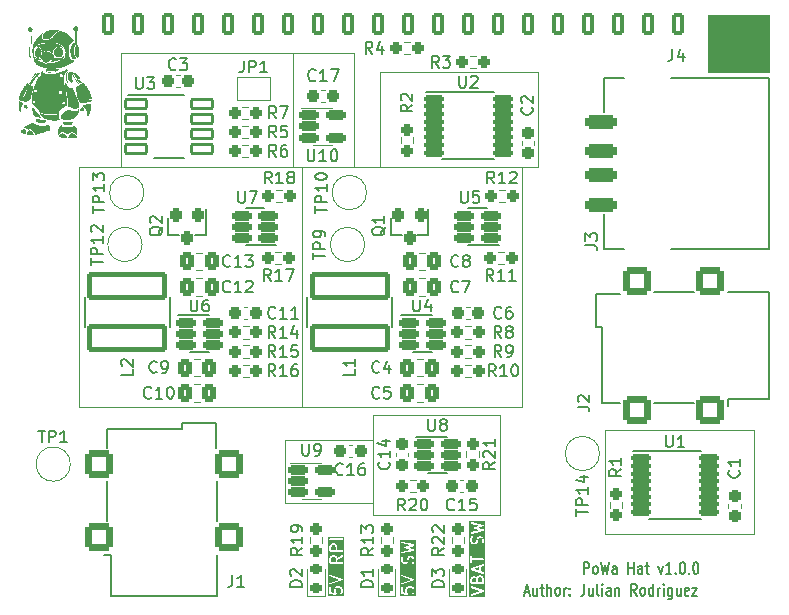
<source format=gto>
G04 #@! TF.GenerationSoftware,KiCad,Pcbnew,8.0.9-8.0.9-0~ubuntu24.04.1*
G04 #@! TF.CreationDate,2025-06-09T20:21:32+02:00*
G04 #@! TF.ProjectId,rpi_power_warden_hat,7270695f-706f-4776-9572-5f7761726465,rev?*
G04 #@! TF.SameCoordinates,Original*
G04 #@! TF.FileFunction,Legend,Top*
G04 #@! TF.FilePolarity,Positive*
%FSLAX46Y46*%
G04 Gerber Fmt 4.6, Leading zero omitted, Abs format (unit mm)*
G04 Created by KiCad (PCBNEW 8.0.9-8.0.9-0~ubuntu24.04.1) date 2025-06-09 20:21:32*
%MOMM*%
%LPD*%
G01*
G04 APERTURE LIST*
G04 Aperture macros list*
%AMRoundRect*
0 Rectangle with rounded corners*
0 $1 Rounding radius*
0 $2 $3 $4 $5 $6 $7 $8 $9 X,Y pos of 4 corners*
0 Add a 4 corners polygon primitive as box body*
4,1,4,$2,$3,$4,$5,$6,$7,$8,$9,$2,$3,0*
0 Add four circle primitives for the rounded corners*
1,1,$1+$1,$2,$3*
1,1,$1+$1,$4,$5*
1,1,$1+$1,$6,$7*
1,1,$1+$1,$8,$9*
0 Add four rect primitives between the rounded corners*
20,1,$1+$1,$2,$3,$4,$5,0*
20,1,$1+$1,$4,$5,$6,$7,0*
20,1,$1+$1,$6,$7,$8,$9,0*
20,1,$1+$1,$8,$9,$2,$3,0*%
G04 Aperture macros list end*
%ADD10C,0.100000*%
%ADD11C,0.150000*%
%ADD12C,0.120000*%
%ADD13C,0.127000*%
%ADD14C,0.000000*%
%ADD15RoundRect,0.237500X0.250000X0.237500X-0.250000X0.237500X-0.250000X-0.237500X0.250000X-0.237500X0*%
%ADD16RoundRect,0.237500X-0.250000X-0.237500X0.250000X-0.237500X0.250000X0.237500X-0.250000X0.237500X0*%
%ADD17C,2.500000*%
%ADD18RoundRect,0.250000X-0.337500X-0.475000X0.337500X-0.475000X0.337500X0.475000X-0.337500X0.475000X0*%
%ADD19RoundRect,0.237500X-0.237500X0.250000X-0.237500X-0.250000X0.237500X-0.250000X0.237500X0.250000X0*%
%ADD20RoundRect,0.218750X0.256250X-0.218750X0.256250X0.218750X-0.256250X0.218750X-0.256250X-0.218750X0*%
%ADD21RoundRect,0.237500X0.237500X-0.250000X0.237500X0.250000X-0.237500X0.250000X-0.237500X-0.250000X0*%
%ADD22RoundRect,0.214912X3.185088X-1.010088X3.185088X1.010088X-3.185088X1.010088X-3.185088X-1.010088X0*%
%ADD23RoundRect,0.275000X-0.275000X0.325000X-0.275000X-0.325000X0.275000X-0.325000X0.275000X0.325000X0*%
%ADD24C,1.800000*%
%ADD25C,1.600000*%
%ADD26RoundRect,0.287500X0.862500X-0.862500X0.862500X0.862500X-0.862500X0.862500X-0.862500X-0.862500X0*%
%ADD27RoundRect,0.225000X-0.587500X-0.225000X0.587500X-0.225000X0.587500X0.225000X-0.587500X0.225000X0*%
%ADD28RoundRect,0.301000X1.051000X-0.301000X1.051000X0.301000X-1.051000X0.301000X-1.051000X-0.301000X0*%
%ADD29C,3.520000*%
%ADD30RoundRect,0.237500X-0.300000X-0.237500X0.300000X-0.237500X0.300000X0.237500X-0.300000X0.237500X0*%
%ADD31R,1.000000X1.500000*%
%ADD32C,3.000000*%
%ADD33C,1.370000*%
%ADD34RoundRect,0.150000X0.360000X0.740000X-0.360000X0.740000X-0.360000X-0.740000X0.360000X-0.740000X0*%
%ADD35RoundRect,0.150000X0.360000X0.705000X-0.360000X0.705000X-0.360000X-0.705000X0.360000X-0.705000X0*%
%ADD36RoundRect,0.237500X0.237500X-0.300000X0.237500X0.300000X-0.237500X0.300000X-0.237500X-0.300000X0*%
%ADD37RoundRect,0.225000X0.587500X0.225000X-0.587500X0.225000X-0.587500X-0.225000X0.587500X-0.225000X0*%
%ADD38RoundRect,0.237500X0.300000X0.237500X-0.300000X0.237500X-0.300000X-0.237500X0.300000X-0.237500X0*%
%ADD39RoundRect,0.118750X-0.906250X-0.356250X0.906250X-0.356250X0.906250X0.356250X-0.906250X0.356250X0*%
%ADD40RoundRect,0.237500X-0.237500X0.300000X-0.237500X-0.300000X0.237500X-0.300000X0.237500X0.300000X0*%
%ADD41RoundRect,0.287500X-0.862500X-0.862500X0.862500X-0.862500X0.862500X0.862500X-0.862500X0.862500X0*%
%ADD42RoundRect,0.177500X-0.702500X-0.177500X0.702500X-0.177500X0.702500X0.177500X-0.702500X0.177500X0*%
G04 APERTURE END LIST*
D10*
X132832678Y-88907521D02*
X151679479Y-88907521D01*
X151679479Y-109203921D01*
X132832678Y-109203921D01*
X132832678Y-88907521D01*
X158245480Y-80881172D02*
X171653280Y-80881172D01*
X171653280Y-88907521D01*
X158245480Y-88907521D01*
X158245480Y-80881172D01*
X136333279Y-79248894D02*
X150879479Y-79248894D01*
X150879479Y-88907521D01*
X136333279Y-88907521D01*
X136333279Y-79248894D01*
X150285306Y-111973196D02*
X157727506Y-111973196D01*
X157727506Y-117316948D01*
X150285306Y-117316948D01*
X150285306Y-111973196D01*
X177329679Y-111191600D02*
X189928079Y-111191600D01*
X189928079Y-119961227D01*
X177329679Y-119961227D01*
X177329679Y-111191600D01*
X151679479Y-88907521D02*
X170293879Y-88907521D01*
X170293879Y-109203921D01*
X151679479Y-109203921D01*
X151679479Y-88907521D01*
X186067277Y-75997221D02*
X191223479Y-75997221D01*
X191223479Y-80899421D01*
X186067277Y-80899421D01*
X186067277Y-75997221D01*
G36*
X186067277Y-75997221D02*
G01*
X191223479Y-75997221D01*
X191223479Y-80899421D01*
X186067277Y-80899421D01*
X186067277Y-75997221D01*
G37*
X157727506Y-109918921D02*
X168465079Y-109918921D01*
X168465079Y-118332949D01*
X157727506Y-118332949D01*
X157727506Y-109918921D01*
X150891279Y-79248894D02*
X156057279Y-79248894D01*
X156057279Y-88907521D01*
X150891279Y-88907521D01*
X150891279Y-79248894D01*
D11*
G36*
X154460242Y-121940942D02*
G01*
X154490649Y-121971349D01*
X154524907Y-122039865D01*
X154524907Y-122328112D01*
X154151098Y-122328112D01*
X154151098Y-122039865D01*
X154185356Y-121971349D01*
X154215763Y-121940942D01*
X154284279Y-121906684D01*
X154391726Y-121906684D01*
X154460242Y-121940942D01*
G37*
G36*
X154460242Y-120940942D02*
G01*
X154490649Y-120971349D01*
X154524907Y-121039865D01*
X154524907Y-121328112D01*
X154151098Y-121328112D01*
X154151098Y-121039865D01*
X154185356Y-120971349D01*
X154215763Y-120940942D01*
X154284279Y-120906684D01*
X154391726Y-120906684D01*
X154460242Y-120940942D01*
G37*
G36*
X155262209Y-125207921D02*
G01*
X153889987Y-125207921D01*
X153889987Y-124498351D01*
X154001098Y-124498351D01*
X154001098Y-124974541D01*
X154001630Y-124979952D01*
X154001448Y-124981781D01*
X154001986Y-124983567D01*
X154002539Y-124989173D01*
X154006733Y-124999299D01*
X154009901Y-125009797D01*
X154012292Y-125012720D01*
X154013738Y-125016209D01*
X154021491Y-125023962D01*
X154028432Y-125032445D01*
X154031758Y-125034229D01*
X154034430Y-125036901D01*
X154044559Y-125041096D01*
X154054219Y-125046279D01*
X154059743Y-125047386D01*
X154061466Y-125048100D01*
X154063303Y-125048100D01*
X154068635Y-125049169D01*
X154544825Y-125096788D01*
X154559528Y-125096810D01*
X154563144Y-125095719D01*
X154566919Y-125095719D01*
X154577043Y-125091525D01*
X154587544Y-125088357D01*
X154590468Y-125085964D01*
X154593955Y-125084520D01*
X154601703Y-125076771D01*
X154610192Y-125069826D01*
X154611977Y-125066497D01*
X154614648Y-125063827D01*
X154618841Y-125053702D01*
X154624026Y-125044039D01*
X154624401Y-125040279D01*
X154625847Y-125036791D01*
X154625847Y-125025829D01*
X154626938Y-125014920D01*
X154625847Y-125011304D01*
X154625847Y-125007528D01*
X154621652Y-124997401D01*
X154618485Y-124986904D01*
X154616093Y-124983980D01*
X154614648Y-124980492D01*
X154605321Y-124969127D01*
X154566308Y-124930114D01*
X154532050Y-124861598D01*
X154532050Y-124658913D01*
X154566308Y-124590397D01*
X154596715Y-124559990D01*
X154665231Y-124525732D01*
X154867916Y-124525732D01*
X154936432Y-124559990D01*
X154966840Y-124590397D01*
X155001098Y-124658913D01*
X155001098Y-124861598D01*
X154966840Y-124930113D01*
X154927827Y-124969126D01*
X154918499Y-124980492D01*
X154907300Y-125007528D01*
X154907300Y-125036791D01*
X154918498Y-125063827D01*
X154939191Y-125084520D01*
X154966227Y-125095719D01*
X154995490Y-125095719D01*
X155022526Y-125084521D01*
X155033891Y-125075194D01*
X155081511Y-125027575D01*
X155086229Y-125021825D01*
X155087729Y-125020525D01*
X155089151Y-125018265D01*
X155090839Y-125016209D01*
X155091596Y-125014381D01*
X155095561Y-125008082D01*
X155143180Y-124912844D01*
X155148435Y-124899113D01*
X155148626Y-124896423D01*
X155149657Y-124893935D01*
X155151098Y-124879303D01*
X155151098Y-124641208D01*
X155149657Y-124626576D01*
X155148626Y-124624087D01*
X155148435Y-124621398D01*
X155143180Y-124607667D01*
X155095561Y-124512429D01*
X155091596Y-124506129D01*
X155090839Y-124504302D01*
X155089151Y-124502245D01*
X155087729Y-124499986D01*
X155086229Y-124498685D01*
X155081511Y-124492936D01*
X155033891Y-124445317D01*
X155028142Y-124440599D01*
X155026843Y-124439101D01*
X155024584Y-124437679D01*
X155022526Y-124435990D01*
X155020696Y-124435232D01*
X155014400Y-124431269D01*
X154919162Y-124383650D01*
X154905430Y-124378395D01*
X154902742Y-124378204D01*
X154900253Y-124377173D01*
X154885621Y-124375732D01*
X154647526Y-124375732D01*
X154632894Y-124377173D01*
X154630405Y-124378203D01*
X154627716Y-124378395D01*
X154613985Y-124383650D01*
X154518747Y-124431269D01*
X154512447Y-124435233D01*
X154510620Y-124435991D01*
X154508563Y-124437679D01*
X154506304Y-124439101D01*
X154505004Y-124440599D01*
X154499255Y-124445318D01*
X154451636Y-124492937D01*
X154446917Y-124498686D01*
X154445419Y-124499986D01*
X154443997Y-124502245D01*
X154442309Y-124504302D01*
X154441551Y-124506129D01*
X154437587Y-124512429D01*
X154389968Y-124607667D01*
X154384713Y-124621399D01*
X154384522Y-124624086D01*
X154383491Y-124626576D01*
X154382050Y-124641208D01*
X154382050Y-124879303D01*
X154383491Y-124893935D01*
X154384522Y-124896424D01*
X154384713Y-124899112D01*
X154389968Y-124912844D01*
X154399288Y-124931485D01*
X154151098Y-124906666D01*
X154151098Y-124498351D01*
X154149657Y-124483719D01*
X154138458Y-124456683D01*
X154117766Y-124435991D01*
X154090730Y-124424792D01*
X154061466Y-124424792D01*
X154034430Y-124435991D01*
X154013738Y-124456683D01*
X154002539Y-124483719D01*
X154001098Y-124498351D01*
X153889987Y-124498351D01*
X153889987Y-123488971D01*
X154001687Y-123488971D01*
X154003762Y-123518161D01*
X154016848Y-123544334D01*
X154038955Y-123563508D01*
X154052381Y-123569502D01*
X154838927Y-123831684D01*
X154052381Y-124093866D01*
X154038955Y-124099860D01*
X154016848Y-124119034D01*
X154003762Y-124145207D01*
X154001687Y-124174397D01*
X154010941Y-124202160D01*
X154030115Y-124224267D01*
X154056288Y-124237353D01*
X154085478Y-124239428D01*
X154099815Y-124236168D01*
X155099815Y-123902835D01*
X155113240Y-123896841D01*
X155117287Y-123893330D01*
X155122081Y-123890934D01*
X155128245Y-123883826D01*
X155135347Y-123877667D01*
X155137742Y-123872875D01*
X155141255Y-123868826D01*
X155144229Y-123859903D01*
X155148434Y-123851494D01*
X155148813Y-123846149D01*
X155150509Y-123841064D01*
X155149842Y-123831684D01*
X155150509Y-123822304D01*
X155148813Y-123817218D01*
X155148434Y-123811874D01*
X155144229Y-123803464D01*
X155141255Y-123794542D01*
X155137742Y-123790492D01*
X155135347Y-123785701D01*
X155128245Y-123779541D01*
X155122081Y-123772434D01*
X155117287Y-123770037D01*
X155113240Y-123766527D01*
X155099815Y-123760533D01*
X154099815Y-123427200D01*
X154085478Y-123423940D01*
X154056288Y-123426015D01*
X154030115Y-123439101D01*
X154010941Y-123461208D01*
X154001687Y-123488971D01*
X153889987Y-123488971D01*
X153889987Y-122022160D01*
X154001098Y-122022160D01*
X154001098Y-122403112D01*
X154002539Y-122417744D01*
X154013738Y-122444780D01*
X154034430Y-122465472D01*
X154061466Y-122476671D01*
X154076098Y-122478112D01*
X155076098Y-122478112D01*
X155090730Y-122476671D01*
X155117766Y-122465472D01*
X155138458Y-122444780D01*
X155149657Y-122417744D01*
X155149657Y-122388480D01*
X155138458Y-122361444D01*
X155117766Y-122340752D01*
X155090730Y-122329553D01*
X155076098Y-122328112D01*
X154674907Y-122328112D01*
X154674907Y-122204066D01*
X155119108Y-121893126D01*
X155130268Y-121883555D01*
X155145995Y-121858876D01*
X155151081Y-121830059D01*
X155144751Y-121801488D01*
X155127969Y-121777514D01*
X155103291Y-121761787D01*
X155074473Y-121756702D01*
X155045902Y-121763031D01*
X155033089Y-121770241D01*
X154674797Y-122021044D01*
X154673466Y-122007528D01*
X154672435Y-122005039D01*
X154672244Y-122002350D01*
X154666989Y-121988619D01*
X154619370Y-121893381D01*
X154615405Y-121887081D01*
X154614648Y-121885254D01*
X154612959Y-121883197D01*
X154611538Y-121880938D01*
X154610039Y-121879638D01*
X154605321Y-121873889D01*
X154557702Y-121826270D01*
X154551952Y-121821551D01*
X154550653Y-121820053D01*
X154548393Y-121818631D01*
X154546337Y-121816943D01*
X154544509Y-121816185D01*
X154538210Y-121812221D01*
X154442972Y-121764602D01*
X154429240Y-121759347D01*
X154426552Y-121759156D01*
X154424063Y-121758125D01*
X154409431Y-121756684D01*
X154266574Y-121756684D01*
X154251942Y-121758125D01*
X154249453Y-121759155D01*
X154246764Y-121759347D01*
X154233033Y-121764602D01*
X154137795Y-121812221D01*
X154131495Y-121816185D01*
X154129668Y-121816943D01*
X154127611Y-121818631D01*
X154125352Y-121820053D01*
X154124052Y-121821551D01*
X154118303Y-121826270D01*
X154070684Y-121873889D01*
X154065965Y-121879638D01*
X154064467Y-121880938D01*
X154063045Y-121883197D01*
X154061357Y-121885254D01*
X154060599Y-121887081D01*
X154056635Y-121893381D01*
X154009016Y-121988619D01*
X154003761Y-122002351D01*
X154003570Y-122005038D01*
X154002539Y-122007528D01*
X154001098Y-122022160D01*
X153889987Y-122022160D01*
X153889987Y-121022160D01*
X154001098Y-121022160D01*
X154001098Y-121403112D01*
X154002539Y-121417744D01*
X154013738Y-121444780D01*
X154034430Y-121465472D01*
X154061466Y-121476671D01*
X154076098Y-121478112D01*
X155076098Y-121478112D01*
X155090730Y-121476671D01*
X155117766Y-121465472D01*
X155138458Y-121444780D01*
X155149657Y-121417744D01*
X155149657Y-121388480D01*
X155138458Y-121361444D01*
X155117766Y-121340752D01*
X155090730Y-121329553D01*
X155076098Y-121328112D01*
X154674907Y-121328112D01*
X154674907Y-121022160D01*
X154673466Y-121007528D01*
X154672435Y-121005039D01*
X154672244Y-121002350D01*
X154666989Y-120988619D01*
X154619370Y-120893381D01*
X154615405Y-120887081D01*
X154614648Y-120885254D01*
X154612959Y-120883197D01*
X154611538Y-120880938D01*
X154610039Y-120879638D01*
X154605321Y-120873889D01*
X154557702Y-120826270D01*
X154551952Y-120821551D01*
X154550653Y-120820053D01*
X154548393Y-120818631D01*
X154546337Y-120816943D01*
X154544509Y-120816185D01*
X154538210Y-120812221D01*
X154442972Y-120764602D01*
X154429240Y-120759347D01*
X154426552Y-120759156D01*
X154424063Y-120758125D01*
X154409431Y-120756684D01*
X154266574Y-120756684D01*
X154251942Y-120758125D01*
X154249453Y-120759155D01*
X154246764Y-120759347D01*
X154233033Y-120764602D01*
X154137795Y-120812221D01*
X154131495Y-120816185D01*
X154129668Y-120816943D01*
X154127611Y-120818631D01*
X154125352Y-120820053D01*
X154124052Y-120821551D01*
X154118303Y-120826270D01*
X154070684Y-120873889D01*
X154065965Y-120879638D01*
X154064467Y-120880938D01*
X154063045Y-120883197D01*
X154061357Y-120885254D01*
X154060599Y-120887081D01*
X154056635Y-120893381D01*
X154009016Y-120988619D01*
X154003761Y-121002351D01*
X154003570Y-121005038D01*
X154002539Y-121007528D01*
X154001098Y-121022160D01*
X153889987Y-121022160D01*
X153889987Y-120388480D01*
X154002539Y-120388480D01*
X154002539Y-120417744D01*
X154013738Y-120444780D01*
X154034430Y-120465472D01*
X154061466Y-120476671D01*
X154076098Y-120478112D01*
X155076098Y-120478112D01*
X155090730Y-120476671D01*
X155117766Y-120465472D01*
X155138458Y-120444780D01*
X155149657Y-120417744D01*
X155149657Y-120388480D01*
X155138458Y-120361444D01*
X155117766Y-120340752D01*
X155090730Y-120329553D01*
X155076098Y-120328112D01*
X154076098Y-120328112D01*
X154061466Y-120329553D01*
X154034430Y-120340752D01*
X154013738Y-120361444D01*
X154002539Y-120388480D01*
X153889987Y-120388480D01*
X153889987Y-120217001D01*
X155262209Y-120217001D01*
X155262209Y-125207921D01*
G37*
X175536039Y-123352340D02*
X175536039Y-122352340D01*
X175536039Y-122352340D02*
X175840801Y-122352340D01*
X175840801Y-122352340D02*
X175916991Y-122399959D01*
X175916991Y-122399959D02*
X175955086Y-122447578D01*
X175955086Y-122447578D02*
X175993182Y-122542816D01*
X175993182Y-122542816D02*
X175993182Y-122685673D01*
X175993182Y-122685673D02*
X175955086Y-122780911D01*
X175955086Y-122780911D02*
X175916991Y-122828530D01*
X175916991Y-122828530D02*
X175840801Y-122876149D01*
X175840801Y-122876149D02*
X175536039Y-122876149D01*
X176450324Y-123352340D02*
X176374134Y-123304721D01*
X176374134Y-123304721D02*
X176336039Y-123257101D01*
X176336039Y-123257101D02*
X176297943Y-123161863D01*
X176297943Y-123161863D02*
X176297943Y-122876149D01*
X176297943Y-122876149D02*
X176336039Y-122780911D01*
X176336039Y-122780911D02*
X176374134Y-122733292D01*
X176374134Y-122733292D02*
X176450324Y-122685673D01*
X176450324Y-122685673D02*
X176564610Y-122685673D01*
X176564610Y-122685673D02*
X176640801Y-122733292D01*
X176640801Y-122733292D02*
X176678896Y-122780911D01*
X176678896Y-122780911D02*
X176716991Y-122876149D01*
X176716991Y-122876149D02*
X176716991Y-123161863D01*
X176716991Y-123161863D02*
X176678896Y-123257101D01*
X176678896Y-123257101D02*
X176640801Y-123304721D01*
X176640801Y-123304721D02*
X176564610Y-123352340D01*
X176564610Y-123352340D02*
X176450324Y-123352340D01*
X176983658Y-122352340D02*
X177174134Y-123352340D01*
X177174134Y-123352340D02*
X177326515Y-122638054D01*
X177326515Y-122638054D02*
X177478896Y-123352340D01*
X177478896Y-123352340D02*
X177669373Y-122352340D01*
X178316992Y-123352340D02*
X178316992Y-122828530D01*
X178316992Y-122828530D02*
X178278897Y-122733292D01*
X178278897Y-122733292D02*
X178202706Y-122685673D01*
X178202706Y-122685673D02*
X178050325Y-122685673D01*
X178050325Y-122685673D02*
X177974135Y-122733292D01*
X178316992Y-123304721D02*
X178240801Y-123352340D01*
X178240801Y-123352340D02*
X178050325Y-123352340D01*
X178050325Y-123352340D02*
X177974135Y-123304721D01*
X177974135Y-123304721D02*
X177936039Y-123209482D01*
X177936039Y-123209482D02*
X177936039Y-123114244D01*
X177936039Y-123114244D02*
X177974135Y-123019006D01*
X177974135Y-123019006D02*
X178050325Y-122971387D01*
X178050325Y-122971387D02*
X178240801Y-122971387D01*
X178240801Y-122971387D02*
X178316992Y-122923768D01*
X179307469Y-123352340D02*
X179307469Y-122352340D01*
X179307469Y-122828530D02*
X179764612Y-122828530D01*
X179764612Y-123352340D02*
X179764612Y-122352340D01*
X180488421Y-123352340D02*
X180488421Y-122828530D01*
X180488421Y-122828530D02*
X180450326Y-122733292D01*
X180450326Y-122733292D02*
X180374135Y-122685673D01*
X180374135Y-122685673D02*
X180221754Y-122685673D01*
X180221754Y-122685673D02*
X180145564Y-122733292D01*
X180488421Y-123304721D02*
X180412230Y-123352340D01*
X180412230Y-123352340D02*
X180221754Y-123352340D01*
X180221754Y-123352340D02*
X180145564Y-123304721D01*
X180145564Y-123304721D02*
X180107468Y-123209482D01*
X180107468Y-123209482D02*
X180107468Y-123114244D01*
X180107468Y-123114244D02*
X180145564Y-123019006D01*
X180145564Y-123019006D02*
X180221754Y-122971387D01*
X180221754Y-122971387D02*
X180412230Y-122971387D01*
X180412230Y-122971387D02*
X180488421Y-122923768D01*
X180755088Y-122685673D02*
X181059850Y-122685673D01*
X180869374Y-122352340D02*
X180869374Y-123209482D01*
X180869374Y-123209482D02*
X180907469Y-123304721D01*
X180907469Y-123304721D02*
X180983659Y-123352340D01*
X180983659Y-123352340D02*
X181059850Y-123352340D01*
X181859850Y-122685673D02*
X182050326Y-123352340D01*
X182050326Y-123352340D02*
X182240803Y-122685673D01*
X182964612Y-123352340D02*
X182507469Y-123352340D01*
X182736041Y-123352340D02*
X182736041Y-122352340D01*
X182736041Y-122352340D02*
X182659850Y-122495197D01*
X182659850Y-122495197D02*
X182583660Y-122590435D01*
X182583660Y-122590435D02*
X182507469Y-122638054D01*
X183307470Y-123257101D02*
X183345565Y-123304721D01*
X183345565Y-123304721D02*
X183307470Y-123352340D01*
X183307470Y-123352340D02*
X183269374Y-123304721D01*
X183269374Y-123304721D02*
X183307470Y-123257101D01*
X183307470Y-123257101D02*
X183307470Y-123352340D01*
X183840803Y-122352340D02*
X183916993Y-122352340D01*
X183916993Y-122352340D02*
X183993184Y-122399959D01*
X183993184Y-122399959D02*
X184031279Y-122447578D01*
X184031279Y-122447578D02*
X184069374Y-122542816D01*
X184069374Y-122542816D02*
X184107469Y-122733292D01*
X184107469Y-122733292D02*
X184107469Y-122971387D01*
X184107469Y-122971387D02*
X184069374Y-123161863D01*
X184069374Y-123161863D02*
X184031279Y-123257101D01*
X184031279Y-123257101D02*
X183993184Y-123304721D01*
X183993184Y-123304721D02*
X183916993Y-123352340D01*
X183916993Y-123352340D02*
X183840803Y-123352340D01*
X183840803Y-123352340D02*
X183764612Y-123304721D01*
X183764612Y-123304721D02*
X183726517Y-123257101D01*
X183726517Y-123257101D02*
X183688422Y-123161863D01*
X183688422Y-123161863D02*
X183650326Y-122971387D01*
X183650326Y-122971387D02*
X183650326Y-122733292D01*
X183650326Y-122733292D02*
X183688422Y-122542816D01*
X183688422Y-122542816D02*
X183726517Y-122447578D01*
X183726517Y-122447578D02*
X183764612Y-122399959D01*
X183764612Y-122399959D02*
X183840803Y-122352340D01*
X184450327Y-123257101D02*
X184488422Y-123304721D01*
X184488422Y-123304721D02*
X184450327Y-123352340D01*
X184450327Y-123352340D02*
X184412231Y-123304721D01*
X184412231Y-123304721D02*
X184450327Y-123257101D01*
X184450327Y-123257101D02*
X184450327Y-123352340D01*
X184983660Y-122352340D02*
X185059850Y-122352340D01*
X185059850Y-122352340D02*
X185136041Y-122399959D01*
X185136041Y-122399959D02*
X185174136Y-122447578D01*
X185174136Y-122447578D02*
X185212231Y-122542816D01*
X185212231Y-122542816D02*
X185250326Y-122733292D01*
X185250326Y-122733292D02*
X185250326Y-122971387D01*
X185250326Y-122971387D02*
X185212231Y-123161863D01*
X185212231Y-123161863D02*
X185174136Y-123257101D01*
X185174136Y-123257101D02*
X185136041Y-123304721D01*
X185136041Y-123304721D02*
X185059850Y-123352340D01*
X185059850Y-123352340D02*
X184983660Y-123352340D01*
X184983660Y-123352340D02*
X184907469Y-123304721D01*
X184907469Y-123304721D02*
X184869374Y-123257101D01*
X184869374Y-123257101D02*
X184831279Y-123161863D01*
X184831279Y-123161863D02*
X184793183Y-122971387D01*
X184793183Y-122971387D02*
X184793183Y-122733292D01*
X184793183Y-122733292D02*
X184831279Y-122542816D01*
X184831279Y-122542816D02*
X184869374Y-122447578D01*
X184869374Y-122447578D02*
X184907469Y-122399959D01*
X184907469Y-122399959D02*
X184983660Y-122352340D01*
X170519543Y-124895425D02*
X170900496Y-124895425D01*
X170443353Y-125181140D02*
X170710020Y-124181140D01*
X170710020Y-124181140D02*
X170976686Y-125181140D01*
X171586210Y-124514473D02*
X171586210Y-125181140D01*
X171243353Y-124514473D02*
X171243353Y-125038282D01*
X171243353Y-125038282D02*
X171281448Y-125133521D01*
X171281448Y-125133521D02*
X171357638Y-125181140D01*
X171357638Y-125181140D02*
X171471924Y-125181140D01*
X171471924Y-125181140D02*
X171548115Y-125133521D01*
X171548115Y-125133521D02*
X171586210Y-125085901D01*
X171852877Y-124514473D02*
X172157639Y-124514473D01*
X171967163Y-124181140D02*
X171967163Y-125038282D01*
X171967163Y-125038282D02*
X172005258Y-125133521D01*
X172005258Y-125133521D02*
X172081448Y-125181140D01*
X172081448Y-125181140D02*
X172157639Y-125181140D01*
X172424306Y-125181140D02*
X172424306Y-124181140D01*
X172767163Y-125181140D02*
X172767163Y-124657330D01*
X172767163Y-124657330D02*
X172729068Y-124562092D01*
X172729068Y-124562092D02*
X172652877Y-124514473D01*
X172652877Y-124514473D02*
X172538591Y-124514473D01*
X172538591Y-124514473D02*
X172462401Y-124562092D01*
X172462401Y-124562092D02*
X172424306Y-124609711D01*
X173262401Y-125181140D02*
X173186211Y-125133521D01*
X173186211Y-125133521D02*
X173148116Y-125085901D01*
X173148116Y-125085901D02*
X173110020Y-124990663D01*
X173110020Y-124990663D02*
X173110020Y-124704949D01*
X173110020Y-124704949D02*
X173148116Y-124609711D01*
X173148116Y-124609711D02*
X173186211Y-124562092D01*
X173186211Y-124562092D02*
X173262401Y-124514473D01*
X173262401Y-124514473D02*
X173376687Y-124514473D01*
X173376687Y-124514473D02*
X173452878Y-124562092D01*
X173452878Y-124562092D02*
X173490973Y-124609711D01*
X173490973Y-124609711D02*
X173529068Y-124704949D01*
X173529068Y-124704949D02*
X173529068Y-124990663D01*
X173529068Y-124990663D02*
X173490973Y-125085901D01*
X173490973Y-125085901D02*
X173452878Y-125133521D01*
X173452878Y-125133521D02*
X173376687Y-125181140D01*
X173376687Y-125181140D02*
X173262401Y-125181140D01*
X173871926Y-125181140D02*
X173871926Y-124514473D01*
X173871926Y-124704949D02*
X173910021Y-124609711D01*
X173910021Y-124609711D02*
X173948116Y-124562092D01*
X173948116Y-124562092D02*
X174024307Y-124514473D01*
X174024307Y-124514473D02*
X174100497Y-124514473D01*
X174367164Y-125085901D02*
X174405259Y-125133521D01*
X174405259Y-125133521D02*
X174367164Y-125181140D01*
X174367164Y-125181140D02*
X174329068Y-125133521D01*
X174329068Y-125133521D02*
X174367164Y-125085901D01*
X174367164Y-125085901D02*
X174367164Y-125181140D01*
X174367164Y-124562092D02*
X174405259Y-124609711D01*
X174405259Y-124609711D02*
X174367164Y-124657330D01*
X174367164Y-124657330D02*
X174329068Y-124609711D01*
X174329068Y-124609711D02*
X174367164Y-124562092D01*
X174367164Y-124562092D02*
X174367164Y-124657330D01*
X175586211Y-124181140D02*
X175586211Y-124895425D01*
X175586211Y-124895425D02*
X175548116Y-125038282D01*
X175548116Y-125038282D02*
X175471925Y-125133521D01*
X175471925Y-125133521D02*
X175357640Y-125181140D01*
X175357640Y-125181140D02*
X175281449Y-125181140D01*
X176310021Y-124514473D02*
X176310021Y-125181140D01*
X175967164Y-124514473D02*
X175967164Y-125038282D01*
X175967164Y-125038282D02*
X176005259Y-125133521D01*
X176005259Y-125133521D02*
X176081449Y-125181140D01*
X176081449Y-125181140D02*
X176195735Y-125181140D01*
X176195735Y-125181140D02*
X176271926Y-125133521D01*
X176271926Y-125133521D02*
X176310021Y-125085901D01*
X176805259Y-125181140D02*
X176729069Y-125133521D01*
X176729069Y-125133521D02*
X176690974Y-125038282D01*
X176690974Y-125038282D02*
X176690974Y-124181140D01*
X177110022Y-125181140D02*
X177110022Y-124514473D01*
X177110022Y-124181140D02*
X177071926Y-124228759D01*
X177071926Y-124228759D02*
X177110022Y-124276378D01*
X177110022Y-124276378D02*
X177148117Y-124228759D01*
X177148117Y-124228759D02*
X177110022Y-124181140D01*
X177110022Y-124181140D02*
X177110022Y-124276378D01*
X177833831Y-125181140D02*
X177833831Y-124657330D01*
X177833831Y-124657330D02*
X177795736Y-124562092D01*
X177795736Y-124562092D02*
X177719545Y-124514473D01*
X177719545Y-124514473D02*
X177567164Y-124514473D01*
X177567164Y-124514473D02*
X177490974Y-124562092D01*
X177833831Y-125133521D02*
X177757640Y-125181140D01*
X177757640Y-125181140D02*
X177567164Y-125181140D01*
X177567164Y-125181140D02*
X177490974Y-125133521D01*
X177490974Y-125133521D02*
X177452878Y-125038282D01*
X177452878Y-125038282D02*
X177452878Y-124943044D01*
X177452878Y-124943044D02*
X177490974Y-124847806D01*
X177490974Y-124847806D02*
X177567164Y-124800187D01*
X177567164Y-124800187D02*
X177757640Y-124800187D01*
X177757640Y-124800187D02*
X177833831Y-124752568D01*
X178214784Y-124514473D02*
X178214784Y-125181140D01*
X178214784Y-124609711D02*
X178252879Y-124562092D01*
X178252879Y-124562092D02*
X178329069Y-124514473D01*
X178329069Y-124514473D02*
X178443355Y-124514473D01*
X178443355Y-124514473D02*
X178519546Y-124562092D01*
X178519546Y-124562092D02*
X178557641Y-124657330D01*
X178557641Y-124657330D02*
X178557641Y-125181140D01*
X180005261Y-125181140D02*
X179738594Y-124704949D01*
X179548118Y-125181140D02*
X179548118Y-124181140D01*
X179548118Y-124181140D02*
X179852880Y-124181140D01*
X179852880Y-124181140D02*
X179929070Y-124228759D01*
X179929070Y-124228759D02*
X179967165Y-124276378D01*
X179967165Y-124276378D02*
X180005261Y-124371616D01*
X180005261Y-124371616D02*
X180005261Y-124514473D01*
X180005261Y-124514473D02*
X179967165Y-124609711D01*
X179967165Y-124609711D02*
X179929070Y-124657330D01*
X179929070Y-124657330D02*
X179852880Y-124704949D01*
X179852880Y-124704949D02*
X179548118Y-124704949D01*
X180462403Y-125181140D02*
X180386213Y-125133521D01*
X180386213Y-125133521D02*
X180348118Y-125085901D01*
X180348118Y-125085901D02*
X180310022Y-124990663D01*
X180310022Y-124990663D02*
X180310022Y-124704949D01*
X180310022Y-124704949D02*
X180348118Y-124609711D01*
X180348118Y-124609711D02*
X180386213Y-124562092D01*
X180386213Y-124562092D02*
X180462403Y-124514473D01*
X180462403Y-124514473D02*
X180576689Y-124514473D01*
X180576689Y-124514473D02*
X180652880Y-124562092D01*
X180652880Y-124562092D02*
X180690975Y-124609711D01*
X180690975Y-124609711D02*
X180729070Y-124704949D01*
X180729070Y-124704949D02*
X180729070Y-124990663D01*
X180729070Y-124990663D02*
X180690975Y-125085901D01*
X180690975Y-125085901D02*
X180652880Y-125133521D01*
X180652880Y-125133521D02*
X180576689Y-125181140D01*
X180576689Y-125181140D02*
X180462403Y-125181140D01*
X181414785Y-125181140D02*
X181414785Y-124181140D01*
X181414785Y-125133521D02*
X181338594Y-125181140D01*
X181338594Y-125181140D02*
X181186213Y-125181140D01*
X181186213Y-125181140D02*
X181110023Y-125133521D01*
X181110023Y-125133521D02*
X181071928Y-125085901D01*
X181071928Y-125085901D02*
X181033832Y-124990663D01*
X181033832Y-124990663D02*
X181033832Y-124704949D01*
X181033832Y-124704949D02*
X181071928Y-124609711D01*
X181071928Y-124609711D02*
X181110023Y-124562092D01*
X181110023Y-124562092D02*
X181186213Y-124514473D01*
X181186213Y-124514473D02*
X181338594Y-124514473D01*
X181338594Y-124514473D02*
X181414785Y-124562092D01*
X181795738Y-125181140D02*
X181795738Y-124514473D01*
X181795738Y-124704949D02*
X181833833Y-124609711D01*
X181833833Y-124609711D02*
X181871928Y-124562092D01*
X181871928Y-124562092D02*
X181948119Y-124514473D01*
X181948119Y-124514473D02*
X182024309Y-124514473D01*
X182290976Y-125181140D02*
X182290976Y-124514473D01*
X182290976Y-124181140D02*
X182252880Y-124228759D01*
X182252880Y-124228759D02*
X182290976Y-124276378D01*
X182290976Y-124276378D02*
X182329071Y-124228759D01*
X182329071Y-124228759D02*
X182290976Y-124181140D01*
X182290976Y-124181140D02*
X182290976Y-124276378D01*
X183014785Y-124514473D02*
X183014785Y-125323997D01*
X183014785Y-125323997D02*
X182976690Y-125419235D01*
X182976690Y-125419235D02*
X182938594Y-125466854D01*
X182938594Y-125466854D02*
X182862404Y-125514473D01*
X182862404Y-125514473D02*
X182748118Y-125514473D01*
X182748118Y-125514473D02*
X182671928Y-125466854D01*
X183014785Y-125133521D02*
X182938594Y-125181140D01*
X182938594Y-125181140D02*
X182786213Y-125181140D01*
X182786213Y-125181140D02*
X182710023Y-125133521D01*
X182710023Y-125133521D02*
X182671928Y-125085901D01*
X182671928Y-125085901D02*
X182633832Y-124990663D01*
X182633832Y-124990663D02*
X182633832Y-124704949D01*
X182633832Y-124704949D02*
X182671928Y-124609711D01*
X182671928Y-124609711D02*
X182710023Y-124562092D01*
X182710023Y-124562092D02*
X182786213Y-124514473D01*
X182786213Y-124514473D02*
X182938594Y-124514473D01*
X182938594Y-124514473D02*
X183014785Y-124562092D01*
X183738595Y-124514473D02*
X183738595Y-125181140D01*
X183395738Y-124514473D02*
X183395738Y-125038282D01*
X183395738Y-125038282D02*
X183433833Y-125133521D01*
X183433833Y-125133521D02*
X183510023Y-125181140D01*
X183510023Y-125181140D02*
X183624309Y-125181140D01*
X183624309Y-125181140D02*
X183700500Y-125133521D01*
X183700500Y-125133521D02*
X183738595Y-125085901D01*
X184424310Y-125133521D02*
X184348119Y-125181140D01*
X184348119Y-125181140D02*
X184195738Y-125181140D01*
X184195738Y-125181140D02*
X184119548Y-125133521D01*
X184119548Y-125133521D02*
X184081452Y-125038282D01*
X184081452Y-125038282D02*
X184081452Y-124657330D01*
X184081452Y-124657330D02*
X184119548Y-124562092D01*
X184119548Y-124562092D02*
X184195738Y-124514473D01*
X184195738Y-124514473D02*
X184348119Y-124514473D01*
X184348119Y-124514473D02*
X184424310Y-124562092D01*
X184424310Y-124562092D02*
X184462405Y-124657330D01*
X184462405Y-124657330D02*
X184462405Y-124752568D01*
X184462405Y-124752568D02*
X184081452Y-124847806D01*
X184729071Y-124514473D02*
X185148119Y-124514473D01*
X185148119Y-124514473D02*
X184729071Y-125181140D01*
X184729071Y-125181140D02*
X185148119Y-125181140D01*
G36*
X161318609Y-125207921D02*
G01*
X159946387Y-125207921D01*
X159946387Y-124498351D01*
X160057498Y-124498351D01*
X160057498Y-124974541D01*
X160058030Y-124979952D01*
X160057848Y-124981781D01*
X160058386Y-124983567D01*
X160058939Y-124989173D01*
X160063133Y-124999299D01*
X160066301Y-125009797D01*
X160068692Y-125012720D01*
X160070138Y-125016209D01*
X160077891Y-125023962D01*
X160084832Y-125032445D01*
X160088158Y-125034229D01*
X160090830Y-125036901D01*
X160100959Y-125041096D01*
X160110619Y-125046279D01*
X160116143Y-125047386D01*
X160117866Y-125048100D01*
X160119703Y-125048100D01*
X160125035Y-125049169D01*
X160601225Y-125096788D01*
X160615928Y-125096810D01*
X160619544Y-125095719D01*
X160623319Y-125095719D01*
X160633443Y-125091525D01*
X160643944Y-125088357D01*
X160646868Y-125085964D01*
X160650355Y-125084520D01*
X160658103Y-125076771D01*
X160666592Y-125069826D01*
X160668377Y-125066497D01*
X160671048Y-125063827D01*
X160675241Y-125053702D01*
X160680426Y-125044039D01*
X160680801Y-125040279D01*
X160682247Y-125036791D01*
X160682247Y-125025829D01*
X160683338Y-125014920D01*
X160682247Y-125011304D01*
X160682247Y-125007528D01*
X160678052Y-124997401D01*
X160674885Y-124986904D01*
X160672493Y-124983980D01*
X160671048Y-124980492D01*
X160661721Y-124969127D01*
X160622708Y-124930114D01*
X160588450Y-124861598D01*
X160588450Y-124658913D01*
X160622708Y-124590397D01*
X160653115Y-124559990D01*
X160721631Y-124525732D01*
X160924316Y-124525732D01*
X160992832Y-124559990D01*
X161023240Y-124590397D01*
X161057498Y-124658913D01*
X161057498Y-124861598D01*
X161023240Y-124930113D01*
X160984227Y-124969126D01*
X160974899Y-124980492D01*
X160963700Y-125007528D01*
X160963700Y-125036791D01*
X160974898Y-125063827D01*
X160995591Y-125084520D01*
X161022627Y-125095719D01*
X161051890Y-125095719D01*
X161078926Y-125084521D01*
X161090291Y-125075194D01*
X161137911Y-125027575D01*
X161142629Y-125021825D01*
X161144129Y-125020525D01*
X161145551Y-125018265D01*
X161147239Y-125016209D01*
X161147996Y-125014381D01*
X161151961Y-125008082D01*
X161199580Y-124912844D01*
X161204835Y-124899113D01*
X161205026Y-124896423D01*
X161206057Y-124893935D01*
X161207498Y-124879303D01*
X161207498Y-124641208D01*
X161206057Y-124626576D01*
X161205026Y-124624087D01*
X161204835Y-124621398D01*
X161199580Y-124607667D01*
X161151961Y-124512429D01*
X161147996Y-124506129D01*
X161147239Y-124504302D01*
X161145551Y-124502245D01*
X161144129Y-124499986D01*
X161142629Y-124498685D01*
X161137911Y-124492936D01*
X161090291Y-124445317D01*
X161084542Y-124440599D01*
X161083243Y-124439101D01*
X161080984Y-124437679D01*
X161078926Y-124435990D01*
X161077096Y-124435232D01*
X161070800Y-124431269D01*
X160975562Y-124383650D01*
X160961830Y-124378395D01*
X160959142Y-124378204D01*
X160956653Y-124377173D01*
X160942021Y-124375732D01*
X160703926Y-124375732D01*
X160689294Y-124377173D01*
X160686805Y-124378203D01*
X160684116Y-124378395D01*
X160670385Y-124383650D01*
X160575147Y-124431269D01*
X160568847Y-124435233D01*
X160567020Y-124435991D01*
X160564963Y-124437679D01*
X160562704Y-124439101D01*
X160561404Y-124440599D01*
X160555655Y-124445318D01*
X160508036Y-124492937D01*
X160503317Y-124498686D01*
X160501819Y-124499986D01*
X160500397Y-124502245D01*
X160498709Y-124504302D01*
X160497951Y-124506129D01*
X160493987Y-124512429D01*
X160446368Y-124607667D01*
X160441113Y-124621399D01*
X160440922Y-124624086D01*
X160439891Y-124626576D01*
X160438450Y-124641208D01*
X160438450Y-124879303D01*
X160439891Y-124893935D01*
X160440922Y-124896424D01*
X160441113Y-124899112D01*
X160446368Y-124912844D01*
X160455688Y-124931485D01*
X160207498Y-124906666D01*
X160207498Y-124498351D01*
X160206057Y-124483719D01*
X160194858Y-124456683D01*
X160174166Y-124435991D01*
X160147130Y-124424792D01*
X160117866Y-124424792D01*
X160090830Y-124435991D01*
X160070138Y-124456683D01*
X160058939Y-124483719D01*
X160057498Y-124498351D01*
X159946387Y-124498351D01*
X159946387Y-123488971D01*
X160058087Y-123488971D01*
X160060162Y-123518161D01*
X160073248Y-123544334D01*
X160095355Y-123563508D01*
X160108781Y-123569502D01*
X160895327Y-123831684D01*
X160108781Y-124093866D01*
X160095355Y-124099860D01*
X160073248Y-124119034D01*
X160060162Y-124145207D01*
X160058087Y-124174397D01*
X160067341Y-124202160D01*
X160086515Y-124224267D01*
X160112688Y-124237353D01*
X160141878Y-124239428D01*
X160156215Y-124236168D01*
X161156215Y-123902835D01*
X161169640Y-123896841D01*
X161173687Y-123893330D01*
X161178481Y-123890934D01*
X161184645Y-123883826D01*
X161191747Y-123877667D01*
X161194142Y-123872875D01*
X161197655Y-123868826D01*
X161200629Y-123859903D01*
X161204834Y-123851494D01*
X161205213Y-123846149D01*
X161206909Y-123841064D01*
X161206242Y-123831684D01*
X161206909Y-123822304D01*
X161205213Y-123817218D01*
X161204834Y-123811874D01*
X161200629Y-123803464D01*
X161197655Y-123794542D01*
X161194142Y-123790492D01*
X161191747Y-123785701D01*
X161184645Y-123779541D01*
X161178481Y-123772434D01*
X161173687Y-123770037D01*
X161169640Y-123766527D01*
X161156215Y-123760533D01*
X160156215Y-123427200D01*
X160141878Y-123423940D01*
X160112688Y-123426015D01*
X160086515Y-123439101D01*
X160067341Y-123461208D01*
X160058087Y-123488971D01*
X159946387Y-123488971D01*
X159946387Y-122022160D01*
X160057498Y-122022160D01*
X160057498Y-122260255D01*
X160058939Y-122274887D01*
X160059970Y-122277376D01*
X160060161Y-122280064D01*
X160065416Y-122293796D01*
X160113035Y-122389034D01*
X160116999Y-122395333D01*
X160117757Y-122397161D01*
X160119445Y-122399217D01*
X160120867Y-122401477D01*
X160122365Y-122402776D01*
X160127084Y-122408526D01*
X160174703Y-122456145D01*
X160180452Y-122460863D01*
X160181752Y-122462362D01*
X160184011Y-122463783D01*
X160186068Y-122465472D01*
X160187895Y-122466229D01*
X160194195Y-122470194D01*
X160289433Y-122517813D01*
X160303164Y-122523068D01*
X160305853Y-122523259D01*
X160308342Y-122524290D01*
X160322974Y-122525731D01*
X160418212Y-122525731D01*
X160432844Y-122524290D01*
X160435333Y-122523258D01*
X160438021Y-122523068D01*
X160451753Y-122517813D01*
X160546991Y-122470194D01*
X160553290Y-122466229D01*
X160555118Y-122465472D01*
X160557174Y-122463783D01*
X160559434Y-122462362D01*
X160560733Y-122460863D01*
X160566483Y-122456145D01*
X160614102Y-122408526D01*
X160618820Y-122402776D01*
X160620319Y-122401477D01*
X160621740Y-122399217D01*
X160623429Y-122397161D01*
X160624186Y-122395333D01*
X160628151Y-122389034D01*
X160675770Y-122293796D01*
X160676179Y-122292726D01*
X160676502Y-122292291D01*
X160678694Y-122286154D01*
X160681025Y-122280065D01*
X160681063Y-122279524D01*
X160681449Y-122278445D01*
X160727071Y-122095955D01*
X160765565Y-122018968D01*
X160795972Y-121988561D01*
X160864488Y-121954303D01*
X160924316Y-121954303D01*
X160992832Y-121988561D01*
X161023240Y-122018968D01*
X161057498Y-122087484D01*
X161057498Y-122295704D01*
X161013728Y-122427014D01*
X161010468Y-122441351D01*
X161012543Y-122470541D01*
X161025629Y-122496714D01*
X161047736Y-122515888D01*
X161075499Y-122525142D01*
X161104689Y-122523067D01*
X161130862Y-122509981D01*
X161150036Y-122487874D01*
X161156030Y-122474448D01*
X161203649Y-122331592D01*
X161205298Y-122324336D01*
X161206057Y-122322506D01*
X161206318Y-122319852D01*
X161206909Y-122317255D01*
X161206768Y-122315280D01*
X161207498Y-122307874D01*
X161207498Y-122069779D01*
X161206057Y-122055147D01*
X161205026Y-122052658D01*
X161204835Y-122049969D01*
X161199580Y-122036238D01*
X161151961Y-121941000D01*
X161147996Y-121934700D01*
X161147239Y-121932873D01*
X161145551Y-121930816D01*
X161144129Y-121928557D01*
X161142629Y-121927256D01*
X161137911Y-121921507D01*
X161090291Y-121873888D01*
X161084542Y-121869170D01*
X161083243Y-121867672D01*
X161080984Y-121866250D01*
X161078926Y-121864561D01*
X161077096Y-121863803D01*
X161070800Y-121859840D01*
X160975562Y-121812221D01*
X160961830Y-121806966D01*
X160959142Y-121806775D01*
X160956653Y-121805744D01*
X160942021Y-121804303D01*
X160846783Y-121804303D01*
X160832151Y-121805744D01*
X160829662Y-121806774D01*
X160826973Y-121806966D01*
X160813242Y-121812221D01*
X160718004Y-121859840D01*
X160711704Y-121863804D01*
X160709877Y-121864562D01*
X160707820Y-121866250D01*
X160705561Y-121867672D01*
X160704261Y-121869170D01*
X160698512Y-121873889D01*
X160650893Y-121921508D01*
X160646174Y-121927257D01*
X160644676Y-121928557D01*
X160643254Y-121930816D01*
X160641566Y-121932873D01*
X160640808Y-121934700D01*
X160636844Y-121941000D01*
X160589225Y-122036238D01*
X160588815Y-122037307D01*
X160588493Y-122037743D01*
X160586297Y-122043888D01*
X160583970Y-122049970D01*
X160583931Y-122050509D01*
X160583546Y-122051589D01*
X160537923Y-122234079D01*
X160499430Y-122311066D01*
X160469023Y-122341473D01*
X160400507Y-122375731D01*
X160340679Y-122375731D01*
X160272163Y-122341473D01*
X160241756Y-122311066D01*
X160207498Y-122242550D01*
X160207498Y-122034330D01*
X160251268Y-121903021D01*
X160254528Y-121888684D01*
X160252453Y-121859494D01*
X160239367Y-121833320D01*
X160217259Y-121814146D01*
X160189497Y-121804892D01*
X160160307Y-121806967D01*
X160134134Y-121820054D01*
X160114960Y-121842161D01*
X160108966Y-121855586D01*
X160061347Y-121998443D01*
X160059697Y-122005696D01*
X160058939Y-122007528D01*
X160058677Y-122010182D01*
X160058087Y-122012780D01*
X160058227Y-122014754D01*
X160057498Y-122022160D01*
X159946387Y-122022160D01*
X159946387Y-120686023D01*
X160057550Y-120686023D01*
X160062183Y-120714918D01*
X160077519Y-120739840D01*
X160101226Y-120756997D01*
X160115126Y-120761787D01*
X160825982Y-120931038D01*
X160398887Y-121044930D01*
X160395459Y-121046215D01*
X160394019Y-121046407D01*
X160392308Y-121047397D01*
X160385121Y-121050093D01*
X160377261Y-121056108D01*
X160368694Y-121061069D01*
X160365740Y-121064926D01*
X160361883Y-121067880D01*
X160356922Y-121076447D01*
X160350907Y-121084307D01*
X160349655Y-121088999D01*
X160347221Y-121093205D01*
X160345916Y-121103020D01*
X160343367Y-121112583D01*
X160344006Y-121117398D01*
X160343367Y-121122213D01*
X160345916Y-121131775D01*
X160347221Y-121141591D01*
X160349655Y-121145796D01*
X160350907Y-121150489D01*
X160356922Y-121158348D01*
X160361883Y-121166916D01*
X160365740Y-121169869D01*
X160368694Y-121173727D01*
X160377261Y-121178687D01*
X160385121Y-121184703D01*
X160392308Y-121187398D01*
X160394019Y-121188389D01*
X160395459Y-121188580D01*
X160398887Y-121189866D01*
X160825982Y-121303757D01*
X160115126Y-121473009D01*
X160101226Y-121477799D01*
X160077519Y-121494956D01*
X160062183Y-121519878D01*
X160057550Y-121548773D01*
X160064328Y-121577241D01*
X160081485Y-121600948D01*
X160106407Y-121616284D01*
X160135302Y-121620917D01*
X160149870Y-121618929D01*
X161149870Y-121380834D01*
X161154888Y-121379104D01*
X161156692Y-121378865D01*
X161158321Y-121377921D01*
X161163770Y-121376044D01*
X161172593Y-121369658D01*
X161182016Y-121364203D01*
X161184356Y-121361145D01*
X161187477Y-121358887D01*
X161193182Y-121349615D01*
X161199804Y-121340965D01*
X161200797Y-121337241D01*
X161202813Y-121333965D01*
X161204535Y-121323221D01*
X161207344Y-121312690D01*
X161206836Y-121308871D01*
X161207446Y-121305070D01*
X161204923Y-121294474D01*
X161203489Y-121283681D01*
X161201560Y-121280349D01*
X161200668Y-121276602D01*
X161194281Y-121267777D01*
X161188827Y-121258356D01*
X161185769Y-121256015D01*
X161183511Y-121252895D01*
X161174238Y-121247189D01*
X161165590Y-121240569D01*
X161160188Y-121238543D01*
X161158589Y-121237559D01*
X161156798Y-121237271D01*
X161151823Y-121235406D01*
X160709292Y-121117398D01*
X161151823Y-120999390D01*
X161156798Y-120997524D01*
X161158589Y-120997237D01*
X161160188Y-120996252D01*
X161165590Y-120994227D01*
X161174238Y-120987606D01*
X161183511Y-120981901D01*
X161185769Y-120978780D01*
X161188827Y-120976440D01*
X161194281Y-120967018D01*
X161200668Y-120958194D01*
X161201560Y-120954446D01*
X161203489Y-120951115D01*
X161204923Y-120940321D01*
X161207446Y-120929726D01*
X161206836Y-120925924D01*
X161207344Y-120922106D01*
X161204535Y-120911574D01*
X161202813Y-120900831D01*
X161200797Y-120897554D01*
X161199804Y-120893831D01*
X161193182Y-120885180D01*
X161187477Y-120875909D01*
X161184356Y-120873650D01*
X161182016Y-120870593D01*
X161172593Y-120865137D01*
X161163770Y-120858752D01*
X161158321Y-120856874D01*
X161156692Y-120855931D01*
X161154888Y-120855691D01*
X161149870Y-120853962D01*
X160149870Y-120615867D01*
X160135302Y-120613879D01*
X160106407Y-120618512D01*
X160081485Y-120633848D01*
X160064328Y-120657555D01*
X160057550Y-120686023D01*
X159946387Y-120686023D01*
X159946387Y-120502768D01*
X161318609Y-120502768D01*
X161318609Y-125207921D01*
G37*
G36*
X166356223Y-123702847D02*
G01*
X166386630Y-123733254D01*
X166420888Y-123801770D01*
X166420888Y-124042398D01*
X166094698Y-124042398D01*
X166094698Y-123801770D01*
X166128956Y-123733254D01*
X166159363Y-123702847D01*
X166227879Y-123668589D01*
X166287707Y-123668589D01*
X166356223Y-123702847D01*
G37*
G36*
X166880032Y-123655228D02*
G01*
X166910440Y-123685635D01*
X166944698Y-123754151D01*
X166944698Y-124042398D01*
X166570888Y-124042398D01*
X166570888Y-123796235D01*
X166609059Y-123681721D01*
X166635553Y-123655228D01*
X166704069Y-123620970D01*
X166811516Y-123620970D01*
X166880032Y-123655228D01*
G37*
G36*
X166658983Y-123060960D02*
G01*
X166256868Y-122926922D01*
X166658983Y-122792883D01*
X166658983Y-123060960D01*
G37*
G36*
X167205809Y-125302920D02*
G01*
X165833587Y-125302920D01*
X165833587Y-124441352D01*
X165945287Y-124441352D01*
X165947362Y-124470542D01*
X165960448Y-124496715D01*
X165982555Y-124515889D01*
X165995981Y-124521883D01*
X166782527Y-124784065D01*
X165995981Y-125046247D01*
X165982555Y-125052241D01*
X165960448Y-125071415D01*
X165947362Y-125097588D01*
X165945287Y-125126778D01*
X165954541Y-125154541D01*
X165973715Y-125176648D01*
X165999888Y-125189734D01*
X166029078Y-125191809D01*
X166043415Y-125188549D01*
X167043415Y-124855216D01*
X167056840Y-124849222D01*
X167060887Y-124845711D01*
X167065681Y-124843315D01*
X167071845Y-124836207D01*
X167078947Y-124830048D01*
X167081342Y-124825256D01*
X167084855Y-124821207D01*
X167087829Y-124812284D01*
X167092034Y-124803875D01*
X167092413Y-124798530D01*
X167094109Y-124793445D01*
X167093442Y-124784065D01*
X167094109Y-124774685D01*
X167092413Y-124769599D01*
X167092034Y-124764255D01*
X167087829Y-124755845D01*
X167084855Y-124746923D01*
X167081342Y-124742873D01*
X167078947Y-124738082D01*
X167071845Y-124731922D01*
X167065681Y-124724815D01*
X167060887Y-124722418D01*
X167056840Y-124718908D01*
X167043415Y-124712914D01*
X166043415Y-124379581D01*
X166029078Y-124376321D01*
X165999888Y-124378396D01*
X165973715Y-124391482D01*
X165954541Y-124413589D01*
X165945287Y-124441352D01*
X165833587Y-124441352D01*
X165833587Y-123784065D01*
X165944698Y-123784065D01*
X165944698Y-124117398D01*
X165946139Y-124132030D01*
X165957338Y-124159066D01*
X165978030Y-124179758D01*
X166005066Y-124190957D01*
X166019698Y-124192398D01*
X167019698Y-124192398D01*
X167034330Y-124190957D01*
X167061366Y-124179758D01*
X167082058Y-124159066D01*
X167093257Y-124132030D01*
X167094698Y-124117398D01*
X167094698Y-123736446D01*
X167093257Y-123721814D01*
X167092226Y-123719325D01*
X167092035Y-123716636D01*
X167086780Y-123702905D01*
X167039161Y-123607667D01*
X167035196Y-123601367D01*
X167034439Y-123599540D01*
X167032751Y-123597483D01*
X167031329Y-123595224D01*
X167029829Y-123593923D01*
X167025111Y-123588174D01*
X166977491Y-123540555D01*
X166971742Y-123535837D01*
X166970443Y-123534339D01*
X166968184Y-123532917D01*
X166966126Y-123531228D01*
X166964296Y-123530470D01*
X166958000Y-123526507D01*
X166862762Y-123478888D01*
X166849030Y-123473633D01*
X166846342Y-123473442D01*
X166843853Y-123472411D01*
X166829221Y-123470970D01*
X166686364Y-123470970D01*
X166671732Y-123472411D01*
X166669243Y-123473441D01*
X166666554Y-123473633D01*
X166652823Y-123478888D01*
X166557585Y-123526507D01*
X166551285Y-123530471D01*
X166549458Y-123531229D01*
X166547401Y-123532917D01*
X166545142Y-123534339D01*
X166543842Y-123535837D01*
X166538093Y-123540556D01*
X166490474Y-123588175D01*
X166481147Y-123599540D01*
X166480115Y-123602030D01*
X166478350Y-123604066D01*
X166475641Y-123610133D01*
X166453683Y-123588175D01*
X166447933Y-123583456D01*
X166446634Y-123581958D01*
X166444374Y-123580536D01*
X166442318Y-123578848D01*
X166440490Y-123578090D01*
X166434191Y-123574126D01*
X166338953Y-123526507D01*
X166325221Y-123521252D01*
X166322533Y-123521061D01*
X166320044Y-123520030D01*
X166305412Y-123518589D01*
X166210174Y-123518589D01*
X166195542Y-123520030D01*
X166193053Y-123521060D01*
X166190364Y-123521252D01*
X166176633Y-123526507D01*
X166081395Y-123574126D01*
X166075095Y-123578090D01*
X166073268Y-123578848D01*
X166071211Y-123580536D01*
X166068952Y-123581958D01*
X166067652Y-123583456D01*
X166061903Y-123588175D01*
X166014284Y-123635794D01*
X166009565Y-123641543D01*
X166008067Y-123642843D01*
X166006645Y-123645102D01*
X166004957Y-123647159D01*
X166004199Y-123648986D01*
X166000235Y-123655286D01*
X165952616Y-123750524D01*
X165947361Y-123764256D01*
X165947170Y-123766943D01*
X165946139Y-123769433D01*
X165944698Y-123784065D01*
X165833587Y-123784065D01*
X165833587Y-122917542D01*
X165945287Y-122917542D01*
X165945953Y-122926922D01*
X165945287Y-122936302D01*
X165946982Y-122941387D01*
X165947362Y-122946732D01*
X165951566Y-122955141D01*
X165954541Y-122964065D01*
X165958052Y-122968113D01*
X165960448Y-122972905D01*
X165967552Y-122979067D01*
X165973715Y-122986172D01*
X165978506Y-122988567D01*
X165982555Y-122992079D01*
X165995981Y-122998073D01*
X166995981Y-123331406D01*
X167010317Y-123334666D01*
X167039507Y-123332591D01*
X167065681Y-123319505D01*
X167084855Y-123297397D01*
X167094109Y-123269635D01*
X167092034Y-123240445D01*
X167078947Y-123214272D01*
X167056840Y-123195098D01*
X167043415Y-123189104D01*
X166808983Y-123110960D01*
X166808983Y-122742883D01*
X167043415Y-122664740D01*
X167056840Y-122658746D01*
X167078947Y-122639572D01*
X167092034Y-122613399D01*
X167094109Y-122584209D01*
X167084855Y-122556447D01*
X167065681Y-122534339D01*
X167039507Y-122521253D01*
X167010317Y-122519178D01*
X166995981Y-122522438D01*
X165995981Y-122855771D01*
X165982555Y-122861765D01*
X165978506Y-122865276D01*
X165973715Y-122867672D01*
X165967552Y-122874776D01*
X165960448Y-122880939D01*
X165958052Y-122885730D01*
X165954541Y-122889779D01*
X165951566Y-122898702D01*
X165947362Y-122907112D01*
X165946982Y-122912456D01*
X165945287Y-122917542D01*
X165833587Y-122917542D01*
X165833587Y-121831684D01*
X165944698Y-121831684D01*
X165944698Y-122403112D01*
X165946139Y-122417744D01*
X165957338Y-122444780D01*
X165978030Y-122465472D01*
X166005066Y-122476671D01*
X166034330Y-122476671D01*
X166061366Y-122465472D01*
X166082058Y-122444780D01*
X166093257Y-122417744D01*
X166094698Y-122403112D01*
X166094698Y-122192398D01*
X167019698Y-122192398D01*
X167034330Y-122190957D01*
X167061366Y-122179758D01*
X167082058Y-122159066D01*
X167093257Y-122132030D01*
X167093257Y-122102766D01*
X167082058Y-122075730D01*
X167061366Y-122055038D01*
X167034330Y-122043839D01*
X167019698Y-122042398D01*
X166094698Y-122042398D01*
X166094698Y-121831684D01*
X166093257Y-121817052D01*
X166082058Y-121790016D01*
X166061366Y-121769324D01*
X166034330Y-121758125D01*
X166005066Y-121758125D01*
X165978030Y-121769324D01*
X165957338Y-121790016D01*
X165946139Y-121817052D01*
X165944698Y-121831684D01*
X165833587Y-121831684D01*
X165833587Y-120355493D01*
X165944698Y-120355493D01*
X165944698Y-120593588D01*
X165946139Y-120608220D01*
X165947170Y-120610709D01*
X165947361Y-120613397D01*
X165952616Y-120627129D01*
X166000235Y-120722367D01*
X166004199Y-120728666D01*
X166004957Y-120730494D01*
X166006645Y-120732550D01*
X166008067Y-120734810D01*
X166009565Y-120736109D01*
X166014284Y-120741859D01*
X166061903Y-120789478D01*
X166067652Y-120794196D01*
X166068952Y-120795695D01*
X166071211Y-120797116D01*
X166073268Y-120798805D01*
X166075095Y-120799562D01*
X166081395Y-120803527D01*
X166176633Y-120851146D01*
X166190364Y-120856401D01*
X166193053Y-120856592D01*
X166195542Y-120857623D01*
X166210174Y-120859064D01*
X166305412Y-120859064D01*
X166320044Y-120857623D01*
X166322533Y-120856591D01*
X166325221Y-120856401D01*
X166338953Y-120851146D01*
X166434191Y-120803527D01*
X166440490Y-120799562D01*
X166442318Y-120798805D01*
X166444374Y-120797116D01*
X166446634Y-120795695D01*
X166447933Y-120794196D01*
X166453683Y-120789478D01*
X166501302Y-120741859D01*
X166506020Y-120736109D01*
X166507519Y-120734810D01*
X166508940Y-120732550D01*
X166510629Y-120730494D01*
X166511386Y-120728666D01*
X166515351Y-120722367D01*
X166562970Y-120627129D01*
X166563379Y-120626059D01*
X166563702Y-120625624D01*
X166565894Y-120619487D01*
X166568225Y-120613398D01*
X166568263Y-120612857D01*
X166568649Y-120611778D01*
X166614271Y-120429288D01*
X166652765Y-120352301D01*
X166683172Y-120321894D01*
X166751688Y-120287636D01*
X166811516Y-120287636D01*
X166880032Y-120321894D01*
X166910440Y-120352301D01*
X166944698Y-120420817D01*
X166944698Y-120629037D01*
X166900928Y-120760347D01*
X166897668Y-120774684D01*
X166899743Y-120803874D01*
X166912829Y-120830047D01*
X166934936Y-120849221D01*
X166962699Y-120858475D01*
X166991889Y-120856400D01*
X167018062Y-120843314D01*
X167037236Y-120821207D01*
X167043230Y-120807781D01*
X167090849Y-120664925D01*
X167092498Y-120657669D01*
X167093257Y-120655839D01*
X167093518Y-120653185D01*
X167094109Y-120650588D01*
X167093968Y-120648613D01*
X167094698Y-120641207D01*
X167094698Y-120403112D01*
X167093257Y-120388480D01*
X167092226Y-120385991D01*
X167092035Y-120383302D01*
X167086780Y-120369571D01*
X167039161Y-120274333D01*
X167035196Y-120268033D01*
X167034439Y-120266206D01*
X167032751Y-120264149D01*
X167031329Y-120261890D01*
X167029829Y-120260589D01*
X167025111Y-120254840D01*
X166977491Y-120207221D01*
X166971742Y-120202503D01*
X166970443Y-120201005D01*
X166968184Y-120199583D01*
X166966126Y-120197894D01*
X166964296Y-120197136D01*
X166958000Y-120193173D01*
X166862762Y-120145554D01*
X166849030Y-120140299D01*
X166846342Y-120140108D01*
X166843853Y-120139077D01*
X166829221Y-120137636D01*
X166733983Y-120137636D01*
X166719351Y-120139077D01*
X166716862Y-120140107D01*
X166714173Y-120140299D01*
X166700442Y-120145554D01*
X166605204Y-120193173D01*
X166598904Y-120197137D01*
X166597077Y-120197895D01*
X166595020Y-120199583D01*
X166592761Y-120201005D01*
X166591461Y-120202503D01*
X166585712Y-120207222D01*
X166538093Y-120254841D01*
X166533374Y-120260590D01*
X166531876Y-120261890D01*
X166530454Y-120264149D01*
X166528766Y-120266206D01*
X166528008Y-120268033D01*
X166524044Y-120274333D01*
X166476425Y-120369571D01*
X166476015Y-120370640D01*
X166475693Y-120371076D01*
X166473497Y-120377221D01*
X166471170Y-120383303D01*
X166471131Y-120383842D01*
X166470746Y-120384922D01*
X166425123Y-120567412D01*
X166386630Y-120644399D01*
X166356223Y-120674806D01*
X166287707Y-120709064D01*
X166227879Y-120709064D01*
X166159363Y-120674806D01*
X166128956Y-120644399D01*
X166094698Y-120575883D01*
X166094698Y-120367663D01*
X166138468Y-120236354D01*
X166141728Y-120222017D01*
X166139653Y-120192827D01*
X166126567Y-120166653D01*
X166104459Y-120147479D01*
X166076697Y-120138225D01*
X166047507Y-120140300D01*
X166021334Y-120153387D01*
X166002160Y-120175494D01*
X165996166Y-120188919D01*
X165948547Y-120331776D01*
X165946897Y-120339029D01*
X165946139Y-120340861D01*
X165945877Y-120343515D01*
X165945287Y-120346113D01*
X165945427Y-120348087D01*
X165944698Y-120355493D01*
X165833587Y-120355493D01*
X165833587Y-119019356D01*
X165944750Y-119019356D01*
X165949383Y-119048251D01*
X165964719Y-119073173D01*
X165988426Y-119090330D01*
X166002326Y-119095120D01*
X166713182Y-119264371D01*
X166286087Y-119378263D01*
X166282659Y-119379548D01*
X166281219Y-119379740D01*
X166279508Y-119380730D01*
X166272321Y-119383426D01*
X166264461Y-119389441D01*
X166255894Y-119394402D01*
X166252940Y-119398259D01*
X166249083Y-119401213D01*
X166244122Y-119409780D01*
X166238107Y-119417640D01*
X166236855Y-119422332D01*
X166234421Y-119426538D01*
X166233116Y-119436353D01*
X166230567Y-119445916D01*
X166231206Y-119450731D01*
X166230567Y-119455546D01*
X166233116Y-119465108D01*
X166234421Y-119474924D01*
X166236855Y-119479129D01*
X166238107Y-119483822D01*
X166244122Y-119491681D01*
X166249083Y-119500249D01*
X166252940Y-119503202D01*
X166255894Y-119507060D01*
X166264461Y-119512020D01*
X166272321Y-119518036D01*
X166279508Y-119520731D01*
X166281219Y-119521722D01*
X166282659Y-119521913D01*
X166286087Y-119523199D01*
X166713182Y-119637090D01*
X166002326Y-119806342D01*
X165988426Y-119811132D01*
X165964719Y-119828289D01*
X165949383Y-119853211D01*
X165944750Y-119882106D01*
X165951528Y-119910574D01*
X165968685Y-119934281D01*
X165993607Y-119949617D01*
X166022502Y-119954250D01*
X166037070Y-119952262D01*
X167037070Y-119714167D01*
X167042088Y-119712437D01*
X167043892Y-119712198D01*
X167045521Y-119711254D01*
X167050970Y-119709377D01*
X167059793Y-119702991D01*
X167069216Y-119697536D01*
X167071556Y-119694478D01*
X167074677Y-119692220D01*
X167080382Y-119682948D01*
X167087004Y-119674298D01*
X167087997Y-119670574D01*
X167090013Y-119667298D01*
X167091735Y-119656554D01*
X167094544Y-119646023D01*
X167094036Y-119642204D01*
X167094646Y-119638403D01*
X167092123Y-119627807D01*
X167090689Y-119617014D01*
X167088760Y-119613682D01*
X167087868Y-119609935D01*
X167081481Y-119601110D01*
X167076027Y-119591689D01*
X167072969Y-119589348D01*
X167070711Y-119586228D01*
X167061438Y-119580522D01*
X167052790Y-119573902D01*
X167047388Y-119571876D01*
X167045789Y-119570892D01*
X167043998Y-119570604D01*
X167039023Y-119568739D01*
X166596492Y-119450731D01*
X167039023Y-119332723D01*
X167043998Y-119330857D01*
X167045789Y-119330570D01*
X167047388Y-119329585D01*
X167052790Y-119327560D01*
X167061438Y-119320939D01*
X167070711Y-119315234D01*
X167072969Y-119312113D01*
X167076027Y-119309773D01*
X167081481Y-119300351D01*
X167087868Y-119291527D01*
X167088760Y-119287779D01*
X167090689Y-119284448D01*
X167092123Y-119273654D01*
X167094646Y-119263059D01*
X167094036Y-119259257D01*
X167094544Y-119255439D01*
X167091735Y-119244907D01*
X167090013Y-119234164D01*
X167087997Y-119230887D01*
X167087004Y-119227164D01*
X167080382Y-119218513D01*
X167074677Y-119209242D01*
X167071556Y-119206983D01*
X167069216Y-119203926D01*
X167059793Y-119198470D01*
X167050970Y-119192085D01*
X167045521Y-119190207D01*
X167043892Y-119189264D01*
X167042088Y-119189024D01*
X167037070Y-119187295D01*
X166037070Y-118949200D01*
X166022502Y-118947212D01*
X165993607Y-118951845D01*
X165968685Y-118967181D01*
X165951528Y-118990888D01*
X165944750Y-119019356D01*
X165833587Y-119019356D01*
X165833587Y-118836101D01*
X167205809Y-118836101D01*
X167205809Y-125302920D01*
G37*
X168556613Y-104988940D02*
X168223280Y-104512749D01*
X167985185Y-104988940D02*
X167985185Y-103988940D01*
X167985185Y-103988940D02*
X168366137Y-103988940D01*
X168366137Y-103988940D02*
X168461375Y-104036559D01*
X168461375Y-104036559D02*
X168508994Y-104084178D01*
X168508994Y-104084178D02*
X168556613Y-104179416D01*
X168556613Y-104179416D02*
X168556613Y-104322273D01*
X168556613Y-104322273D02*
X168508994Y-104417511D01*
X168508994Y-104417511D02*
X168461375Y-104465130D01*
X168461375Y-104465130D02*
X168366137Y-104512749D01*
X168366137Y-104512749D02*
X167985185Y-104512749D01*
X169032804Y-104988940D02*
X169223280Y-104988940D01*
X169223280Y-104988940D02*
X169318518Y-104941321D01*
X169318518Y-104941321D02*
X169366137Y-104893701D01*
X169366137Y-104893701D02*
X169461375Y-104750844D01*
X169461375Y-104750844D02*
X169508994Y-104560368D01*
X169508994Y-104560368D02*
X169508994Y-104179416D01*
X169508994Y-104179416D02*
X169461375Y-104084178D01*
X169461375Y-104084178D02*
X169413756Y-104036559D01*
X169413756Y-104036559D02*
X169318518Y-103988940D01*
X169318518Y-103988940D02*
X169128042Y-103988940D01*
X169128042Y-103988940D02*
X169032804Y-104036559D01*
X169032804Y-104036559D02*
X168985185Y-104084178D01*
X168985185Y-104084178D02*
X168937566Y-104179416D01*
X168937566Y-104179416D02*
X168937566Y-104417511D01*
X168937566Y-104417511D02*
X168985185Y-104512749D01*
X168985185Y-104512749D02*
X169032804Y-104560368D01*
X169032804Y-104560368D02*
X169128042Y-104607987D01*
X169128042Y-104607987D02*
X169318518Y-104607987D01*
X169318518Y-104607987D02*
X169413756Y-104560368D01*
X169413756Y-104560368D02*
X169461375Y-104512749D01*
X169461375Y-104512749D02*
X169508994Y-104417511D01*
X157632612Y-79293140D02*
X157299279Y-78816949D01*
X157061184Y-79293140D02*
X157061184Y-78293140D01*
X157061184Y-78293140D02*
X157442136Y-78293140D01*
X157442136Y-78293140D02*
X157537374Y-78340759D01*
X157537374Y-78340759D02*
X157584993Y-78388378D01*
X157584993Y-78388378D02*
X157632612Y-78483616D01*
X157632612Y-78483616D02*
X157632612Y-78626473D01*
X157632612Y-78626473D02*
X157584993Y-78721711D01*
X157584993Y-78721711D02*
X157537374Y-78769330D01*
X157537374Y-78769330D02*
X157442136Y-78816949D01*
X157442136Y-78816949D02*
X157061184Y-78816949D01*
X158489755Y-78626473D02*
X158489755Y-79293140D01*
X158251660Y-78245521D02*
X158013565Y-78959806D01*
X158013565Y-78959806D02*
X158632612Y-78959806D01*
X129357174Y-111213940D02*
X129928602Y-111213940D01*
X129642888Y-112213940D02*
X129642888Y-111213940D01*
X130261936Y-112213940D02*
X130261936Y-111213940D01*
X130261936Y-111213940D02*
X130642888Y-111213940D01*
X130642888Y-111213940D02*
X130738126Y-111261559D01*
X130738126Y-111261559D02*
X130785745Y-111309178D01*
X130785745Y-111309178D02*
X130833364Y-111404416D01*
X130833364Y-111404416D02*
X130833364Y-111547273D01*
X130833364Y-111547273D02*
X130785745Y-111642511D01*
X130785745Y-111642511D02*
X130738126Y-111690130D01*
X130738126Y-111690130D02*
X130642888Y-111737749D01*
X130642888Y-111737749D02*
X130261936Y-111737749D01*
X131785745Y-112213940D02*
X131214317Y-112213940D01*
X131500031Y-112213940D02*
X131500031Y-111213940D01*
X131500031Y-111213940D02*
X131404793Y-111356797D01*
X131404793Y-111356797D02*
X131309555Y-111452035D01*
X131309555Y-111452035D02*
X131214317Y-111499654D01*
X158231892Y-106248780D02*
X158184273Y-106296400D01*
X158184273Y-106296400D02*
X158041416Y-106344019D01*
X158041416Y-106344019D02*
X157946178Y-106344019D01*
X157946178Y-106344019D02*
X157803321Y-106296400D01*
X157803321Y-106296400D02*
X157708083Y-106201161D01*
X157708083Y-106201161D02*
X157660464Y-106105923D01*
X157660464Y-106105923D02*
X157612845Y-105915447D01*
X157612845Y-105915447D02*
X157612845Y-105772590D01*
X157612845Y-105772590D02*
X157660464Y-105582114D01*
X157660464Y-105582114D02*
X157708083Y-105486876D01*
X157708083Y-105486876D02*
X157803321Y-105391638D01*
X157803321Y-105391638D02*
X157946178Y-105344019D01*
X157946178Y-105344019D02*
X158041416Y-105344019D01*
X158041416Y-105344019D02*
X158184273Y-105391638D01*
X158184273Y-105391638D02*
X158231892Y-105439257D01*
X159089035Y-105677352D02*
X159089035Y-106344019D01*
X158850940Y-105296400D02*
X158612845Y-106010685D01*
X158612845Y-106010685D02*
X159231892Y-106010685D01*
X151714098Y-121139378D02*
X151237907Y-121472711D01*
X151714098Y-121710806D02*
X150714098Y-121710806D01*
X150714098Y-121710806D02*
X150714098Y-121329854D01*
X150714098Y-121329854D02*
X150761717Y-121234616D01*
X150761717Y-121234616D02*
X150809336Y-121186997D01*
X150809336Y-121186997D02*
X150904574Y-121139378D01*
X150904574Y-121139378D02*
X151047431Y-121139378D01*
X151047431Y-121139378D02*
X151142669Y-121186997D01*
X151142669Y-121186997D02*
X151190288Y-121234616D01*
X151190288Y-121234616D02*
X151237907Y-121329854D01*
X151237907Y-121329854D02*
X151237907Y-121710806D01*
X151714098Y-120186997D02*
X151714098Y-120758425D01*
X151714098Y-120472711D02*
X150714098Y-120472711D01*
X150714098Y-120472711D02*
X150856955Y-120567949D01*
X150856955Y-120567949D02*
X150952193Y-120663187D01*
X150952193Y-120663187D02*
X150999812Y-120758425D01*
X151714098Y-119710806D02*
X151714098Y-119520330D01*
X151714098Y-119520330D02*
X151666479Y-119425092D01*
X151666479Y-119425092D02*
X151618859Y-119377473D01*
X151618859Y-119377473D02*
X151476002Y-119282235D01*
X151476002Y-119282235D02*
X151285526Y-119234616D01*
X151285526Y-119234616D02*
X150904574Y-119234616D01*
X150904574Y-119234616D02*
X150809336Y-119282235D01*
X150809336Y-119282235D02*
X150761717Y-119329854D01*
X150761717Y-119329854D02*
X150714098Y-119425092D01*
X150714098Y-119425092D02*
X150714098Y-119615568D01*
X150714098Y-119615568D02*
X150761717Y-119710806D01*
X150761717Y-119710806D02*
X150809336Y-119758425D01*
X150809336Y-119758425D02*
X150904574Y-119806044D01*
X150904574Y-119806044D02*
X151142669Y-119806044D01*
X151142669Y-119806044D02*
X151237907Y-119758425D01*
X151237907Y-119758425D02*
X151285526Y-119710806D01*
X151285526Y-119710806D02*
X151333145Y-119615568D01*
X151333145Y-119615568D02*
X151333145Y-119425092D01*
X151333145Y-119425092D02*
X151285526Y-119329854D01*
X151285526Y-119329854D02*
X151237907Y-119282235D01*
X151237907Y-119282235D02*
X151142669Y-119234616D01*
X149500512Y-88026913D02*
X149167179Y-87550722D01*
X148929084Y-88026913D02*
X148929084Y-87026913D01*
X148929084Y-87026913D02*
X149310036Y-87026913D01*
X149310036Y-87026913D02*
X149405274Y-87074532D01*
X149405274Y-87074532D02*
X149452893Y-87122151D01*
X149452893Y-87122151D02*
X149500512Y-87217389D01*
X149500512Y-87217389D02*
X149500512Y-87360246D01*
X149500512Y-87360246D02*
X149452893Y-87455484D01*
X149452893Y-87455484D02*
X149405274Y-87503103D01*
X149405274Y-87503103D02*
X149310036Y-87550722D01*
X149310036Y-87550722D02*
X148929084Y-87550722D01*
X150357655Y-87026913D02*
X150167179Y-87026913D01*
X150167179Y-87026913D02*
X150071941Y-87074532D01*
X150071941Y-87074532D02*
X150024322Y-87122151D01*
X150024322Y-87122151D02*
X149929084Y-87265008D01*
X149929084Y-87265008D02*
X149881465Y-87455484D01*
X149881465Y-87455484D02*
X149881465Y-87836436D01*
X149881465Y-87836436D02*
X149929084Y-87931674D01*
X149929084Y-87931674D02*
X149976703Y-87979294D01*
X149976703Y-87979294D02*
X150071941Y-88026913D01*
X150071941Y-88026913D02*
X150262417Y-88026913D01*
X150262417Y-88026913D02*
X150357655Y-87979294D01*
X150357655Y-87979294D02*
X150405274Y-87931674D01*
X150405274Y-87931674D02*
X150452893Y-87836436D01*
X150452893Y-87836436D02*
X150452893Y-87598341D01*
X150452893Y-87598341D02*
X150405274Y-87503103D01*
X150405274Y-87503103D02*
X150357655Y-87455484D01*
X150357655Y-87455484D02*
X150262417Y-87407865D01*
X150262417Y-87407865D02*
X150071941Y-87407865D01*
X150071941Y-87407865D02*
X149976703Y-87455484D01*
X149976703Y-87455484D02*
X149929084Y-87503103D01*
X149929084Y-87503103D02*
X149881465Y-87598341D01*
X151688698Y-124460415D02*
X150688698Y-124460415D01*
X150688698Y-124460415D02*
X150688698Y-124222320D01*
X150688698Y-124222320D02*
X150736317Y-124079463D01*
X150736317Y-124079463D02*
X150831555Y-123984225D01*
X150831555Y-123984225D02*
X150926793Y-123936606D01*
X150926793Y-123936606D02*
X151117269Y-123888987D01*
X151117269Y-123888987D02*
X151260126Y-123888987D01*
X151260126Y-123888987D02*
X151450602Y-123936606D01*
X151450602Y-123936606D02*
X151545840Y-123984225D01*
X151545840Y-123984225D02*
X151641079Y-124079463D01*
X151641079Y-124079463D02*
X151688698Y-124222320D01*
X151688698Y-124222320D02*
X151688698Y-124460415D01*
X150783936Y-123508034D02*
X150736317Y-123460415D01*
X150736317Y-123460415D02*
X150688698Y-123365177D01*
X150688698Y-123365177D02*
X150688698Y-123127082D01*
X150688698Y-123127082D02*
X150736317Y-123031844D01*
X150736317Y-123031844D02*
X150783936Y-122984225D01*
X150783936Y-122984225D02*
X150879174Y-122936606D01*
X150879174Y-122936606D02*
X150974412Y-122936606D01*
X150974412Y-122936606D02*
X151117269Y-122984225D01*
X151117269Y-122984225D02*
X151688698Y-123555653D01*
X151688698Y-123555653D02*
X151688698Y-122936606D01*
X178706898Y-114478787D02*
X178230707Y-114812120D01*
X178706898Y-115050215D02*
X177706898Y-115050215D01*
X177706898Y-115050215D02*
X177706898Y-114669263D01*
X177706898Y-114669263D02*
X177754517Y-114574025D01*
X177754517Y-114574025D02*
X177802136Y-114526406D01*
X177802136Y-114526406D02*
X177897374Y-114478787D01*
X177897374Y-114478787D02*
X178040231Y-114478787D01*
X178040231Y-114478787D02*
X178135469Y-114526406D01*
X178135469Y-114526406D02*
X178183088Y-114574025D01*
X178183088Y-114574025D02*
X178230707Y-114669263D01*
X178230707Y-114669263D02*
X178230707Y-115050215D01*
X178706898Y-113526406D02*
X178706898Y-114097834D01*
X178706898Y-113812120D02*
X177706898Y-113812120D01*
X177706898Y-113812120D02*
X177849755Y-113907358D01*
X177849755Y-113907358D02*
X177944993Y-114002596D01*
X177944993Y-114002596D02*
X177992612Y-114097834D01*
X158231892Y-108407780D02*
X158184273Y-108455400D01*
X158184273Y-108455400D02*
X158041416Y-108503019D01*
X158041416Y-108503019D02*
X157946178Y-108503019D01*
X157946178Y-108503019D02*
X157803321Y-108455400D01*
X157803321Y-108455400D02*
X157708083Y-108360161D01*
X157708083Y-108360161D02*
X157660464Y-108264923D01*
X157660464Y-108264923D02*
X157612845Y-108074447D01*
X157612845Y-108074447D02*
X157612845Y-107931590D01*
X157612845Y-107931590D02*
X157660464Y-107741114D01*
X157660464Y-107741114D02*
X157708083Y-107645876D01*
X157708083Y-107645876D02*
X157803321Y-107550638D01*
X157803321Y-107550638D02*
X157946178Y-107503019D01*
X157946178Y-107503019D02*
X158041416Y-107503019D01*
X158041416Y-107503019D02*
X158184273Y-107550638D01*
X158184273Y-107550638D02*
X158231892Y-107598257D01*
X159136654Y-107503019D02*
X158660464Y-107503019D01*
X158660464Y-107503019D02*
X158612845Y-107979209D01*
X158612845Y-107979209D02*
X158660464Y-107931590D01*
X158660464Y-107931590D02*
X158755702Y-107883971D01*
X158755702Y-107883971D02*
X158993797Y-107883971D01*
X158993797Y-107883971D02*
X159089035Y-107931590D01*
X159089035Y-107931590D02*
X159136654Y-107979209D01*
X159136654Y-107979209D02*
X159184273Y-108074447D01*
X159184273Y-108074447D02*
X159184273Y-108312542D01*
X159184273Y-108312542D02*
X159136654Y-108407780D01*
X159136654Y-108407780D02*
X159089035Y-108455400D01*
X159089035Y-108455400D02*
X158993797Y-108503019D01*
X158993797Y-108503019D02*
X158755702Y-108503019D01*
X158755702Y-108503019D02*
X158660464Y-108455400D01*
X158660464Y-108455400D02*
X158612845Y-108407780D01*
X168080422Y-106614540D02*
X167747089Y-106138349D01*
X167508994Y-106614540D02*
X167508994Y-105614540D01*
X167508994Y-105614540D02*
X167889946Y-105614540D01*
X167889946Y-105614540D02*
X167985184Y-105662159D01*
X167985184Y-105662159D02*
X168032803Y-105709778D01*
X168032803Y-105709778D02*
X168080422Y-105805016D01*
X168080422Y-105805016D02*
X168080422Y-105947873D01*
X168080422Y-105947873D02*
X168032803Y-106043111D01*
X168032803Y-106043111D02*
X167985184Y-106090730D01*
X167985184Y-106090730D02*
X167889946Y-106138349D01*
X167889946Y-106138349D02*
X167508994Y-106138349D01*
X169032803Y-106614540D02*
X168461375Y-106614540D01*
X168747089Y-106614540D02*
X168747089Y-105614540D01*
X168747089Y-105614540D02*
X168651851Y-105757397D01*
X168651851Y-105757397D02*
X168556613Y-105852635D01*
X168556613Y-105852635D02*
X168461375Y-105900254D01*
X169651851Y-105614540D02*
X169747089Y-105614540D01*
X169747089Y-105614540D02*
X169842327Y-105662159D01*
X169842327Y-105662159D02*
X169889946Y-105709778D01*
X169889946Y-105709778D02*
X169937565Y-105805016D01*
X169937565Y-105805016D02*
X169985184Y-105995492D01*
X169985184Y-105995492D02*
X169985184Y-106233587D01*
X169985184Y-106233587D02*
X169937565Y-106424063D01*
X169937565Y-106424063D02*
X169889946Y-106519301D01*
X169889946Y-106519301D02*
X169842327Y-106566921D01*
X169842327Y-106566921D02*
X169747089Y-106614540D01*
X169747089Y-106614540D02*
X169651851Y-106614540D01*
X169651851Y-106614540D02*
X169556613Y-106566921D01*
X169556613Y-106566921D02*
X169508994Y-106519301D01*
X169508994Y-106519301D02*
X169461375Y-106424063D01*
X169461375Y-106424063D02*
X169413756Y-106233587D01*
X169413756Y-106233587D02*
X169413756Y-105995492D01*
X169413756Y-105995492D02*
X169461375Y-105805016D01*
X169461375Y-105805016D02*
X169508994Y-105709778D01*
X169508994Y-105709778D02*
X169556613Y-105662159D01*
X169556613Y-105662159D02*
X169651851Y-105614540D01*
X149109221Y-90287740D02*
X148775888Y-89811549D01*
X148537793Y-90287740D02*
X148537793Y-89287740D01*
X148537793Y-89287740D02*
X148918745Y-89287740D01*
X148918745Y-89287740D02*
X149013983Y-89335359D01*
X149013983Y-89335359D02*
X149061602Y-89382978D01*
X149061602Y-89382978D02*
X149109221Y-89478216D01*
X149109221Y-89478216D02*
X149109221Y-89621073D01*
X149109221Y-89621073D02*
X149061602Y-89716311D01*
X149061602Y-89716311D02*
X149013983Y-89763930D01*
X149013983Y-89763930D02*
X148918745Y-89811549D01*
X148918745Y-89811549D02*
X148537793Y-89811549D01*
X150061602Y-90287740D02*
X149490174Y-90287740D01*
X149775888Y-90287740D02*
X149775888Y-89287740D01*
X149775888Y-89287740D02*
X149680650Y-89430597D01*
X149680650Y-89430597D02*
X149585412Y-89525835D01*
X149585412Y-89525835D02*
X149490174Y-89573454D01*
X150633031Y-89716311D02*
X150537793Y-89668692D01*
X150537793Y-89668692D02*
X150490174Y-89621073D01*
X150490174Y-89621073D02*
X150442555Y-89525835D01*
X150442555Y-89525835D02*
X150442555Y-89478216D01*
X150442555Y-89478216D02*
X150490174Y-89382978D01*
X150490174Y-89382978D02*
X150537793Y-89335359D01*
X150537793Y-89335359D02*
X150633031Y-89287740D01*
X150633031Y-89287740D02*
X150823507Y-89287740D01*
X150823507Y-89287740D02*
X150918745Y-89335359D01*
X150918745Y-89335359D02*
X150966364Y-89382978D01*
X150966364Y-89382978D02*
X151013983Y-89478216D01*
X151013983Y-89478216D02*
X151013983Y-89525835D01*
X151013983Y-89525835D02*
X150966364Y-89621073D01*
X150966364Y-89621073D02*
X150918745Y-89668692D01*
X150918745Y-89668692D02*
X150823507Y-89716311D01*
X150823507Y-89716311D02*
X150633031Y-89716311D01*
X150633031Y-89716311D02*
X150537793Y-89763930D01*
X150537793Y-89763930D02*
X150490174Y-89811549D01*
X150490174Y-89811549D02*
X150442555Y-89906787D01*
X150442555Y-89906787D02*
X150442555Y-90097263D01*
X150442555Y-90097263D02*
X150490174Y-90192501D01*
X150490174Y-90192501D02*
X150537793Y-90240121D01*
X150537793Y-90240121D02*
X150633031Y-90287740D01*
X150633031Y-90287740D02*
X150823507Y-90287740D01*
X150823507Y-90287740D02*
X150918745Y-90240121D01*
X150918745Y-90240121D02*
X150966364Y-90192501D01*
X150966364Y-90192501D02*
X151013983Y-90097263D01*
X151013983Y-90097263D02*
X151013983Y-89906787D01*
X151013983Y-89906787D02*
X150966364Y-89811549D01*
X150966364Y-89811549D02*
X150918745Y-89763930D01*
X150918745Y-89763930D02*
X150823507Y-89716311D01*
X137356298Y-106031587D02*
X137356298Y-106507777D01*
X137356298Y-106507777D02*
X136356298Y-106507777D01*
X136451536Y-105745872D02*
X136403917Y-105698253D01*
X136403917Y-105698253D02*
X136356298Y-105603015D01*
X136356298Y-105603015D02*
X136356298Y-105364920D01*
X136356298Y-105364920D02*
X136403917Y-105269682D01*
X136403917Y-105269682D02*
X136451536Y-105222063D01*
X136451536Y-105222063D02*
X136546774Y-105174444D01*
X136546774Y-105174444D02*
X136642012Y-105174444D01*
X136642012Y-105174444D02*
X136784869Y-105222063D01*
X136784869Y-105222063D02*
X137356298Y-105793491D01*
X137356298Y-105793491D02*
X137356298Y-105174444D01*
X139885336Y-93966959D02*
X139837717Y-94062197D01*
X139837717Y-94062197D02*
X139742479Y-94157435D01*
X139742479Y-94157435D02*
X139599621Y-94300292D01*
X139599621Y-94300292D02*
X139552002Y-94395530D01*
X139552002Y-94395530D02*
X139552002Y-94490768D01*
X139790098Y-94443149D02*
X139742479Y-94538387D01*
X139742479Y-94538387D02*
X139647240Y-94633625D01*
X139647240Y-94633625D02*
X139456764Y-94681244D01*
X139456764Y-94681244D02*
X139123431Y-94681244D01*
X139123431Y-94681244D02*
X138932955Y-94633625D01*
X138932955Y-94633625D02*
X138837717Y-94538387D01*
X138837717Y-94538387D02*
X138790098Y-94443149D01*
X138790098Y-94443149D02*
X138790098Y-94252673D01*
X138790098Y-94252673D02*
X138837717Y-94157435D01*
X138837717Y-94157435D02*
X138932955Y-94062197D01*
X138932955Y-94062197D02*
X139123431Y-94014578D01*
X139123431Y-94014578D02*
X139456764Y-94014578D01*
X139456764Y-94014578D02*
X139647240Y-94062197D01*
X139647240Y-94062197D02*
X139742479Y-94157435D01*
X139742479Y-94157435D02*
X139790098Y-94252673D01*
X139790098Y-94252673D02*
X139790098Y-94443149D01*
X138885336Y-93633625D02*
X138837717Y-93586006D01*
X138837717Y-93586006D02*
X138790098Y-93490768D01*
X138790098Y-93490768D02*
X138790098Y-93252673D01*
X138790098Y-93252673D02*
X138837717Y-93157435D01*
X138837717Y-93157435D02*
X138885336Y-93109816D01*
X138885336Y-93109816D02*
X138980574Y-93062197D01*
X138980574Y-93062197D02*
X139075812Y-93062197D01*
X139075812Y-93062197D02*
X139218669Y-93109816D01*
X139218669Y-93109816D02*
X139790098Y-93681244D01*
X139790098Y-93681244D02*
X139790098Y-93062197D01*
X152645299Y-96722625D02*
X152645299Y-96151197D01*
X153645299Y-96436911D02*
X152645299Y-96436911D01*
X153645299Y-95817863D02*
X152645299Y-95817863D01*
X152645299Y-95817863D02*
X152645299Y-95436911D01*
X152645299Y-95436911D02*
X152692918Y-95341673D01*
X152692918Y-95341673D02*
X152740537Y-95294054D01*
X152740537Y-95294054D02*
X152835775Y-95246435D01*
X152835775Y-95246435D02*
X152978632Y-95246435D01*
X152978632Y-95246435D02*
X153073870Y-95294054D01*
X153073870Y-95294054D02*
X153121489Y-95341673D01*
X153121489Y-95341673D02*
X153169108Y-95436911D01*
X153169108Y-95436911D02*
X153169108Y-95817863D01*
X153645299Y-94770244D02*
X153645299Y-94579768D01*
X153645299Y-94579768D02*
X153597680Y-94484530D01*
X153597680Y-94484530D02*
X153550060Y-94436911D01*
X153550060Y-94436911D02*
X153407203Y-94341673D01*
X153407203Y-94341673D02*
X153216727Y-94294054D01*
X153216727Y-94294054D02*
X152835775Y-94294054D01*
X152835775Y-94294054D02*
X152740537Y-94341673D01*
X152740537Y-94341673D02*
X152692918Y-94389292D01*
X152692918Y-94389292D02*
X152645299Y-94484530D01*
X152645299Y-94484530D02*
X152645299Y-94675006D01*
X152645299Y-94675006D02*
X152692918Y-94770244D01*
X152692918Y-94770244D02*
X152740537Y-94817863D01*
X152740537Y-94817863D02*
X152835775Y-94865482D01*
X152835775Y-94865482D02*
X153073870Y-94865482D01*
X153073870Y-94865482D02*
X153169108Y-94817863D01*
X153169108Y-94817863D02*
X153216727Y-94770244D01*
X153216727Y-94770244D02*
X153264346Y-94675006D01*
X153264346Y-94675006D02*
X153264346Y-94484530D01*
X153264346Y-94484530D02*
X153216727Y-94389292D01*
X153216727Y-94389292D02*
X153169108Y-94341673D01*
X153169108Y-94341673D02*
X153073870Y-94294054D01*
X167881222Y-98543940D02*
X167547889Y-98067749D01*
X167309794Y-98543940D02*
X167309794Y-97543940D01*
X167309794Y-97543940D02*
X167690746Y-97543940D01*
X167690746Y-97543940D02*
X167785984Y-97591559D01*
X167785984Y-97591559D02*
X167833603Y-97639178D01*
X167833603Y-97639178D02*
X167881222Y-97734416D01*
X167881222Y-97734416D02*
X167881222Y-97877273D01*
X167881222Y-97877273D02*
X167833603Y-97972511D01*
X167833603Y-97972511D02*
X167785984Y-98020130D01*
X167785984Y-98020130D02*
X167690746Y-98067749D01*
X167690746Y-98067749D02*
X167309794Y-98067749D01*
X168833603Y-98543940D02*
X168262175Y-98543940D01*
X168547889Y-98543940D02*
X168547889Y-97543940D01*
X168547889Y-97543940D02*
X168452651Y-97686797D01*
X168452651Y-97686797D02*
X168357413Y-97782035D01*
X168357413Y-97782035D02*
X168262175Y-97829654D01*
X169785984Y-98543940D02*
X169214556Y-98543940D01*
X169500270Y-98543940D02*
X169500270Y-97543940D01*
X169500270Y-97543940D02*
X169405032Y-97686797D01*
X169405032Y-97686797D02*
X169309794Y-97782035D01*
X169309794Y-97782035D02*
X169214556Y-97829654D01*
X175019898Y-109207654D02*
X175734183Y-109207654D01*
X175734183Y-109207654D02*
X175877040Y-109255273D01*
X175877040Y-109255273D02*
X175972279Y-109350511D01*
X175972279Y-109350511D02*
X176019898Y-109493368D01*
X176019898Y-109493368D02*
X176019898Y-109588606D01*
X175115136Y-108779082D02*
X175067517Y-108731463D01*
X175067517Y-108731463D02*
X175019898Y-108636225D01*
X175019898Y-108636225D02*
X175019898Y-108398130D01*
X175019898Y-108398130D02*
X175067517Y-108302892D01*
X175067517Y-108302892D02*
X175115136Y-108255273D01*
X175115136Y-108255273D02*
X175210374Y-108207654D01*
X175210374Y-108207654D02*
X175305612Y-108207654D01*
X175305612Y-108207654D02*
X175448469Y-108255273D01*
X175448469Y-108255273D02*
X176019898Y-108826701D01*
X176019898Y-108826701D02*
X176019898Y-108207654D01*
X161102975Y-100128140D02*
X161102975Y-100937663D01*
X161102975Y-100937663D02*
X161150594Y-101032901D01*
X161150594Y-101032901D02*
X161198213Y-101080521D01*
X161198213Y-101080521D02*
X161293451Y-101128140D01*
X161293451Y-101128140D02*
X161483927Y-101128140D01*
X161483927Y-101128140D02*
X161579165Y-101080521D01*
X161579165Y-101080521D02*
X161626784Y-101032901D01*
X161626784Y-101032901D02*
X161674403Y-100937663D01*
X161674403Y-100937663D02*
X161674403Y-100128140D01*
X162579165Y-100461473D02*
X162579165Y-101128140D01*
X162341070Y-100080521D02*
X162102975Y-100794806D01*
X162102975Y-100794806D02*
X162722022Y-100794806D01*
X160403521Y-117977540D02*
X160070188Y-117501349D01*
X159832093Y-117977540D02*
X159832093Y-116977540D01*
X159832093Y-116977540D02*
X160213045Y-116977540D01*
X160213045Y-116977540D02*
X160308283Y-117025159D01*
X160308283Y-117025159D02*
X160355902Y-117072778D01*
X160355902Y-117072778D02*
X160403521Y-117168016D01*
X160403521Y-117168016D02*
X160403521Y-117310873D01*
X160403521Y-117310873D02*
X160355902Y-117406111D01*
X160355902Y-117406111D02*
X160308283Y-117453730D01*
X160308283Y-117453730D02*
X160213045Y-117501349D01*
X160213045Y-117501349D02*
X159832093Y-117501349D01*
X160784474Y-117072778D02*
X160832093Y-117025159D01*
X160832093Y-117025159D02*
X160927331Y-116977540D01*
X160927331Y-116977540D02*
X161165426Y-116977540D01*
X161165426Y-116977540D02*
X161260664Y-117025159D01*
X161260664Y-117025159D02*
X161308283Y-117072778D01*
X161308283Y-117072778D02*
X161355902Y-117168016D01*
X161355902Y-117168016D02*
X161355902Y-117263254D01*
X161355902Y-117263254D02*
X161308283Y-117406111D01*
X161308283Y-117406111D02*
X160736855Y-117977540D01*
X160736855Y-117977540D02*
X161355902Y-117977540D01*
X161974950Y-116977540D02*
X162070188Y-116977540D01*
X162070188Y-116977540D02*
X162165426Y-117025159D01*
X162165426Y-117025159D02*
X162213045Y-117072778D01*
X162213045Y-117072778D02*
X162260664Y-117168016D01*
X162260664Y-117168016D02*
X162308283Y-117358492D01*
X162308283Y-117358492D02*
X162308283Y-117596587D01*
X162308283Y-117596587D02*
X162260664Y-117787063D01*
X162260664Y-117787063D02*
X162213045Y-117882301D01*
X162213045Y-117882301D02*
X162165426Y-117929921D01*
X162165426Y-117929921D02*
X162070188Y-117977540D01*
X162070188Y-117977540D02*
X161974950Y-117977540D01*
X161974950Y-117977540D02*
X161879712Y-117929921D01*
X161879712Y-117929921D02*
X161832093Y-117882301D01*
X161832093Y-117882301D02*
X161784474Y-117787063D01*
X161784474Y-117787063D02*
X161736855Y-117596587D01*
X161736855Y-117596587D02*
X161736855Y-117358492D01*
X161736855Y-117358492D02*
X161784474Y-117168016D01*
X161784474Y-117168016D02*
X161832093Y-117072778D01*
X161832093Y-117072778D02*
X161879712Y-117025159D01*
X161879712Y-117025159D02*
X161974950Y-116977540D01*
X167955822Y-90287740D02*
X167622489Y-89811549D01*
X167384394Y-90287740D02*
X167384394Y-89287740D01*
X167384394Y-89287740D02*
X167765346Y-89287740D01*
X167765346Y-89287740D02*
X167860584Y-89335359D01*
X167860584Y-89335359D02*
X167908203Y-89382978D01*
X167908203Y-89382978D02*
X167955822Y-89478216D01*
X167955822Y-89478216D02*
X167955822Y-89621073D01*
X167955822Y-89621073D02*
X167908203Y-89716311D01*
X167908203Y-89716311D02*
X167860584Y-89763930D01*
X167860584Y-89763930D02*
X167765346Y-89811549D01*
X167765346Y-89811549D02*
X167384394Y-89811549D01*
X168908203Y-90287740D02*
X168336775Y-90287740D01*
X168622489Y-90287740D02*
X168622489Y-89287740D01*
X168622489Y-89287740D02*
X168527251Y-89430597D01*
X168527251Y-89430597D02*
X168432013Y-89525835D01*
X168432013Y-89525835D02*
X168336775Y-89573454D01*
X169289156Y-89382978D02*
X169336775Y-89335359D01*
X169336775Y-89335359D02*
X169432013Y-89287740D01*
X169432013Y-89287740D02*
X169670108Y-89287740D01*
X169670108Y-89287740D02*
X169765346Y-89335359D01*
X169765346Y-89335359D02*
X169812965Y-89382978D01*
X169812965Y-89382978D02*
X169860584Y-89478216D01*
X169860584Y-89478216D02*
X169860584Y-89573454D01*
X169860584Y-89573454D02*
X169812965Y-89716311D01*
X169812965Y-89716311D02*
X169241537Y-90287740D01*
X169241537Y-90287740D02*
X169860584Y-90287740D01*
X145600021Y-99420101D02*
X145552402Y-99467721D01*
X145552402Y-99467721D02*
X145409545Y-99515340D01*
X145409545Y-99515340D02*
X145314307Y-99515340D01*
X145314307Y-99515340D02*
X145171450Y-99467721D01*
X145171450Y-99467721D02*
X145076212Y-99372482D01*
X145076212Y-99372482D02*
X145028593Y-99277244D01*
X145028593Y-99277244D02*
X144980974Y-99086768D01*
X144980974Y-99086768D02*
X144980974Y-98943911D01*
X144980974Y-98943911D02*
X145028593Y-98753435D01*
X145028593Y-98753435D02*
X145076212Y-98658197D01*
X145076212Y-98658197D02*
X145171450Y-98562959D01*
X145171450Y-98562959D02*
X145314307Y-98515340D01*
X145314307Y-98515340D02*
X145409545Y-98515340D01*
X145409545Y-98515340D02*
X145552402Y-98562959D01*
X145552402Y-98562959D02*
X145600021Y-98610578D01*
X146552402Y-99515340D02*
X145980974Y-99515340D01*
X146266688Y-99515340D02*
X146266688Y-98515340D01*
X146266688Y-98515340D02*
X146171450Y-98658197D01*
X146171450Y-98658197D02*
X146076212Y-98753435D01*
X146076212Y-98753435D02*
X145980974Y-98801054D01*
X146933355Y-98610578D02*
X146980974Y-98562959D01*
X146980974Y-98562959D02*
X147076212Y-98515340D01*
X147076212Y-98515340D02*
X147314307Y-98515340D01*
X147314307Y-98515340D02*
X147409545Y-98562959D01*
X147409545Y-98562959D02*
X147457164Y-98610578D01*
X147457164Y-98610578D02*
X147504783Y-98705816D01*
X147504783Y-98705816D02*
X147504783Y-98801054D01*
X147504783Y-98801054D02*
X147457164Y-98943911D01*
X147457164Y-98943911D02*
X146885736Y-99515340D01*
X146885736Y-99515340D02*
X147504783Y-99515340D01*
X175666898Y-95520254D02*
X176381183Y-95520254D01*
X176381183Y-95520254D02*
X176524040Y-95567873D01*
X176524040Y-95567873D02*
X176619279Y-95663111D01*
X176619279Y-95663111D02*
X176666898Y-95805968D01*
X176666898Y-95805968D02*
X176666898Y-95901206D01*
X175666898Y-95139301D02*
X175666898Y-94520254D01*
X175666898Y-94520254D02*
X176047850Y-94853587D01*
X176047850Y-94853587D02*
X176047850Y-94710730D01*
X176047850Y-94710730D02*
X176095469Y-94615492D01*
X176095469Y-94615492D02*
X176143088Y-94567873D01*
X176143088Y-94567873D02*
X176238326Y-94520254D01*
X176238326Y-94520254D02*
X176476421Y-94520254D01*
X176476421Y-94520254D02*
X176571659Y-94567873D01*
X176571659Y-94567873D02*
X176619279Y-94615492D01*
X176619279Y-94615492D02*
X176666898Y-94710730D01*
X176666898Y-94710730D02*
X176666898Y-94996444D01*
X176666898Y-94996444D02*
X176619279Y-95091682D01*
X176619279Y-95091682D02*
X176571659Y-95139301D01*
X161029098Y-83629987D02*
X160552907Y-83963320D01*
X161029098Y-84201415D02*
X160029098Y-84201415D01*
X160029098Y-84201415D02*
X160029098Y-83820463D01*
X160029098Y-83820463D02*
X160076717Y-83725225D01*
X160076717Y-83725225D02*
X160124336Y-83677606D01*
X160124336Y-83677606D02*
X160219574Y-83629987D01*
X160219574Y-83629987D02*
X160362431Y-83629987D01*
X160362431Y-83629987D02*
X160457669Y-83677606D01*
X160457669Y-83677606D02*
X160505288Y-83725225D01*
X160505288Y-83725225D02*
X160552907Y-83820463D01*
X160552907Y-83820463D02*
X160552907Y-84201415D01*
X160124336Y-83249034D02*
X160076717Y-83201415D01*
X160076717Y-83201415D02*
X160029098Y-83106177D01*
X160029098Y-83106177D02*
X160029098Y-82868082D01*
X160029098Y-82868082D02*
X160076717Y-82772844D01*
X160076717Y-82772844D02*
X160124336Y-82725225D01*
X160124336Y-82725225D02*
X160219574Y-82677606D01*
X160219574Y-82677606D02*
X160314812Y-82677606D01*
X160314812Y-82677606D02*
X160457669Y-82725225D01*
X160457669Y-82725225D02*
X161029098Y-83296653D01*
X161029098Y-83296653D02*
X161029098Y-82677606D01*
X142256374Y-100128140D02*
X142256374Y-100937663D01*
X142256374Y-100937663D02*
X142303993Y-101032901D01*
X142303993Y-101032901D02*
X142351612Y-101080521D01*
X142351612Y-101080521D02*
X142446850Y-101128140D01*
X142446850Y-101128140D02*
X142637326Y-101128140D01*
X142637326Y-101128140D02*
X142732564Y-101080521D01*
X142732564Y-101080521D02*
X142780183Y-101032901D01*
X142780183Y-101032901D02*
X142827802Y-100937663D01*
X142827802Y-100937663D02*
X142827802Y-100128140D01*
X143732564Y-100128140D02*
X143542088Y-100128140D01*
X143542088Y-100128140D02*
X143446850Y-100175759D01*
X143446850Y-100175759D02*
X143399231Y-100223378D01*
X143399231Y-100223378D02*
X143303993Y-100366235D01*
X143303993Y-100366235D02*
X143256374Y-100556711D01*
X143256374Y-100556711D02*
X143256374Y-100937663D01*
X143256374Y-100937663D02*
X143303993Y-101032901D01*
X143303993Y-101032901D02*
X143351612Y-101080521D01*
X143351612Y-101080521D02*
X143446850Y-101128140D01*
X143446850Y-101128140D02*
X143637326Y-101128140D01*
X143637326Y-101128140D02*
X143732564Y-101080521D01*
X143732564Y-101080521D02*
X143780183Y-101032901D01*
X143780183Y-101032901D02*
X143827802Y-100937663D01*
X143827802Y-100937663D02*
X143827802Y-100699568D01*
X143827802Y-100699568D02*
X143780183Y-100604330D01*
X143780183Y-100604330D02*
X143732564Y-100556711D01*
X143732564Y-100556711D02*
X143637326Y-100509092D01*
X143637326Y-100509092D02*
X143446850Y-100509092D01*
X143446850Y-100509092D02*
X143351612Y-100556711D01*
X143351612Y-100556711D02*
X143303993Y-100604330D01*
X143303993Y-100604330D02*
X143256374Y-100699568D01*
X162367495Y-110235940D02*
X162367495Y-111045463D01*
X162367495Y-111045463D02*
X162415114Y-111140701D01*
X162415114Y-111140701D02*
X162462733Y-111188321D01*
X162462733Y-111188321D02*
X162557971Y-111235940D01*
X162557971Y-111235940D02*
X162748447Y-111235940D01*
X162748447Y-111235940D02*
X162843685Y-111188321D01*
X162843685Y-111188321D02*
X162891304Y-111140701D01*
X162891304Y-111140701D02*
X162938923Y-111045463D01*
X162938923Y-111045463D02*
X162938923Y-110235940D01*
X163557971Y-110664511D02*
X163462733Y-110616892D01*
X163462733Y-110616892D02*
X163415114Y-110569273D01*
X163415114Y-110569273D02*
X163367495Y-110474035D01*
X163367495Y-110474035D02*
X163367495Y-110426416D01*
X163367495Y-110426416D02*
X163415114Y-110331178D01*
X163415114Y-110331178D02*
X163462733Y-110283559D01*
X163462733Y-110283559D02*
X163557971Y-110235940D01*
X163557971Y-110235940D02*
X163748447Y-110235940D01*
X163748447Y-110235940D02*
X163843685Y-110283559D01*
X163843685Y-110283559D02*
X163891304Y-110331178D01*
X163891304Y-110331178D02*
X163938923Y-110426416D01*
X163938923Y-110426416D02*
X163938923Y-110474035D01*
X163938923Y-110474035D02*
X163891304Y-110569273D01*
X163891304Y-110569273D02*
X163843685Y-110616892D01*
X163843685Y-110616892D02*
X163748447Y-110664511D01*
X163748447Y-110664511D02*
X163557971Y-110664511D01*
X163557971Y-110664511D02*
X163462733Y-110712130D01*
X163462733Y-110712130D02*
X163415114Y-110759749D01*
X163415114Y-110759749D02*
X163367495Y-110854987D01*
X163367495Y-110854987D02*
X163367495Y-111045463D01*
X163367495Y-111045463D02*
X163415114Y-111140701D01*
X163415114Y-111140701D02*
X163462733Y-111188321D01*
X163462733Y-111188321D02*
X163557971Y-111235940D01*
X163557971Y-111235940D02*
X163748447Y-111235940D01*
X163748447Y-111235940D02*
X163843685Y-111188321D01*
X163843685Y-111188321D02*
X163891304Y-111140701D01*
X163891304Y-111140701D02*
X163938923Y-111045463D01*
X163938923Y-111045463D02*
X163938923Y-110854987D01*
X163938923Y-110854987D02*
X163891304Y-110759749D01*
X163891304Y-110759749D02*
X163843685Y-110712130D01*
X163843685Y-110712130D02*
X163748447Y-110664511D01*
X168556613Y-101642501D02*
X168508994Y-101690121D01*
X168508994Y-101690121D02*
X168366137Y-101737740D01*
X168366137Y-101737740D02*
X168270899Y-101737740D01*
X168270899Y-101737740D02*
X168128042Y-101690121D01*
X168128042Y-101690121D02*
X168032804Y-101594882D01*
X168032804Y-101594882D02*
X167985185Y-101499644D01*
X167985185Y-101499644D02*
X167937566Y-101309168D01*
X167937566Y-101309168D02*
X167937566Y-101166311D01*
X167937566Y-101166311D02*
X167985185Y-100975835D01*
X167985185Y-100975835D02*
X168032804Y-100880597D01*
X168032804Y-100880597D02*
X168128042Y-100785359D01*
X168128042Y-100785359D02*
X168270899Y-100737740D01*
X168270899Y-100737740D02*
X168366137Y-100737740D01*
X168366137Y-100737740D02*
X168508994Y-100785359D01*
X168508994Y-100785359D02*
X168556613Y-100832978D01*
X169413756Y-100737740D02*
X169223280Y-100737740D01*
X169223280Y-100737740D02*
X169128042Y-100785359D01*
X169128042Y-100785359D02*
X169080423Y-100832978D01*
X169080423Y-100832978D02*
X168985185Y-100975835D01*
X168985185Y-100975835D02*
X168937566Y-101166311D01*
X168937566Y-101166311D02*
X168937566Y-101547263D01*
X168937566Y-101547263D02*
X168985185Y-101642501D01*
X168985185Y-101642501D02*
X169032804Y-101690121D01*
X169032804Y-101690121D02*
X169128042Y-101737740D01*
X169128042Y-101737740D02*
X169318518Y-101737740D01*
X169318518Y-101737740D02*
X169413756Y-101690121D01*
X169413756Y-101690121D02*
X169461375Y-101642501D01*
X169461375Y-101642501D02*
X169508994Y-101547263D01*
X169508994Y-101547263D02*
X169508994Y-101309168D01*
X169508994Y-101309168D02*
X169461375Y-101213930D01*
X169461375Y-101213930D02*
X169413756Y-101166311D01*
X169413756Y-101166311D02*
X169318518Y-101118692D01*
X169318518Y-101118692D02*
X169128042Y-101118692D01*
X169128042Y-101118692D02*
X169032804Y-101166311D01*
X169032804Y-101166311D02*
X168985185Y-101213930D01*
X168985185Y-101213930D02*
X168937566Y-101309168D01*
X149433821Y-101642501D02*
X149386202Y-101690121D01*
X149386202Y-101690121D02*
X149243345Y-101737740D01*
X149243345Y-101737740D02*
X149148107Y-101737740D01*
X149148107Y-101737740D02*
X149005250Y-101690121D01*
X149005250Y-101690121D02*
X148910012Y-101594882D01*
X148910012Y-101594882D02*
X148862393Y-101499644D01*
X148862393Y-101499644D02*
X148814774Y-101309168D01*
X148814774Y-101309168D02*
X148814774Y-101166311D01*
X148814774Y-101166311D02*
X148862393Y-100975835D01*
X148862393Y-100975835D02*
X148910012Y-100880597D01*
X148910012Y-100880597D02*
X149005250Y-100785359D01*
X149005250Y-100785359D02*
X149148107Y-100737740D01*
X149148107Y-100737740D02*
X149243345Y-100737740D01*
X149243345Y-100737740D02*
X149386202Y-100785359D01*
X149386202Y-100785359D02*
X149433821Y-100832978D01*
X150386202Y-101737740D02*
X149814774Y-101737740D01*
X150100488Y-101737740D02*
X150100488Y-100737740D01*
X150100488Y-100737740D02*
X150005250Y-100880597D01*
X150005250Y-100880597D02*
X149910012Y-100975835D01*
X149910012Y-100975835D02*
X149814774Y-101023454D01*
X151338583Y-101737740D02*
X150767155Y-101737740D01*
X151052869Y-101737740D02*
X151052869Y-100737740D01*
X151052869Y-100737740D02*
X150957631Y-100880597D01*
X150957631Y-100880597D02*
X150862393Y-100975835D01*
X150862393Y-100975835D02*
X150767155Y-101023454D01*
X168556613Y-103363340D02*
X168223280Y-102887149D01*
X167985185Y-103363340D02*
X167985185Y-102363340D01*
X167985185Y-102363340D02*
X168366137Y-102363340D01*
X168366137Y-102363340D02*
X168461375Y-102410959D01*
X168461375Y-102410959D02*
X168508994Y-102458578D01*
X168508994Y-102458578D02*
X168556613Y-102553816D01*
X168556613Y-102553816D02*
X168556613Y-102696673D01*
X168556613Y-102696673D02*
X168508994Y-102791911D01*
X168508994Y-102791911D02*
X168461375Y-102839530D01*
X168461375Y-102839530D02*
X168366137Y-102887149D01*
X168366137Y-102887149D02*
X167985185Y-102887149D01*
X169128042Y-102791911D02*
X169032804Y-102744292D01*
X169032804Y-102744292D02*
X168985185Y-102696673D01*
X168985185Y-102696673D02*
X168937566Y-102601435D01*
X168937566Y-102601435D02*
X168937566Y-102553816D01*
X168937566Y-102553816D02*
X168985185Y-102458578D01*
X168985185Y-102458578D02*
X169032804Y-102410959D01*
X169032804Y-102410959D02*
X169128042Y-102363340D01*
X169128042Y-102363340D02*
X169318518Y-102363340D01*
X169318518Y-102363340D02*
X169413756Y-102410959D01*
X169413756Y-102410959D02*
X169461375Y-102458578D01*
X169461375Y-102458578D02*
X169508994Y-102553816D01*
X169508994Y-102553816D02*
X169508994Y-102601435D01*
X169508994Y-102601435D02*
X169461375Y-102696673D01*
X169461375Y-102696673D02*
X169413756Y-102744292D01*
X169413756Y-102744292D02*
X169318518Y-102791911D01*
X169318518Y-102791911D02*
X169128042Y-102791911D01*
X169128042Y-102791911D02*
X169032804Y-102839530D01*
X169032804Y-102839530D02*
X168985185Y-102887149D01*
X168985185Y-102887149D02*
X168937566Y-102982387D01*
X168937566Y-102982387D02*
X168937566Y-103172863D01*
X168937566Y-103172863D02*
X168985185Y-103268101D01*
X168985185Y-103268101D02*
X169032804Y-103315721D01*
X169032804Y-103315721D02*
X169128042Y-103363340D01*
X169128042Y-103363340D02*
X169318518Y-103363340D01*
X169318518Y-103363340D02*
X169413756Y-103315721D01*
X169413756Y-103315721D02*
X169461375Y-103268101D01*
X169461375Y-103268101D02*
X169508994Y-103172863D01*
X169508994Y-103172863D02*
X169508994Y-102982387D01*
X169508994Y-102982387D02*
X169461375Y-102887149D01*
X169461375Y-102887149D02*
X169413756Y-102839530D01*
X169413756Y-102839530D02*
X169318518Y-102791911D01*
X164566542Y-117882301D02*
X164518923Y-117929921D01*
X164518923Y-117929921D02*
X164376066Y-117977540D01*
X164376066Y-117977540D02*
X164280828Y-117977540D01*
X164280828Y-117977540D02*
X164137971Y-117929921D01*
X164137971Y-117929921D02*
X164042733Y-117834682D01*
X164042733Y-117834682D02*
X163995114Y-117739444D01*
X163995114Y-117739444D02*
X163947495Y-117548968D01*
X163947495Y-117548968D02*
X163947495Y-117406111D01*
X163947495Y-117406111D02*
X163995114Y-117215635D01*
X163995114Y-117215635D02*
X164042733Y-117120397D01*
X164042733Y-117120397D02*
X164137971Y-117025159D01*
X164137971Y-117025159D02*
X164280828Y-116977540D01*
X164280828Y-116977540D02*
X164376066Y-116977540D01*
X164376066Y-116977540D02*
X164518923Y-117025159D01*
X164518923Y-117025159D02*
X164566542Y-117072778D01*
X165518923Y-117977540D02*
X164947495Y-117977540D01*
X165233209Y-117977540D02*
X165233209Y-116977540D01*
X165233209Y-116977540D02*
X165137971Y-117120397D01*
X165137971Y-117120397D02*
X165042733Y-117215635D01*
X165042733Y-117215635D02*
X164947495Y-117263254D01*
X166423685Y-116977540D02*
X165947495Y-116977540D01*
X165947495Y-116977540D02*
X165899876Y-117453730D01*
X165899876Y-117453730D02*
X165947495Y-117406111D01*
X165947495Y-117406111D02*
X166042733Y-117358492D01*
X166042733Y-117358492D02*
X166280828Y-117358492D01*
X166280828Y-117358492D02*
X166376066Y-117406111D01*
X166376066Y-117406111D02*
X166423685Y-117453730D01*
X166423685Y-117453730D02*
X166471304Y-117548968D01*
X166471304Y-117548968D02*
X166471304Y-117787063D01*
X166471304Y-117787063D02*
X166423685Y-117882301D01*
X166423685Y-117882301D02*
X166376066Y-117929921D01*
X166376066Y-117929921D02*
X166280828Y-117977540D01*
X166280828Y-117977540D02*
X166042733Y-117977540D01*
X166042733Y-117977540D02*
X165947495Y-117929921D01*
X165947495Y-117929921D02*
X165899876Y-117882301D01*
X145600021Y-97260501D02*
X145552402Y-97308121D01*
X145552402Y-97308121D02*
X145409545Y-97355740D01*
X145409545Y-97355740D02*
X145314307Y-97355740D01*
X145314307Y-97355740D02*
X145171450Y-97308121D01*
X145171450Y-97308121D02*
X145076212Y-97212882D01*
X145076212Y-97212882D02*
X145028593Y-97117644D01*
X145028593Y-97117644D02*
X144980974Y-96927168D01*
X144980974Y-96927168D02*
X144980974Y-96784311D01*
X144980974Y-96784311D02*
X145028593Y-96593835D01*
X145028593Y-96593835D02*
X145076212Y-96498597D01*
X145076212Y-96498597D02*
X145171450Y-96403359D01*
X145171450Y-96403359D02*
X145314307Y-96355740D01*
X145314307Y-96355740D02*
X145409545Y-96355740D01*
X145409545Y-96355740D02*
X145552402Y-96403359D01*
X145552402Y-96403359D02*
X145600021Y-96450978D01*
X146552402Y-97355740D02*
X145980974Y-97355740D01*
X146266688Y-97355740D02*
X146266688Y-96355740D01*
X146266688Y-96355740D02*
X146171450Y-96498597D01*
X146171450Y-96498597D02*
X146076212Y-96593835D01*
X146076212Y-96593835D02*
X145980974Y-96641454D01*
X146885736Y-96355740D02*
X147504783Y-96355740D01*
X147504783Y-96355740D02*
X147171450Y-96736692D01*
X147171450Y-96736692D02*
X147314307Y-96736692D01*
X147314307Y-96736692D02*
X147409545Y-96784311D01*
X147409545Y-96784311D02*
X147457164Y-96831930D01*
X147457164Y-96831930D02*
X147504783Y-96927168D01*
X147504783Y-96927168D02*
X147504783Y-97165263D01*
X147504783Y-97165263D02*
X147457164Y-97260501D01*
X147457164Y-97260501D02*
X147409545Y-97308121D01*
X147409545Y-97308121D02*
X147314307Y-97355740D01*
X147314307Y-97355740D02*
X147028593Y-97355740D01*
X147028593Y-97355740D02*
X146933355Y-97308121D01*
X146933355Y-97308121D02*
X146885736Y-97260501D01*
X152797699Y-92804615D02*
X152797699Y-92233187D01*
X153797699Y-92518901D02*
X152797699Y-92518901D01*
X153797699Y-91899853D02*
X152797699Y-91899853D01*
X152797699Y-91899853D02*
X152797699Y-91518901D01*
X152797699Y-91518901D02*
X152845318Y-91423663D01*
X152845318Y-91423663D02*
X152892937Y-91376044D01*
X152892937Y-91376044D02*
X152988175Y-91328425D01*
X152988175Y-91328425D02*
X153131032Y-91328425D01*
X153131032Y-91328425D02*
X153226270Y-91376044D01*
X153226270Y-91376044D02*
X153273889Y-91423663D01*
X153273889Y-91423663D02*
X153321508Y-91518901D01*
X153321508Y-91518901D02*
X153321508Y-91899853D01*
X153797699Y-90376044D02*
X153797699Y-90947472D01*
X153797699Y-90661758D02*
X152797699Y-90661758D01*
X152797699Y-90661758D02*
X152940556Y-90756996D01*
X152940556Y-90756996D02*
X153035794Y-90852234D01*
X153035794Y-90852234D02*
X153083413Y-90947472D01*
X152797699Y-89756996D02*
X152797699Y-89661758D01*
X152797699Y-89661758D02*
X152845318Y-89566520D01*
X152845318Y-89566520D02*
X152892937Y-89518901D01*
X152892937Y-89518901D02*
X152988175Y-89471282D01*
X152988175Y-89471282D02*
X153178651Y-89423663D01*
X153178651Y-89423663D02*
X153416746Y-89423663D01*
X153416746Y-89423663D02*
X153607222Y-89471282D01*
X153607222Y-89471282D02*
X153702460Y-89518901D01*
X153702460Y-89518901D02*
X153750080Y-89566520D01*
X153750080Y-89566520D02*
X153797699Y-89661758D01*
X153797699Y-89661758D02*
X153797699Y-89756996D01*
X153797699Y-89756996D02*
X153750080Y-89852234D01*
X153750080Y-89852234D02*
X153702460Y-89899853D01*
X153702460Y-89899853D02*
X153607222Y-89947472D01*
X153607222Y-89947472D02*
X153416746Y-89995091D01*
X153416746Y-89995091D02*
X153178651Y-89995091D01*
X153178651Y-89995091D02*
X152988175Y-89947472D01*
X152988175Y-89947472D02*
X152892937Y-89899853D01*
X152892937Y-89899853D02*
X152845318Y-89852234D01*
X152845318Y-89852234D02*
X152797699Y-89756996D01*
X174904898Y-118413415D02*
X174904898Y-117841987D01*
X175904898Y-118127701D02*
X174904898Y-118127701D01*
X175904898Y-117508653D02*
X174904898Y-117508653D01*
X174904898Y-117508653D02*
X174904898Y-117127701D01*
X174904898Y-117127701D02*
X174952517Y-117032463D01*
X174952517Y-117032463D02*
X175000136Y-116984844D01*
X175000136Y-116984844D02*
X175095374Y-116937225D01*
X175095374Y-116937225D02*
X175238231Y-116937225D01*
X175238231Y-116937225D02*
X175333469Y-116984844D01*
X175333469Y-116984844D02*
X175381088Y-117032463D01*
X175381088Y-117032463D02*
X175428707Y-117127701D01*
X175428707Y-117127701D02*
X175428707Y-117508653D01*
X175904898Y-115984844D02*
X175904898Y-116556272D01*
X175904898Y-116270558D02*
X174904898Y-116270558D01*
X174904898Y-116270558D02*
X175047755Y-116365796D01*
X175047755Y-116365796D02*
X175142993Y-116461034D01*
X175142993Y-116461034D02*
X175190612Y-116556272D01*
X175238231Y-115127701D02*
X175904898Y-115127701D01*
X174857279Y-115365796D02*
X175571564Y-115603891D01*
X175571564Y-115603891D02*
X175571564Y-114984844D01*
X163688698Y-124460415D02*
X162688698Y-124460415D01*
X162688698Y-124460415D02*
X162688698Y-124222320D01*
X162688698Y-124222320D02*
X162736317Y-124079463D01*
X162736317Y-124079463D02*
X162831555Y-123984225D01*
X162831555Y-123984225D02*
X162926793Y-123936606D01*
X162926793Y-123936606D02*
X163117269Y-123888987D01*
X163117269Y-123888987D02*
X163260126Y-123888987D01*
X163260126Y-123888987D02*
X163450602Y-123936606D01*
X163450602Y-123936606D02*
X163545840Y-123984225D01*
X163545840Y-123984225D02*
X163641079Y-124079463D01*
X163641079Y-124079463D02*
X163688698Y-124222320D01*
X163688698Y-124222320D02*
X163688698Y-124460415D01*
X162688698Y-123555653D02*
X162688698Y-122936606D01*
X162688698Y-122936606D02*
X163069650Y-123269939D01*
X163069650Y-123269939D02*
X163069650Y-123127082D01*
X163069650Y-123127082D02*
X163117269Y-123031844D01*
X163117269Y-123031844D02*
X163164888Y-122984225D01*
X163164888Y-122984225D02*
X163260126Y-122936606D01*
X163260126Y-122936606D02*
X163498221Y-122936606D01*
X163498221Y-122936606D02*
X163593459Y-122984225D01*
X163593459Y-122984225D02*
X163641079Y-123031844D01*
X163641079Y-123031844D02*
X163688698Y-123127082D01*
X163688698Y-123127082D02*
X163688698Y-123412796D01*
X163688698Y-123412796D02*
X163641079Y-123508034D01*
X163641079Y-123508034D02*
X163593459Y-123555653D01*
X156166578Y-106031587D02*
X156166578Y-106507777D01*
X156166578Y-106507777D02*
X155166578Y-106507777D01*
X156166578Y-105174444D02*
X156166578Y-105745872D01*
X156166578Y-105460158D02*
X155166578Y-105460158D01*
X155166578Y-105460158D02*
X155309435Y-105555396D01*
X155309435Y-105555396D02*
X155404673Y-105650634D01*
X155404673Y-105650634D02*
X155452292Y-105745872D01*
X163257612Y-80493140D02*
X162924279Y-80016949D01*
X162686184Y-80493140D02*
X162686184Y-79493140D01*
X162686184Y-79493140D02*
X163067136Y-79493140D01*
X163067136Y-79493140D02*
X163162374Y-79540759D01*
X163162374Y-79540759D02*
X163209993Y-79588378D01*
X163209993Y-79588378D02*
X163257612Y-79683616D01*
X163257612Y-79683616D02*
X163257612Y-79826473D01*
X163257612Y-79826473D02*
X163209993Y-79921711D01*
X163209993Y-79921711D02*
X163162374Y-79969330D01*
X163162374Y-79969330D02*
X163067136Y-80016949D01*
X163067136Y-80016949D02*
X162686184Y-80016949D01*
X163590946Y-79493140D02*
X164209993Y-79493140D01*
X164209993Y-79493140D02*
X163876660Y-79874092D01*
X163876660Y-79874092D02*
X164019517Y-79874092D01*
X164019517Y-79874092D02*
X164114755Y-79921711D01*
X164114755Y-79921711D02*
X164162374Y-79969330D01*
X164162374Y-79969330D02*
X164209993Y-80064568D01*
X164209993Y-80064568D02*
X164209993Y-80302663D01*
X164209993Y-80302663D02*
X164162374Y-80397901D01*
X164162374Y-80397901D02*
X164114755Y-80445521D01*
X164114755Y-80445521D02*
X164019517Y-80493140D01*
X164019517Y-80493140D02*
X163733803Y-80493140D01*
X163733803Y-80493140D02*
X163638565Y-80445521D01*
X163638565Y-80445521D02*
X163590946Y-80397901D01*
X146740945Y-79893140D02*
X146740945Y-80607425D01*
X146740945Y-80607425D02*
X146693326Y-80750282D01*
X146693326Y-80750282D02*
X146598088Y-80845521D01*
X146598088Y-80845521D02*
X146455231Y-80893140D01*
X146455231Y-80893140D02*
X146359993Y-80893140D01*
X147217136Y-80893140D02*
X147217136Y-79893140D01*
X147217136Y-79893140D02*
X147598088Y-79893140D01*
X147598088Y-79893140D02*
X147693326Y-79940759D01*
X147693326Y-79940759D02*
X147740945Y-79988378D01*
X147740945Y-79988378D02*
X147788564Y-80083616D01*
X147788564Y-80083616D02*
X147788564Y-80226473D01*
X147788564Y-80226473D02*
X147740945Y-80321711D01*
X147740945Y-80321711D02*
X147693326Y-80369330D01*
X147693326Y-80369330D02*
X147598088Y-80416949D01*
X147598088Y-80416949D02*
X147217136Y-80416949D01*
X148740945Y-80893140D02*
X148169517Y-80893140D01*
X148455231Y-80893140D02*
X148455231Y-79893140D01*
X148455231Y-79893140D02*
X148359993Y-80035997D01*
X148359993Y-80035997D02*
X148264755Y-80131235D01*
X148264755Y-80131235D02*
X148169517Y-80178854D01*
X168034219Y-113873978D02*
X167558028Y-114207311D01*
X168034219Y-114445406D02*
X167034219Y-114445406D01*
X167034219Y-114445406D02*
X167034219Y-114064454D01*
X167034219Y-114064454D02*
X167081838Y-113969216D01*
X167081838Y-113969216D02*
X167129457Y-113921597D01*
X167129457Y-113921597D02*
X167224695Y-113873978D01*
X167224695Y-113873978D02*
X167367552Y-113873978D01*
X167367552Y-113873978D02*
X167462790Y-113921597D01*
X167462790Y-113921597D02*
X167510409Y-113969216D01*
X167510409Y-113969216D02*
X167558028Y-114064454D01*
X167558028Y-114064454D02*
X167558028Y-114445406D01*
X167129457Y-113493025D02*
X167081838Y-113445406D01*
X167081838Y-113445406D02*
X167034219Y-113350168D01*
X167034219Y-113350168D02*
X167034219Y-113112073D01*
X167034219Y-113112073D02*
X167081838Y-113016835D01*
X167081838Y-113016835D02*
X167129457Y-112969216D01*
X167129457Y-112969216D02*
X167224695Y-112921597D01*
X167224695Y-112921597D02*
X167319933Y-112921597D01*
X167319933Y-112921597D02*
X167462790Y-112969216D01*
X167462790Y-112969216D02*
X168034219Y-113540644D01*
X168034219Y-113540644D02*
X168034219Y-112921597D01*
X168034219Y-111969216D02*
X168034219Y-112540644D01*
X168034219Y-112254930D02*
X167034219Y-112254930D01*
X167034219Y-112254930D02*
X167177076Y-112350168D01*
X167177076Y-112350168D02*
X167272314Y-112445406D01*
X167272314Y-112445406D02*
X167319933Y-112540644D01*
X133951098Y-92804615D02*
X133951098Y-92233187D01*
X134951098Y-92518901D02*
X133951098Y-92518901D01*
X134951098Y-91899853D02*
X133951098Y-91899853D01*
X133951098Y-91899853D02*
X133951098Y-91518901D01*
X133951098Y-91518901D02*
X133998717Y-91423663D01*
X133998717Y-91423663D02*
X134046336Y-91376044D01*
X134046336Y-91376044D02*
X134141574Y-91328425D01*
X134141574Y-91328425D02*
X134284431Y-91328425D01*
X134284431Y-91328425D02*
X134379669Y-91376044D01*
X134379669Y-91376044D02*
X134427288Y-91423663D01*
X134427288Y-91423663D02*
X134474907Y-91518901D01*
X134474907Y-91518901D02*
X134474907Y-91899853D01*
X134951098Y-90376044D02*
X134951098Y-90947472D01*
X134951098Y-90661758D02*
X133951098Y-90661758D01*
X133951098Y-90661758D02*
X134093955Y-90756996D01*
X134093955Y-90756996D02*
X134189193Y-90852234D01*
X134189193Y-90852234D02*
X134236812Y-90947472D01*
X133951098Y-90042710D02*
X133951098Y-89423663D01*
X133951098Y-89423663D02*
X134332050Y-89756996D01*
X134332050Y-89756996D02*
X134332050Y-89614139D01*
X134332050Y-89614139D02*
X134379669Y-89518901D01*
X134379669Y-89518901D02*
X134427288Y-89471282D01*
X134427288Y-89471282D02*
X134522526Y-89423663D01*
X134522526Y-89423663D02*
X134760621Y-89423663D01*
X134760621Y-89423663D02*
X134855859Y-89471282D01*
X134855859Y-89471282D02*
X134903479Y-89518901D01*
X134903479Y-89518901D02*
X134951098Y-89614139D01*
X134951098Y-89614139D02*
X134951098Y-89899853D01*
X134951098Y-89899853D02*
X134903479Y-89995091D01*
X134903479Y-89995091D02*
X134855859Y-90042710D01*
X157688698Y-124460415D02*
X156688698Y-124460415D01*
X156688698Y-124460415D02*
X156688698Y-124222320D01*
X156688698Y-124222320D02*
X156736317Y-124079463D01*
X156736317Y-124079463D02*
X156831555Y-123984225D01*
X156831555Y-123984225D02*
X156926793Y-123936606D01*
X156926793Y-123936606D02*
X157117269Y-123888987D01*
X157117269Y-123888987D02*
X157260126Y-123888987D01*
X157260126Y-123888987D02*
X157450602Y-123936606D01*
X157450602Y-123936606D02*
X157545840Y-123984225D01*
X157545840Y-123984225D02*
X157641079Y-124079463D01*
X157641079Y-124079463D02*
X157688698Y-124222320D01*
X157688698Y-124222320D02*
X157688698Y-124460415D01*
X157688698Y-122936606D02*
X157688698Y-123508034D01*
X157688698Y-123222320D02*
X156688698Y-123222320D01*
X156688698Y-123222320D02*
X156831555Y-123317558D01*
X156831555Y-123317558D02*
X156926793Y-123412796D01*
X156926793Y-123412796D02*
X156974412Y-123508034D01*
X183052265Y-78921820D02*
X183052265Y-79636105D01*
X183052265Y-79636105D02*
X183004646Y-79778962D01*
X183004646Y-79778962D02*
X182909408Y-79874201D01*
X182909408Y-79874201D02*
X182766551Y-79921820D01*
X182766551Y-79921820D02*
X182671313Y-79921820D01*
X183957027Y-79255153D02*
X183957027Y-79921820D01*
X183718932Y-78874201D02*
X183480837Y-79588486D01*
X183480837Y-79588486D02*
X184099884Y-79588486D01*
X171150660Y-83841387D02*
X171198280Y-83889006D01*
X171198280Y-83889006D02*
X171245899Y-84031863D01*
X171245899Y-84031863D02*
X171245899Y-84127101D01*
X171245899Y-84127101D02*
X171198280Y-84269958D01*
X171198280Y-84269958D02*
X171103041Y-84365196D01*
X171103041Y-84365196D02*
X171007803Y-84412815D01*
X171007803Y-84412815D02*
X170817327Y-84460434D01*
X170817327Y-84460434D02*
X170674470Y-84460434D01*
X170674470Y-84460434D02*
X170483994Y-84412815D01*
X170483994Y-84412815D02*
X170388756Y-84365196D01*
X170388756Y-84365196D02*
X170293518Y-84269958D01*
X170293518Y-84269958D02*
X170245899Y-84127101D01*
X170245899Y-84127101D02*
X170245899Y-84031863D01*
X170245899Y-84031863D02*
X170293518Y-83889006D01*
X170293518Y-83889006D02*
X170341137Y-83841387D01*
X170341137Y-83460434D02*
X170293518Y-83412815D01*
X170293518Y-83412815D02*
X170245899Y-83317577D01*
X170245899Y-83317577D02*
X170245899Y-83079482D01*
X170245899Y-83079482D02*
X170293518Y-82984244D01*
X170293518Y-82984244D02*
X170341137Y-82936625D01*
X170341137Y-82936625D02*
X170436375Y-82889006D01*
X170436375Y-82889006D02*
X170531613Y-82889006D01*
X170531613Y-82889006D02*
X170674470Y-82936625D01*
X170674470Y-82936625D02*
X171245899Y-83508053D01*
X171245899Y-83508053D02*
X171245899Y-82889006D01*
X146289374Y-90928140D02*
X146289374Y-91737663D01*
X146289374Y-91737663D02*
X146336993Y-91832901D01*
X146336993Y-91832901D02*
X146384612Y-91880521D01*
X146384612Y-91880521D02*
X146479850Y-91928140D01*
X146479850Y-91928140D02*
X146670326Y-91928140D01*
X146670326Y-91928140D02*
X146765564Y-91880521D01*
X146765564Y-91880521D02*
X146813183Y-91832901D01*
X146813183Y-91832901D02*
X146860802Y-91737663D01*
X146860802Y-91737663D02*
X146860802Y-90928140D01*
X147241755Y-90928140D02*
X147908421Y-90928140D01*
X147908421Y-90928140D02*
X147479850Y-91928140D01*
X163714098Y-121139378D02*
X163237907Y-121472711D01*
X163714098Y-121710806D02*
X162714098Y-121710806D01*
X162714098Y-121710806D02*
X162714098Y-121329854D01*
X162714098Y-121329854D02*
X162761717Y-121234616D01*
X162761717Y-121234616D02*
X162809336Y-121186997D01*
X162809336Y-121186997D02*
X162904574Y-121139378D01*
X162904574Y-121139378D02*
X163047431Y-121139378D01*
X163047431Y-121139378D02*
X163142669Y-121186997D01*
X163142669Y-121186997D02*
X163190288Y-121234616D01*
X163190288Y-121234616D02*
X163237907Y-121329854D01*
X163237907Y-121329854D02*
X163237907Y-121710806D01*
X162809336Y-120758425D02*
X162761717Y-120710806D01*
X162761717Y-120710806D02*
X162714098Y-120615568D01*
X162714098Y-120615568D02*
X162714098Y-120377473D01*
X162714098Y-120377473D02*
X162761717Y-120282235D01*
X162761717Y-120282235D02*
X162809336Y-120234616D01*
X162809336Y-120234616D02*
X162904574Y-120186997D01*
X162904574Y-120186997D02*
X162999812Y-120186997D01*
X162999812Y-120186997D02*
X163142669Y-120234616D01*
X163142669Y-120234616D02*
X163714098Y-120806044D01*
X163714098Y-120806044D02*
X163714098Y-120186997D01*
X162809336Y-119806044D02*
X162761717Y-119758425D01*
X162761717Y-119758425D02*
X162714098Y-119663187D01*
X162714098Y-119663187D02*
X162714098Y-119425092D01*
X162714098Y-119425092D02*
X162761717Y-119329854D01*
X162761717Y-119329854D02*
X162809336Y-119282235D01*
X162809336Y-119282235D02*
X162904574Y-119234616D01*
X162904574Y-119234616D02*
X162999812Y-119234616D01*
X162999812Y-119234616D02*
X163142669Y-119282235D01*
X163142669Y-119282235D02*
X163714098Y-119853663D01*
X163714098Y-119853663D02*
X163714098Y-119234616D01*
X149433821Y-106614540D02*
X149100488Y-106138349D01*
X148862393Y-106614540D02*
X148862393Y-105614540D01*
X148862393Y-105614540D02*
X149243345Y-105614540D01*
X149243345Y-105614540D02*
X149338583Y-105662159D01*
X149338583Y-105662159D02*
X149386202Y-105709778D01*
X149386202Y-105709778D02*
X149433821Y-105805016D01*
X149433821Y-105805016D02*
X149433821Y-105947873D01*
X149433821Y-105947873D02*
X149386202Y-106043111D01*
X149386202Y-106043111D02*
X149338583Y-106090730D01*
X149338583Y-106090730D02*
X149243345Y-106138349D01*
X149243345Y-106138349D02*
X148862393Y-106138349D01*
X150386202Y-106614540D02*
X149814774Y-106614540D01*
X150100488Y-106614540D02*
X150100488Y-105614540D01*
X150100488Y-105614540D02*
X150005250Y-105757397D01*
X150005250Y-105757397D02*
X149910012Y-105852635D01*
X149910012Y-105852635D02*
X149814774Y-105900254D01*
X151243345Y-105614540D02*
X151052869Y-105614540D01*
X151052869Y-105614540D02*
X150957631Y-105662159D01*
X150957631Y-105662159D02*
X150910012Y-105709778D01*
X150910012Y-105709778D02*
X150814774Y-105852635D01*
X150814774Y-105852635D02*
X150767155Y-106043111D01*
X150767155Y-106043111D02*
X150767155Y-106424063D01*
X150767155Y-106424063D02*
X150814774Y-106519301D01*
X150814774Y-106519301D02*
X150862393Y-106566921D01*
X150862393Y-106566921D02*
X150957631Y-106614540D01*
X150957631Y-106614540D02*
X151148107Y-106614540D01*
X151148107Y-106614540D02*
X151243345Y-106566921D01*
X151243345Y-106566921D02*
X151290964Y-106519301D01*
X151290964Y-106519301D02*
X151338583Y-106424063D01*
X151338583Y-106424063D02*
X151338583Y-106185968D01*
X151338583Y-106185968D02*
X151290964Y-106090730D01*
X151290964Y-106090730D02*
X151243345Y-106043111D01*
X151243345Y-106043111D02*
X151148107Y-105995492D01*
X151148107Y-105995492D02*
X150957631Y-105995492D01*
X150957631Y-105995492D02*
X150862393Y-106043111D01*
X150862393Y-106043111D02*
X150814774Y-106090730D01*
X150814774Y-106090730D02*
X150767155Y-106185968D01*
X157714098Y-121139378D02*
X157237907Y-121472711D01*
X157714098Y-121710806D02*
X156714098Y-121710806D01*
X156714098Y-121710806D02*
X156714098Y-121329854D01*
X156714098Y-121329854D02*
X156761717Y-121234616D01*
X156761717Y-121234616D02*
X156809336Y-121186997D01*
X156809336Y-121186997D02*
X156904574Y-121139378D01*
X156904574Y-121139378D02*
X157047431Y-121139378D01*
X157047431Y-121139378D02*
X157142669Y-121186997D01*
X157142669Y-121186997D02*
X157190288Y-121234616D01*
X157190288Y-121234616D02*
X157237907Y-121329854D01*
X157237907Y-121329854D02*
X157237907Y-121710806D01*
X157714098Y-120186997D02*
X157714098Y-120758425D01*
X157714098Y-120472711D02*
X156714098Y-120472711D01*
X156714098Y-120472711D02*
X156856955Y-120567949D01*
X156856955Y-120567949D02*
X156952193Y-120663187D01*
X156952193Y-120663187D02*
X156999812Y-120758425D01*
X156714098Y-119853663D02*
X156714098Y-119234616D01*
X156714098Y-119234616D02*
X157095050Y-119567949D01*
X157095050Y-119567949D02*
X157095050Y-119425092D01*
X157095050Y-119425092D02*
X157142669Y-119329854D01*
X157142669Y-119329854D02*
X157190288Y-119282235D01*
X157190288Y-119282235D02*
X157285526Y-119234616D01*
X157285526Y-119234616D02*
X157523621Y-119234616D01*
X157523621Y-119234616D02*
X157618859Y-119282235D01*
X157618859Y-119282235D02*
X157666479Y-119329854D01*
X157666479Y-119329854D02*
X157714098Y-119425092D01*
X157714098Y-119425092D02*
X157714098Y-119710806D01*
X157714098Y-119710806D02*
X157666479Y-119806044D01*
X157666479Y-119806044D02*
X157618859Y-119853663D01*
X164922813Y-99420101D02*
X164875194Y-99467721D01*
X164875194Y-99467721D02*
X164732337Y-99515340D01*
X164732337Y-99515340D02*
X164637099Y-99515340D01*
X164637099Y-99515340D02*
X164494242Y-99467721D01*
X164494242Y-99467721D02*
X164399004Y-99372482D01*
X164399004Y-99372482D02*
X164351385Y-99277244D01*
X164351385Y-99277244D02*
X164303766Y-99086768D01*
X164303766Y-99086768D02*
X164303766Y-98943911D01*
X164303766Y-98943911D02*
X164351385Y-98753435D01*
X164351385Y-98753435D02*
X164399004Y-98658197D01*
X164399004Y-98658197D02*
X164494242Y-98562959D01*
X164494242Y-98562959D02*
X164637099Y-98515340D01*
X164637099Y-98515340D02*
X164732337Y-98515340D01*
X164732337Y-98515340D02*
X164875194Y-98562959D01*
X164875194Y-98562959D02*
X164922813Y-98610578D01*
X165256147Y-98515340D02*
X165922813Y-98515340D01*
X165922813Y-98515340D02*
X165494242Y-99515340D01*
X164922813Y-97260501D02*
X164875194Y-97308121D01*
X164875194Y-97308121D02*
X164732337Y-97355740D01*
X164732337Y-97355740D02*
X164637099Y-97355740D01*
X164637099Y-97355740D02*
X164494242Y-97308121D01*
X164494242Y-97308121D02*
X164399004Y-97212882D01*
X164399004Y-97212882D02*
X164351385Y-97117644D01*
X164351385Y-97117644D02*
X164303766Y-96927168D01*
X164303766Y-96927168D02*
X164303766Y-96784311D01*
X164303766Y-96784311D02*
X164351385Y-96593835D01*
X164351385Y-96593835D02*
X164399004Y-96498597D01*
X164399004Y-96498597D02*
X164494242Y-96403359D01*
X164494242Y-96403359D02*
X164637099Y-96355740D01*
X164637099Y-96355740D02*
X164732337Y-96355740D01*
X164732337Y-96355740D02*
X164875194Y-96403359D01*
X164875194Y-96403359D02*
X164922813Y-96450978D01*
X165494242Y-96784311D02*
X165399004Y-96736692D01*
X165399004Y-96736692D02*
X165351385Y-96689073D01*
X165351385Y-96689073D02*
X165303766Y-96593835D01*
X165303766Y-96593835D02*
X165303766Y-96546216D01*
X165303766Y-96546216D02*
X165351385Y-96450978D01*
X165351385Y-96450978D02*
X165399004Y-96403359D01*
X165399004Y-96403359D02*
X165494242Y-96355740D01*
X165494242Y-96355740D02*
X165684718Y-96355740D01*
X165684718Y-96355740D02*
X165779956Y-96403359D01*
X165779956Y-96403359D02*
X165827575Y-96450978D01*
X165827575Y-96450978D02*
X165875194Y-96546216D01*
X165875194Y-96546216D02*
X165875194Y-96593835D01*
X165875194Y-96593835D02*
X165827575Y-96689073D01*
X165827575Y-96689073D02*
X165779956Y-96736692D01*
X165779956Y-96736692D02*
X165684718Y-96784311D01*
X165684718Y-96784311D02*
X165494242Y-96784311D01*
X165494242Y-96784311D02*
X165399004Y-96831930D01*
X165399004Y-96831930D02*
X165351385Y-96879549D01*
X165351385Y-96879549D02*
X165303766Y-96974787D01*
X165303766Y-96974787D02*
X165303766Y-97165263D01*
X165303766Y-97165263D02*
X165351385Y-97260501D01*
X165351385Y-97260501D02*
X165399004Y-97308121D01*
X165399004Y-97308121D02*
X165494242Y-97355740D01*
X165494242Y-97355740D02*
X165684718Y-97355740D01*
X165684718Y-97355740D02*
X165779956Y-97308121D01*
X165779956Y-97308121D02*
X165827575Y-97260501D01*
X165827575Y-97260501D02*
X165875194Y-97165263D01*
X165875194Y-97165263D02*
X165875194Y-96974787D01*
X165875194Y-96974787D02*
X165827575Y-96879549D01*
X165827575Y-96879549D02*
X165779956Y-96831930D01*
X165779956Y-96831930D02*
X165684718Y-96784311D01*
X155131421Y-114897901D02*
X155083802Y-114945521D01*
X155083802Y-114945521D02*
X154940945Y-114993140D01*
X154940945Y-114993140D02*
X154845707Y-114993140D01*
X154845707Y-114993140D02*
X154702850Y-114945521D01*
X154702850Y-114945521D02*
X154607612Y-114850282D01*
X154607612Y-114850282D02*
X154559993Y-114755044D01*
X154559993Y-114755044D02*
X154512374Y-114564568D01*
X154512374Y-114564568D02*
X154512374Y-114421711D01*
X154512374Y-114421711D02*
X154559993Y-114231235D01*
X154559993Y-114231235D02*
X154607612Y-114135997D01*
X154607612Y-114135997D02*
X154702850Y-114040759D01*
X154702850Y-114040759D02*
X154845707Y-113993140D01*
X154845707Y-113993140D02*
X154940945Y-113993140D01*
X154940945Y-113993140D02*
X155083802Y-114040759D01*
X155083802Y-114040759D02*
X155131421Y-114088378D01*
X156083802Y-114993140D02*
X155512374Y-114993140D01*
X155798088Y-114993140D02*
X155798088Y-113993140D01*
X155798088Y-113993140D02*
X155702850Y-114135997D01*
X155702850Y-114135997D02*
X155607612Y-114231235D01*
X155607612Y-114231235D02*
X155512374Y-114278854D01*
X156940945Y-113993140D02*
X156750469Y-113993140D01*
X156750469Y-113993140D02*
X156655231Y-114040759D01*
X156655231Y-114040759D02*
X156607612Y-114088378D01*
X156607612Y-114088378D02*
X156512374Y-114231235D01*
X156512374Y-114231235D02*
X156464755Y-114421711D01*
X156464755Y-114421711D02*
X156464755Y-114802663D01*
X156464755Y-114802663D02*
X156512374Y-114897901D01*
X156512374Y-114897901D02*
X156559993Y-114945521D01*
X156559993Y-114945521D02*
X156655231Y-114993140D01*
X156655231Y-114993140D02*
X156845707Y-114993140D01*
X156845707Y-114993140D02*
X156940945Y-114945521D01*
X156940945Y-114945521D02*
X156988564Y-114897901D01*
X156988564Y-114897901D02*
X157036183Y-114802663D01*
X157036183Y-114802663D02*
X157036183Y-114564568D01*
X157036183Y-114564568D02*
X156988564Y-114469330D01*
X156988564Y-114469330D02*
X156940945Y-114421711D01*
X156940945Y-114421711D02*
X156845707Y-114374092D01*
X156845707Y-114374092D02*
X156655231Y-114374092D01*
X156655231Y-114374092D02*
X156559993Y-114421711D01*
X156559993Y-114421711D02*
X156512374Y-114469330D01*
X156512374Y-114469330D02*
X156464755Y-114564568D01*
X149433821Y-104988940D02*
X149100488Y-104512749D01*
X148862393Y-104988940D02*
X148862393Y-103988940D01*
X148862393Y-103988940D02*
X149243345Y-103988940D01*
X149243345Y-103988940D02*
X149338583Y-104036559D01*
X149338583Y-104036559D02*
X149386202Y-104084178D01*
X149386202Y-104084178D02*
X149433821Y-104179416D01*
X149433821Y-104179416D02*
X149433821Y-104322273D01*
X149433821Y-104322273D02*
X149386202Y-104417511D01*
X149386202Y-104417511D02*
X149338583Y-104465130D01*
X149338583Y-104465130D02*
X149243345Y-104512749D01*
X149243345Y-104512749D02*
X148862393Y-104512749D01*
X150386202Y-104988940D02*
X149814774Y-104988940D01*
X150100488Y-104988940D02*
X150100488Y-103988940D01*
X150100488Y-103988940D02*
X150005250Y-104131797D01*
X150005250Y-104131797D02*
X149910012Y-104227035D01*
X149910012Y-104227035D02*
X149814774Y-104274654D01*
X151290964Y-103988940D02*
X150814774Y-103988940D01*
X150814774Y-103988940D02*
X150767155Y-104465130D01*
X150767155Y-104465130D02*
X150814774Y-104417511D01*
X150814774Y-104417511D02*
X150910012Y-104369892D01*
X150910012Y-104369892D02*
X151148107Y-104369892D01*
X151148107Y-104369892D02*
X151243345Y-104417511D01*
X151243345Y-104417511D02*
X151290964Y-104465130D01*
X151290964Y-104465130D02*
X151338583Y-104560368D01*
X151338583Y-104560368D02*
X151338583Y-104798463D01*
X151338583Y-104798463D02*
X151290964Y-104893701D01*
X151290964Y-104893701D02*
X151243345Y-104941321D01*
X151243345Y-104941321D02*
X151148107Y-104988940D01*
X151148107Y-104988940D02*
X150910012Y-104988940D01*
X150910012Y-104988940D02*
X150814774Y-104941321D01*
X150814774Y-104941321D02*
X150767155Y-104893701D01*
X141007612Y-80597901D02*
X140959993Y-80645521D01*
X140959993Y-80645521D02*
X140817136Y-80693140D01*
X140817136Y-80693140D02*
X140721898Y-80693140D01*
X140721898Y-80693140D02*
X140579041Y-80645521D01*
X140579041Y-80645521D02*
X140483803Y-80550282D01*
X140483803Y-80550282D02*
X140436184Y-80455044D01*
X140436184Y-80455044D02*
X140388565Y-80264568D01*
X140388565Y-80264568D02*
X140388565Y-80121711D01*
X140388565Y-80121711D02*
X140436184Y-79931235D01*
X140436184Y-79931235D02*
X140483803Y-79835997D01*
X140483803Y-79835997D02*
X140579041Y-79740759D01*
X140579041Y-79740759D02*
X140721898Y-79693140D01*
X140721898Y-79693140D02*
X140817136Y-79693140D01*
X140817136Y-79693140D02*
X140959993Y-79740759D01*
X140959993Y-79740759D02*
X141007612Y-79788378D01*
X141340946Y-79693140D02*
X141959993Y-79693140D01*
X141959993Y-79693140D02*
X141626660Y-80074092D01*
X141626660Y-80074092D02*
X141769517Y-80074092D01*
X141769517Y-80074092D02*
X141864755Y-80121711D01*
X141864755Y-80121711D02*
X141912374Y-80169330D01*
X141912374Y-80169330D02*
X141959993Y-80264568D01*
X141959993Y-80264568D02*
X141959993Y-80502663D01*
X141959993Y-80502663D02*
X141912374Y-80597901D01*
X141912374Y-80597901D02*
X141864755Y-80645521D01*
X141864755Y-80645521D02*
X141769517Y-80693140D01*
X141769517Y-80693140D02*
X141483803Y-80693140D01*
X141483803Y-80693140D02*
X141388565Y-80645521D01*
X141388565Y-80645521D02*
X141340946Y-80597901D01*
X137612374Y-81301313D02*
X137612374Y-82110836D01*
X137612374Y-82110836D02*
X137659993Y-82206074D01*
X137659993Y-82206074D02*
X137707612Y-82253694D01*
X137707612Y-82253694D02*
X137802850Y-82301313D01*
X137802850Y-82301313D02*
X137993326Y-82301313D01*
X137993326Y-82301313D02*
X138088564Y-82253694D01*
X138088564Y-82253694D02*
X138136183Y-82206074D01*
X138136183Y-82206074D02*
X138183802Y-82110836D01*
X138183802Y-82110836D02*
X138183802Y-81301313D01*
X138564755Y-81301313D02*
X139183802Y-81301313D01*
X139183802Y-81301313D02*
X138850469Y-81682265D01*
X138850469Y-81682265D02*
X138993326Y-81682265D01*
X138993326Y-81682265D02*
X139088564Y-81729884D01*
X139088564Y-81729884D02*
X139136183Y-81777503D01*
X139136183Y-81777503D02*
X139183802Y-81872741D01*
X139183802Y-81872741D02*
X139183802Y-82110836D01*
X139183802Y-82110836D02*
X139136183Y-82206074D01*
X139136183Y-82206074D02*
X139088564Y-82253694D01*
X139088564Y-82253694D02*
X138993326Y-82301313D01*
X138993326Y-82301313D02*
X138707612Y-82301313D01*
X138707612Y-82301313D02*
X138612374Y-82253694D01*
X138612374Y-82253694D02*
X138564755Y-82206074D01*
X149500512Y-86400913D02*
X149167179Y-85924722D01*
X148929084Y-86400913D02*
X148929084Y-85400913D01*
X148929084Y-85400913D02*
X149310036Y-85400913D01*
X149310036Y-85400913D02*
X149405274Y-85448532D01*
X149405274Y-85448532D02*
X149452893Y-85496151D01*
X149452893Y-85496151D02*
X149500512Y-85591389D01*
X149500512Y-85591389D02*
X149500512Y-85734246D01*
X149500512Y-85734246D02*
X149452893Y-85829484D01*
X149452893Y-85829484D02*
X149405274Y-85877103D01*
X149405274Y-85877103D02*
X149310036Y-85924722D01*
X149310036Y-85924722D02*
X148929084Y-85924722D01*
X150405274Y-85400913D02*
X149929084Y-85400913D01*
X149929084Y-85400913D02*
X149881465Y-85877103D01*
X149881465Y-85877103D02*
X149929084Y-85829484D01*
X149929084Y-85829484D02*
X150024322Y-85781865D01*
X150024322Y-85781865D02*
X150262417Y-85781865D01*
X150262417Y-85781865D02*
X150357655Y-85829484D01*
X150357655Y-85829484D02*
X150405274Y-85877103D01*
X150405274Y-85877103D02*
X150452893Y-85972341D01*
X150452893Y-85972341D02*
X150452893Y-86210436D01*
X150452893Y-86210436D02*
X150405274Y-86305674D01*
X150405274Y-86305674D02*
X150357655Y-86353294D01*
X150357655Y-86353294D02*
X150262417Y-86400913D01*
X150262417Y-86400913D02*
X150024322Y-86400913D01*
X150024322Y-86400913D02*
X149929084Y-86353294D01*
X149929084Y-86353294D02*
X149881465Y-86305674D01*
X159018459Y-113873978D02*
X159066079Y-113921597D01*
X159066079Y-113921597D02*
X159113698Y-114064454D01*
X159113698Y-114064454D02*
X159113698Y-114159692D01*
X159113698Y-114159692D02*
X159066079Y-114302549D01*
X159066079Y-114302549D02*
X158970840Y-114397787D01*
X158970840Y-114397787D02*
X158875602Y-114445406D01*
X158875602Y-114445406D02*
X158685126Y-114493025D01*
X158685126Y-114493025D02*
X158542269Y-114493025D01*
X158542269Y-114493025D02*
X158351793Y-114445406D01*
X158351793Y-114445406D02*
X158256555Y-114397787D01*
X158256555Y-114397787D02*
X158161317Y-114302549D01*
X158161317Y-114302549D02*
X158113698Y-114159692D01*
X158113698Y-114159692D02*
X158113698Y-114064454D01*
X158113698Y-114064454D02*
X158161317Y-113921597D01*
X158161317Y-113921597D02*
X158208936Y-113873978D01*
X159113698Y-112921597D02*
X159113698Y-113493025D01*
X159113698Y-113207311D02*
X158113698Y-113207311D01*
X158113698Y-113207311D02*
X158256555Y-113302549D01*
X158256555Y-113302549D02*
X158351793Y-113397787D01*
X158351793Y-113397787D02*
X158399412Y-113493025D01*
X158447031Y-112064454D02*
X159113698Y-112064454D01*
X158066079Y-112302549D02*
X158780364Y-112540644D01*
X158780364Y-112540644D02*
X158780364Y-111921597D01*
X149433821Y-103363340D02*
X149100488Y-102887149D01*
X148862393Y-103363340D02*
X148862393Y-102363340D01*
X148862393Y-102363340D02*
X149243345Y-102363340D01*
X149243345Y-102363340D02*
X149338583Y-102410959D01*
X149338583Y-102410959D02*
X149386202Y-102458578D01*
X149386202Y-102458578D02*
X149433821Y-102553816D01*
X149433821Y-102553816D02*
X149433821Y-102696673D01*
X149433821Y-102696673D02*
X149386202Y-102791911D01*
X149386202Y-102791911D02*
X149338583Y-102839530D01*
X149338583Y-102839530D02*
X149243345Y-102887149D01*
X149243345Y-102887149D02*
X148862393Y-102887149D01*
X150386202Y-103363340D02*
X149814774Y-103363340D01*
X150100488Y-103363340D02*
X150100488Y-102363340D01*
X150100488Y-102363340D02*
X150005250Y-102506197D01*
X150005250Y-102506197D02*
X149910012Y-102601435D01*
X149910012Y-102601435D02*
X149814774Y-102649054D01*
X151243345Y-102696673D02*
X151243345Y-103363340D01*
X151005250Y-102315721D02*
X150767155Y-103030006D01*
X150767155Y-103030006D02*
X151386202Y-103030006D01*
X149034621Y-98543940D02*
X148701288Y-98067749D01*
X148463193Y-98543940D02*
X148463193Y-97543940D01*
X148463193Y-97543940D02*
X148844145Y-97543940D01*
X148844145Y-97543940D02*
X148939383Y-97591559D01*
X148939383Y-97591559D02*
X148987002Y-97639178D01*
X148987002Y-97639178D02*
X149034621Y-97734416D01*
X149034621Y-97734416D02*
X149034621Y-97877273D01*
X149034621Y-97877273D02*
X148987002Y-97972511D01*
X148987002Y-97972511D02*
X148939383Y-98020130D01*
X148939383Y-98020130D02*
X148844145Y-98067749D01*
X148844145Y-98067749D02*
X148463193Y-98067749D01*
X149987002Y-98543940D02*
X149415574Y-98543940D01*
X149701288Y-98543940D02*
X149701288Y-97543940D01*
X149701288Y-97543940D02*
X149606050Y-97686797D01*
X149606050Y-97686797D02*
X149510812Y-97782035D01*
X149510812Y-97782035D02*
X149415574Y-97829654D01*
X150320336Y-97543940D02*
X150987002Y-97543940D01*
X150987002Y-97543940D02*
X150558431Y-98543940D01*
X145779745Y-123445340D02*
X145779745Y-124159625D01*
X145779745Y-124159625D02*
X145732126Y-124302482D01*
X145732126Y-124302482D02*
X145636888Y-124397721D01*
X145636888Y-124397721D02*
X145494031Y-124445340D01*
X145494031Y-124445340D02*
X145398793Y-124445340D01*
X146779745Y-124445340D02*
X146208317Y-124445340D01*
X146494031Y-124445340D02*
X146494031Y-123445340D01*
X146494031Y-123445340D02*
X146398793Y-123588197D01*
X146398793Y-123588197D02*
X146303555Y-123683435D01*
X146303555Y-123683435D02*
X146208317Y-123731054D01*
X152162384Y-87413540D02*
X152162384Y-88223063D01*
X152162384Y-88223063D02*
X152210003Y-88318301D01*
X152210003Y-88318301D02*
X152257622Y-88365921D01*
X152257622Y-88365921D02*
X152352860Y-88413540D01*
X152352860Y-88413540D02*
X152543336Y-88413540D01*
X152543336Y-88413540D02*
X152638574Y-88365921D01*
X152638574Y-88365921D02*
X152686193Y-88318301D01*
X152686193Y-88318301D02*
X152733812Y-88223063D01*
X152733812Y-88223063D02*
X152733812Y-87413540D01*
X153733812Y-88413540D02*
X153162384Y-88413540D01*
X153448098Y-88413540D02*
X153448098Y-87413540D01*
X153448098Y-87413540D02*
X153352860Y-87556397D01*
X153352860Y-87556397D02*
X153257622Y-87651635D01*
X153257622Y-87651635D02*
X153162384Y-87699254D01*
X154352860Y-87413540D02*
X154448098Y-87413540D01*
X154448098Y-87413540D02*
X154543336Y-87461159D01*
X154543336Y-87461159D02*
X154590955Y-87508778D01*
X154590955Y-87508778D02*
X154638574Y-87604016D01*
X154638574Y-87604016D02*
X154686193Y-87794492D01*
X154686193Y-87794492D02*
X154686193Y-88032587D01*
X154686193Y-88032587D02*
X154638574Y-88223063D01*
X154638574Y-88223063D02*
X154590955Y-88318301D01*
X154590955Y-88318301D02*
X154543336Y-88365921D01*
X154543336Y-88365921D02*
X154448098Y-88413540D01*
X154448098Y-88413540D02*
X154352860Y-88413540D01*
X154352860Y-88413540D02*
X154257622Y-88365921D01*
X154257622Y-88365921D02*
X154210003Y-88318301D01*
X154210003Y-88318301D02*
X154162384Y-88223063D01*
X154162384Y-88223063D02*
X154114765Y-88032587D01*
X154114765Y-88032587D02*
X154114765Y-87794492D01*
X154114765Y-87794492D02*
X154162384Y-87604016D01*
X154162384Y-87604016D02*
X154210003Y-87508778D01*
X154210003Y-87508778D02*
X154257622Y-87461159D01*
X154257622Y-87461159D02*
X154352860Y-87413540D01*
X188663459Y-114578787D02*
X188711079Y-114626406D01*
X188711079Y-114626406D02*
X188758698Y-114769263D01*
X188758698Y-114769263D02*
X188758698Y-114864501D01*
X188758698Y-114864501D02*
X188711079Y-115007358D01*
X188711079Y-115007358D02*
X188615840Y-115102596D01*
X188615840Y-115102596D02*
X188520602Y-115150215D01*
X188520602Y-115150215D02*
X188330126Y-115197834D01*
X188330126Y-115197834D02*
X188187269Y-115197834D01*
X188187269Y-115197834D02*
X187996793Y-115150215D01*
X187996793Y-115150215D02*
X187901555Y-115102596D01*
X187901555Y-115102596D02*
X187806317Y-115007358D01*
X187806317Y-115007358D02*
X187758698Y-114864501D01*
X187758698Y-114864501D02*
X187758698Y-114769263D01*
X187758698Y-114769263D02*
X187806317Y-114626406D01*
X187806317Y-114626406D02*
X187853936Y-114578787D01*
X188758698Y-113626406D02*
X188758698Y-114197834D01*
X188758698Y-113912120D02*
X187758698Y-113912120D01*
X187758698Y-113912120D02*
X187901555Y-114007358D01*
X187901555Y-114007358D02*
X187996793Y-114102596D01*
X187996793Y-114102596D02*
X188044412Y-114197834D01*
X139385291Y-106248780D02*
X139337672Y-106296400D01*
X139337672Y-106296400D02*
X139194815Y-106344019D01*
X139194815Y-106344019D02*
X139099577Y-106344019D01*
X139099577Y-106344019D02*
X138956720Y-106296400D01*
X138956720Y-106296400D02*
X138861482Y-106201161D01*
X138861482Y-106201161D02*
X138813863Y-106105923D01*
X138813863Y-106105923D02*
X138766244Y-105915447D01*
X138766244Y-105915447D02*
X138766244Y-105772590D01*
X138766244Y-105772590D02*
X138813863Y-105582114D01*
X138813863Y-105582114D02*
X138861482Y-105486876D01*
X138861482Y-105486876D02*
X138956720Y-105391638D01*
X138956720Y-105391638D02*
X139099577Y-105344019D01*
X139099577Y-105344019D02*
X139194815Y-105344019D01*
X139194815Y-105344019D02*
X139337672Y-105391638D01*
X139337672Y-105391638D02*
X139385291Y-105439257D01*
X139861482Y-106344019D02*
X140051958Y-106344019D01*
X140051958Y-106344019D02*
X140147196Y-106296400D01*
X140147196Y-106296400D02*
X140194815Y-106248780D01*
X140194815Y-106248780D02*
X140290053Y-106105923D01*
X140290053Y-106105923D02*
X140337672Y-105915447D01*
X140337672Y-105915447D02*
X140337672Y-105534495D01*
X140337672Y-105534495D02*
X140290053Y-105439257D01*
X140290053Y-105439257D02*
X140242434Y-105391638D01*
X140242434Y-105391638D02*
X140147196Y-105344019D01*
X140147196Y-105344019D02*
X139956720Y-105344019D01*
X139956720Y-105344019D02*
X139861482Y-105391638D01*
X139861482Y-105391638D02*
X139813863Y-105439257D01*
X139813863Y-105439257D02*
X139766244Y-105534495D01*
X139766244Y-105534495D02*
X139766244Y-105772590D01*
X139766244Y-105772590D02*
X139813863Y-105867828D01*
X139813863Y-105867828D02*
X139861482Y-105915447D01*
X139861482Y-105915447D02*
X139956720Y-105963066D01*
X139956720Y-105963066D02*
X140147196Y-105963066D01*
X140147196Y-105963066D02*
X140242434Y-105915447D01*
X140242434Y-105915447D02*
X140290053Y-105867828D01*
X140290053Y-105867828D02*
X140337672Y-105772590D01*
X152828600Y-81533774D02*
X152780981Y-81581394D01*
X152780981Y-81581394D02*
X152638124Y-81629013D01*
X152638124Y-81629013D02*
X152542886Y-81629013D01*
X152542886Y-81629013D02*
X152400029Y-81581394D01*
X152400029Y-81581394D02*
X152304791Y-81486155D01*
X152304791Y-81486155D02*
X152257172Y-81390917D01*
X152257172Y-81390917D02*
X152209553Y-81200441D01*
X152209553Y-81200441D02*
X152209553Y-81057584D01*
X152209553Y-81057584D02*
X152257172Y-80867108D01*
X152257172Y-80867108D02*
X152304791Y-80771870D01*
X152304791Y-80771870D02*
X152400029Y-80676632D01*
X152400029Y-80676632D02*
X152542886Y-80629013D01*
X152542886Y-80629013D02*
X152638124Y-80629013D01*
X152638124Y-80629013D02*
X152780981Y-80676632D01*
X152780981Y-80676632D02*
X152828600Y-80724251D01*
X153780981Y-81629013D02*
X153209553Y-81629013D01*
X153495267Y-81629013D02*
X153495267Y-80629013D01*
X153495267Y-80629013D02*
X153400029Y-80771870D01*
X153400029Y-80771870D02*
X153304791Y-80867108D01*
X153304791Y-80867108D02*
X153209553Y-80914727D01*
X154114315Y-80629013D02*
X154780981Y-80629013D01*
X154780981Y-80629013D02*
X154352410Y-81629013D01*
X182485974Y-111608940D02*
X182485974Y-112418463D01*
X182485974Y-112418463D02*
X182533593Y-112513701D01*
X182533593Y-112513701D02*
X182581212Y-112561321D01*
X182581212Y-112561321D02*
X182676450Y-112608940D01*
X182676450Y-112608940D02*
X182866926Y-112608940D01*
X182866926Y-112608940D02*
X182962164Y-112561321D01*
X182962164Y-112561321D02*
X183009783Y-112513701D01*
X183009783Y-112513701D02*
X183057402Y-112418463D01*
X183057402Y-112418463D02*
X183057402Y-111608940D01*
X184057402Y-112608940D02*
X183485974Y-112608940D01*
X183771688Y-112608940D02*
X183771688Y-111608940D01*
X183771688Y-111608940D02*
X183676450Y-111751797D01*
X183676450Y-111751797D02*
X183581212Y-111847035D01*
X183581212Y-111847035D02*
X183485974Y-111894654D01*
X165135975Y-90928140D02*
X165135975Y-91737663D01*
X165135975Y-91737663D02*
X165183594Y-91832901D01*
X165183594Y-91832901D02*
X165231213Y-91880521D01*
X165231213Y-91880521D02*
X165326451Y-91928140D01*
X165326451Y-91928140D02*
X165516927Y-91928140D01*
X165516927Y-91928140D02*
X165612165Y-91880521D01*
X165612165Y-91880521D02*
X165659784Y-91832901D01*
X165659784Y-91832901D02*
X165707403Y-91737663D01*
X165707403Y-91737663D02*
X165707403Y-90928140D01*
X166659784Y-90928140D02*
X166183594Y-90928140D01*
X166183594Y-90928140D02*
X166135975Y-91404330D01*
X166135975Y-91404330D02*
X166183594Y-91356711D01*
X166183594Y-91356711D02*
X166278832Y-91309092D01*
X166278832Y-91309092D02*
X166516927Y-91309092D01*
X166516927Y-91309092D02*
X166612165Y-91356711D01*
X166612165Y-91356711D02*
X166659784Y-91404330D01*
X166659784Y-91404330D02*
X166707403Y-91499568D01*
X166707403Y-91499568D02*
X166707403Y-91737663D01*
X166707403Y-91737663D02*
X166659784Y-91832901D01*
X166659784Y-91832901D02*
X166612165Y-91880521D01*
X166612165Y-91880521D02*
X166516927Y-91928140D01*
X166516927Y-91928140D02*
X166278832Y-91928140D01*
X166278832Y-91928140D02*
X166183594Y-91880521D01*
X166183594Y-91880521D02*
X166135975Y-91832901D01*
X151709001Y-112333094D02*
X151709001Y-113142617D01*
X151709001Y-113142617D02*
X151756620Y-113237855D01*
X151756620Y-113237855D02*
X151804239Y-113285475D01*
X151804239Y-113285475D02*
X151899477Y-113333094D01*
X151899477Y-113333094D02*
X152089953Y-113333094D01*
X152089953Y-113333094D02*
X152185191Y-113285475D01*
X152185191Y-113285475D02*
X152232810Y-113237855D01*
X152232810Y-113237855D02*
X152280429Y-113142617D01*
X152280429Y-113142617D02*
X152280429Y-112333094D01*
X152804239Y-113333094D02*
X152994715Y-113333094D01*
X152994715Y-113333094D02*
X153089953Y-113285475D01*
X153089953Y-113285475D02*
X153137572Y-113237855D01*
X153137572Y-113237855D02*
X153232810Y-113094998D01*
X153232810Y-113094998D02*
X153280429Y-112904522D01*
X153280429Y-112904522D02*
X153280429Y-112523570D01*
X153280429Y-112523570D02*
X153232810Y-112428332D01*
X153232810Y-112428332D02*
X153185191Y-112380713D01*
X153185191Y-112380713D02*
X153089953Y-112333094D01*
X153089953Y-112333094D02*
X152899477Y-112333094D01*
X152899477Y-112333094D02*
X152804239Y-112380713D01*
X152804239Y-112380713D02*
X152756620Y-112428332D01*
X152756620Y-112428332D02*
X152709001Y-112523570D01*
X152709001Y-112523570D02*
X152709001Y-112761665D01*
X152709001Y-112761665D02*
X152756620Y-112856903D01*
X152756620Y-112856903D02*
X152804239Y-112904522D01*
X152804239Y-112904522D02*
X152899477Y-112952141D01*
X152899477Y-112952141D02*
X153089953Y-112952141D01*
X153089953Y-112952141D02*
X153185191Y-112904522D01*
X153185191Y-112904522D02*
X153232810Y-112856903D01*
X153232810Y-112856903D02*
X153280429Y-112761665D01*
X138909100Y-108407780D02*
X138861481Y-108455400D01*
X138861481Y-108455400D02*
X138718624Y-108503019D01*
X138718624Y-108503019D02*
X138623386Y-108503019D01*
X138623386Y-108503019D02*
X138480529Y-108455400D01*
X138480529Y-108455400D02*
X138385291Y-108360161D01*
X138385291Y-108360161D02*
X138337672Y-108264923D01*
X138337672Y-108264923D02*
X138290053Y-108074447D01*
X138290053Y-108074447D02*
X138290053Y-107931590D01*
X138290053Y-107931590D02*
X138337672Y-107741114D01*
X138337672Y-107741114D02*
X138385291Y-107645876D01*
X138385291Y-107645876D02*
X138480529Y-107550638D01*
X138480529Y-107550638D02*
X138623386Y-107503019D01*
X138623386Y-107503019D02*
X138718624Y-107503019D01*
X138718624Y-107503019D02*
X138861481Y-107550638D01*
X138861481Y-107550638D02*
X138909100Y-107598257D01*
X139861481Y-108503019D02*
X139290053Y-108503019D01*
X139575767Y-108503019D02*
X139575767Y-107503019D01*
X139575767Y-107503019D02*
X139480529Y-107645876D01*
X139480529Y-107645876D02*
X139385291Y-107741114D01*
X139385291Y-107741114D02*
X139290053Y-107788733D01*
X140480529Y-107503019D02*
X140575767Y-107503019D01*
X140575767Y-107503019D02*
X140671005Y-107550638D01*
X140671005Y-107550638D02*
X140718624Y-107598257D01*
X140718624Y-107598257D02*
X140766243Y-107693495D01*
X140766243Y-107693495D02*
X140813862Y-107883971D01*
X140813862Y-107883971D02*
X140813862Y-108122066D01*
X140813862Y-108122066D02*
X140766243Y-108312542D01*
X140766243Y-108312542D02*
X140718624Y-108407780D01*
X140718624Y-108407780D02*
X140671005Y-108455400D01*
X140671005Y-108455400D02*
X140575767Y-108503019D01*
X140575767Y-108503019D02*
X140480529Y-108503019D01*
X140480529Y-108503019D02*
X140385291Y-108455400D01*
X140385291Y-108455400D02*
X140337672Y-108407780D01*
X140337672Y-108407780D02*
X140290053Y-108312542D01*
X140290053Y-108312542D02*
X140242434Y-108122066D01*
X140242434Y-108122066D02*
X140242434Y-107883971D01*
X140242434Y-107883971D02*
X140290053Y-107693495D01*
X140290053Y-107693495D02*
X140337672Y-107598257D01*
X140337672Y-107598257D02*
X140385291Y-107550638D01*
X140385291Y-107550638D02*
X140480529Y-107503019D01*
X133798698Y-97198815D02*
X133798698Y-96627387D01*
X134798698Y-96913101D02*
X133798698Y-96913101D01*
X134798698Y-96294053D02*
X133798698Y-96294053D01*
X133798698Y-96294053D02*
X133798698Y-95913101D01*
X133798698Y-95913101D02*
X133846317Y-95817863D01*
X133846317Y-95817863D02*
X133893936Y-95770244D01*
X133893936Y-95770244D02*
X133989174Y-95722625D01*
X133989174Y-95722625D02*
X134132031Y-95722625D01*
X134132031Y-95722625D02*
X134227269Y-95770244D01*
X134227269Y-95770244D02*
X134274888Y-95817863D01*
X134274888Y-95817863D02*
X134322507Y-95913101D01*
X134322507Y-95913101D02*
X134322507Y-96294053D01*
X134798698Y-94770244D02*
X134798698Y-95341672D01*
X134798698Y-95055958D02*
X133798698Y-95055958D01*
X133798698Y-95055958D02*
X133941555Y-95151196D01*
X133941555Y-95151196D02*
X134036793Y-95246434D01*
X134036793Y-95246434D02*
X134084412Y-95341672D01*
X133893936Y-94389291D02*
X133846317Y-94341672D01*
X133846317Y-94341672D02*
X133798698Y-94246434D01*
X133798698Y-94246434D02*
X133798698Y-94008339D01*
X133798698Y-94008339D02*
X133846317Y-93913101D01*
X133846317Y-93913101D02*
X133893936Y-93865482D01*
X133893936Y-93865482D02*
X133989174Y-93817863D01*
X133989174Y-93817863D02*
X134084412Y-93817863D01*
X134084412Y-93817863D02*
X134227269Y-93865482D01*
X134227269Y-93865482D02*
X134798698Y-94436910D01*
X134798698Y-94436910D02*
X134798698Y-93817863D01*
X164985374Y-81179740D02*
X164985374Y-81989263D01*
X164985374Y-81989263D02*
X165032993Y-82084501D01*
X165032993Y-82084501D02*
X165080612Y-82132121D01*
X165080612Y-82132121D02*
X165175850Y-82179740D01*
X165175850Y-82179740D02*
X165366326Y-82179740D01*
X165366326Y-82179740D02*
X165461564Y-82132121D01*
X165461564Y-82132121D02*
X165509183Y-82084501D01*
X165509183Y-82084501D02*
X165556802Y-81989263D01*
X165556802Y-81989263D02*
X165556802Y-81179740D01*
X165985374Y-81274978D02*
X166032993Y-81227359D01*
X166032993Y-81227359D02*
X166128231Y-81179740D01*
X166128231Y-81179740D02*
X166366326Y-81179740D01*
X166366326Y-81179740D02*
X166461564Y-81227359D01*
X166461564Y-81227359D02*
X166509183Y-81274978D01*
X166509183Y-81274978D02*
X166556802Y-81370216D01*
X166556802Y-81370216D02*
X166556802Y-81465454D01*
X166556802Y-81465454D02*
X166509183Y-81608311D01*
X166509183Y-81608311D02*
X165937755Y-82179740D01*
X165937755Y-82179740D02*
X166556802Y-82179740D01*
X149500512Y-84774913D02*
X149167179Y-84298722D01*
X148929084Y-84774913D02*
X148929084Y-83774913D01*
X148929084Y-83774913D02*
X149310036Y-83774913D01*
X149310036Y-83774913D02*
X149405274Y-83822532D01*
X149405274Y-83822532D02*
X149452893Y-83870151D01*
X149452893Y-83870151D02*
X149500512Y-83965389D01*
X149500512Y-83965389D02*
X149500512Y-84108246D01*
X149500512Y-84108246D02*
X149452893Y-84203484D01*
X149452893Y-84203484D02*
X149405274Y-84251103D01*
X149405274Y-84251103D02*
X149310036Y-84298722D01*
X149310036Y-84298722D02*
X148929084Y-84298722D01*
X149833846Y-83774913D02*
X150500512Y-83774913D01*
X150500512Y-83774913D02*
X150071941Y-84774913D01*
X158731937Y-93966959D02*
X158684318Y-94062197D01*
X158684318Y-94062197D02*
X158589080Y-94157435D01*
X158589080Y-94157435D02*
X158446222Y-94300292D01*
X158446222Y-94300292D02*
X158398603Y-94395530D01*
X158398603Y-94395530D02*
X158398603Y-94490768D01*
X158636699Y-94443149D02*
X158589080Y-94538387D01*
X158589080Y-94538387D02*
X158493841Y-94633625D01*
X158493841Y-94633625D02*
X158303365Y-94681244D01*
X158303365Y-94681244D02*
X157970032Y-94681244D01*
X157970032Y-94681244D02*
X157779556Y-94633625D01*
X157779556Y-94633625D02*
X157684318Y-94538387D01*
X157684318Y-94538387D02*
X157636699Y-94443149D01*
X157636699Y-94443149D02*
X157636699Y-94252673D01*
X157636699Y-94252673D02*
X157684318Y-94157435D01*
X157684318Y-94157435D02*
X157779556Y-94062197D01*
X157779556Y-94062197D02*
X157970032Y-94014578D01*
X157970032Y-94014578D02*
X158303365Y-94014578D01*
X158303365Y-94014578D02*
X158493841Y-94062197D01*
X158493841Y-94062197D02*
X158589080Y-94157435D01*
X158589080Y-94157435D02*
X158636699Y-94252673D01*
X158636699Y-94252673D02*
X158636699Y-94443149D01*
X158636699Y-93062197D02*
X158636699Y-93633625D01*
X158636699Y-93347911D02*
X157636699Y-93347911D01*
X157636699Y-93347911D02*
X157779556Y-93443149D01*
X157779556Y-93443149D02*
X157874794Y-93538387D01*
X157874794Y-93538387D02*
X157922413Y-93633625D01*
D12*
X166003004Y-104011621D02*
X165493556Y-104011621D01*
X166003004Y-105056621D02*
X165493556Y-105056621D01*
X160319555Y-78315821D02*
X160829003Y-78315821D01*
X160319555Y-79360821D02*
X160829003Y-79360821D01*
X132069079Y-114059121D02*
G75*
G02*
X129169079Y-114059121I-1450000J0D01*
G01*
X129169079Y-114059121D02*
G75*
G02*
X132069079Y-114059121I1450000J0D01*
G01*
X161387307Y-105154200D02*
X161909811Y-105154200D01*
X161387307Y-106624200D02*
X161909811Y-106624200D01*
X152366779Y-120241797D02*
X152366779Y-120751245D01*
X153411779Y-120241797D02*
X153411779Y-120751245D01*
X147146903Y-87049594D02*
X146637455Y-87049594D01*
X147146903Y-88094594D02*
X146637455Y-88094594D01*
X152128879Y-122922321D02*
X152128879Y-125207321D01*
X152128879Y-125207321D02*
X153598879Y-125207321D01*
X153598879Y-125207321D02*
X153598879Y-122922321D01*
X177729579Y-117741845D02*
X177729579Y-117232397D01*
X178774579Y-117741845D02*
X178774579Y-117232397D01*
X161387307Y-107313200D02*
X161909811Y-107313200D01*
X161387307Y-108783200D02*
X161909811Y-108783200D01*
X165493556Y-105637221D02*
X166003004Y-105637221D01*
X165493556Y-106682221D02*
X166003004Y-106682221D01*
X150006803Y-90810421D02*
X149497355Y-90810421D01*
X150006803Y-91855421D02*
X149497355Y-91855421D01*
D11*
X133301479Y-99914921D02*
X133301479Y-102414921D01*
X140501479Y-102414921D02*
X140501479Y-99914921D01*
X140371479Y-94682521D02*
X140371479Y-93222521D01*
X140371479Y-94682521D02*
X141301479Y-94682521D01*
X143531479Y-93882521D02*
X143531479Y-92472521D01*
X143531479Y-93882521D02*
X143531479Y-94682521D01*
X143531479Y-94682521D02*
X142601479Y-94682521D01*
D12*
X156988480Y-95460721D02*
G75*
G02*
X154088480Y-95460721I-1450000J0D01*
G01*
X154088480Y-95460721D02*
G75*
G02*
X156988480Y-95460721I1450000J0D01*
G01*
X168778804Y-96066621D02*
X168269356Y-96066621D01*
X168778804Y-97111621D02*
X168269356Y-97111621D01*
D13*
X176545079Y-99614321D02*
X178645079Y-99614321D01*
X176545079Y-102464321D02*
X176545079Y-99614321D01*
X176545079Y-102464321D02*
X177045079Y-102464321D01*
X177045079Y-108864321D02*
X177045079Y-102464321D01*
X178645079Y-108864321D02*
X177045079Y-108864321D01*
X181445079Y-99514321D02*
X184845079Y-99514321D01*
X181445079Y-108864321D02*
X184845079Y-108864321D01*
X187745079Y-109114321D02*
X187745079Y-108514321D01*
X191245079Y-99514321D02*
X187745079Y-99514321D01*
X191245079Y-108514321D02*
X187745079Y-108514321D01*
X191245079Y-108514321D02*
X191245079Y-99514321D01*
D11*
X161851759Y-101462400D02*
X160051759Y-101462400D01*
X161851759Y-101462400D02*
X162651759Y-101462400D01*
X161851759Y-104582400D02*
X161051759Y-104582400D01*
X161851759Y-104582400D02*
X162651759Y-104582400D01*
D12*
X160791655Y-115400221D02*
X161301103Y-115400221D01*
X160791655Y-116445221D02*
X161301103Y-116445221D01*
X168853404Y-90810421D02*
X168343956Y-90810421D01*
X168853404Y-91855421D02*
X168343956Y-91855421D01*
X142731627Y-98325521D02*
X143254131Y-98325521D01*
X142731627Y-99795521D02*
X143254131Y-99795521D01*
D11*
X177236479Y-81332921D02*
X177236479Y-84262921D01*
X177236479Y-92902921D02*
X177236479Y-95832921D01*
X177236479Y-95832921D02*
X178958479Y-95832921D01*
X178958479Y-81332921D02*
X177236479Y-81332921D01*
X191236479Y-81332921D02*
X182914479Y-81332921D01*
X191236479Y-95832921D02*
X182914479Y-95832921D01*
X191236479Y-95832921D02*
X191236479Y-81332921D01*
D12*
X160051779Y-86893045D02*
X160051779Y-86383597D01*
X161096779Y-86893045D02*
X161096779Y-86383597D01*
D11*
X143005158Y-101462400D02*
X141205158Y-101462400D01*
X143005158Y-101462400D02*
X143805158Y-101462400D01*
X143005158Y-104582400D02*
X142205158Y-104582400D01*
X143005158Y-104582400D02*
X143805158Y-104582400D01*
X163129400Y-111721121D02*
X161329400Y-111721121D01*
X163129400Y-111721121D02*
X163929400Y-111721121D01*
X163129400Y-114841121D02*
X162329400Y-114841121D01*
X163129400Y-114841121D02*
X163929400Y-114841121D01*
D12*
X165602013Y-100772921D02*
X165894547Y-100772921D01*
X165602013Y-101792921D02*
X165894547Y-101792921D01*
X146755412Y-100772921D02*
X147047946Y-100772921D01*
X146755412Y-101792921D02*
X147047946Y-101792921D01*
X166003004Y-102386021D02*
X165493556Y-102386021D01*
X166003004Y-103431021D02*
X165493556Y-103431021D01*
X165063133Y-115412721D02*
X165355667Y-115412721D01*
X165063133Y-116432721D02*
X165355667Y-116432721D01*
X142731627Y-96165921D02*
X143254131Y-96165921D01*
X142731627Y-97635921D02*
X143254131Y-97635921D01*
X157140880Y-91066521D02*
G75*
G02*
X154240880Y-91066521I-1450000J0D01*
G01*
X154240880Y-91066521D02*
G75*
G02*
X157140880Y-91066521I1450000J0D01*
G01*
X176874679Y-113160721D02*
G75*
G02*
X173974679Y-113160721I-1450000J0D01*
G01*
X173974679Y-113160721D02*
G75*
G02*
X176874679Y-113160721I1450000J0D01*
G01*
X164128879Y-122922321D02*
X164128879Y-125207321D01*
X164128879Y-125207321D02*
X165598879Y-125207321D01*
X165598879Y-125207321D02*
X165598879Y-122922321D01*
D11*
X152111759Y-99914921D02*
X152111759Y-102414921D01*
X159311759Y-102414921D02*
X159311759Y-99914921D01*
D12*
X166429003Y-79515821D02*
X165919555Y-79515821D01*
X166429003Y-80560821D02*
X165919555Y-80560821D01*
X146174279Y-81238321D02*
X148974279Y-81238321D01*
X146174279Y-83238321D02*
X146174279Y-81238321D01*
X148974279Y-81238321D02*
X148974279Y-83238321D01*
X148974279Y-83238321D02*
X146174279Y-83238321D01*
X165606900Y-113485845D02*
X165606900Y-112976397D01*
X166651900Y-113485845D02*
X166651900Y-112976397D01*
X138294279Y-91066521D02*
G75*
G02*
X135394279Y-91066521I-1450000J0D01*
G01*
X135394279Y-91066521D02*
G75*
G02*
X138294279Y-91066521I1450000J0D01*
G01*
X158128879Y-122922321D02*
X158128879Y-125207321D01*
X158128879Y-125207321D02*
X159598879Y-125207321D01*
X159598879Y-125207321D02*
X159598879Y-122922321D01*
X170281080Y-86995988D02*
X170281080Y-86703454D01*
X171301080Y-86995988D02*
X171301080Y-86703454D01*
D11*
X147701279Y-92413321D02*
X146901279Y-92413321D01*
X147701279Y-92413321D02*
X148501279Y-92413321D01*
X147701279Y-95533321D02*
X146901279Y-95533321D01*
X147701279Y-95533321D02*
X149501279Y-95533321D01*
D12*
X164366779Y-120241797D02*
X164366779Y-120751245D01*
X165411779Y-120241797D02*
X165411779Y-120751245D01*
X146646955Y-105637221D02*
X147156403Y-105637221D01*
X146646955Y-106682221D02*
X147156403Y-106682221D01*
X158366779Y-120241797D02*
X158366779Y-120751245D01*
X159411779Y-120241797D02*
X159411779Y-120751245D01*
D14*
G36*
X128731507Y-77061842D02*
G01*
X128807755Y-77095021D01*
X128848042Y-77132387D01*
X128865815Y-77179202D01*
X128871639Y-77244983D01*
X128865515Y-77310523D01*
X128848042Y-77355854D01*
X128787950Y-77404455D01*
X128708419Y-77430450D01*
X128624834Y-77430911D01*
X128563679Y-77409964D01*
X128506789Y-77363225D01*
X128479558Y-77300146D01*
X128474951Y-77244121D01*
X128485769Y-77164145D01*
X128522133Y-77108411D01*
X128567364Y-77077387D01*
X128646478Y-77055004D01*
X128731507Y-77061842D01*
G37*
G36*
X133149424Y-83852636D02*
G01*
X133195628Y-83902647D01*
X133200958Y-83910196D01*
X133239060Y-83971766D01*
X133250396Y-84015375D01*
X133235198Y-84052576D01*
X133204470Y-84085139D01*
X133126900Y-84150843D01*
X133066873Y-84185263D01*
X133018707Y-84189681D01*
X132976720Y-84165381D01*
X132955130Y-84141423D01*
X132920728Y-84080053D01*
X132920176Y-84020832D01*
X132954577Y-83956731D01*
X132990582Y-83914963D01*
X133053167Y-83858651D01*
X133104025Y-83837923D01*
X133149424Y-83852636D01*
G37*
G36*
X129158951Y-79609680D02*
G01*
X129245914Y-79667802D01*
X129353565Y-79704367D01*
X129443531Y-79714121D01*
X129503282Y-79717708D01*
X129536233Y-79731957D01*
X129553972Y-79759121D01*
X129581398Y-79811302D01*
X129605916Y-79849121D01*
X129624097Y-79879213D01*
X129617225Y-79891346D01*
X129580104Y-79888143D01*
X129543679Y-79880519D01*
X129434884Y-79848676D01*
X129331763Y-79805050D01*
X129241236Y-79754017D01*
X129170226Y-79699949D01*
X129125652Y-79647220D01*
X129113679Y-79608772D01*
X129113679Y-79567148D01*
X129158951Y-79609680D01*
G37*
G36*
X129167023Y-80980799D02*
G01*
X129158122Y-80997969D01*
X129128714Y-81038173D01*
X129084651Y-81094358D01*
X129031784Y-81159471D01*
X128975965Y-81226456D01*
X128923045Y-81288262D01*
X128878875Y-81337834D01*
X128849306Y-81368118D01*
X128840750Y-81374121D01*
X128835803Y-81356687D01*
X128833680Y-81314629D01*
X128833679Y-81313417D01*
X128847491Y-81242243D01*
X128890987Y-81163874D01*
X128960839Y-81079497D01*
X129007541Y-81039391D01*
X129063523Y-81005091D01*
X129117124Y-80982178D01*
X129156685Y-80976234D01*
X129167023Y-80980799D01*
G37*
G36*
X133498679Y-83162578D02*
G01*
X133561521Y-83170384D01*
X133646513Y-83178960D01*
X133735887Y-83186521D01*
X133740935Y-83186899D01*
X133898192Y-83198561D01*
X133886610Y-83271341D01*
X133858686Y-83351006D01*
X133803476Y-83403459D01*
X133719088Y-83430037D01*
X133655663Y-83434121D01*
X133579060Y-83430079D01*
X133532056Y-83416386D01*
X133510988Y-83399121D01*
X133480045Y-83351825D01*
X133448753Y-83289379D01*
X133424260Y-83227781D01*
X133413712Y-83183025D01*
X133413679Y-83181341D01*
X133420935Y-83162323D01*
X133449042Y-83157216D01*
X133498679Y-83162578D01*
G37*
G36*
X128339651Y-83617290D02*
G01*
X128367606Y-83631901D01*
X128390951Y-83667935D01*
X128411216Y-83712828D01*
X128440830Y-83788573D01*
X128451104Y-83840125D01*
X128442168Y-83878233D01*
X128414153Y-83913645D01*
X128413679Y-83914121D01*
X128375516Y-83944283D01*
X128339572Y-83949273D01*
X128297683Y-83926831D01*
X128241681Y-83874694D01*
X128230946Y-83863530D01*
X128169746Y-83797516D01*
X128134725Y-83752094D01*
X128123503Y-83719853D01*
X128133697Y-83693380D01*
X128162928Y-83665262D01*
X128166347Y-83662450D01*
X128243776Y-83622550D01*
X128296216Y-83614840D01*
X128339651Y-83617290D01*
G37*
G36*
X129461778Y-80998498D02*
G01*
X129426025Y-81039621D01*
X129401810Y-81066795D01*
X129379801Y-81101050D01*
X129355551Y-81152369D01*
X129353517Y-81157417D01*
X129310773Y-81240125D01*
X129262559Y-81284699D01*
X129223155Y-81294121D01*
X129195736Y-81288561D01*
X129179384Y-81265354D01*
X129168448Y-81214708D01*
X129165603Y-81194400D01*
X129159661Y-81133043D01*
X129166704Y-81093012D01*
X129192987Y-81056325D01*
X129224744Y-81024400D01*
X129275339Y-80980740D01*
X129321381Y-80960066D01*
X129383029Y-80954226D01*
X129398495Y-80954121D01*
X129499878Y-80954121D01*
X129461778Y-80998498D01*
G37*
G36*
X132633613Y-76969552D02*
G01*
X132695217Y-77012582D01*
X132734074Y-77060277D01*
X132750863Y-77111883D01*
X132753679Y-77164121D01*
X132748127Y-77231536D01*
X132726259Y-77280134D01*
X132695217Y-77315659D01*
X132647522Y-77354516D01*
X132595916Y-77371305D01*
X132543679Y-77374121D01*
X132476263Y-77368569D01*
X132427665Y-77346701D01*
X132392140Y-77315659D01*
X132353283Y-77267964D01*
X132336494Y-77216358D01*
X132333679Y-77164121D01*
X132339230Y-77096705D01*
X132361098Y-77048107D01*
X132392140Y-77012582D01*
X132466144Y-76964296D01*
X132550305Y-76949953D01*
X132633613Y-76969552D01*
G37*
G36*
X132545617Y-80973250D02*
G01*
X132633716Y-81029399D01*
X132726725Y-81120706D01*
X132822399Y-81245310D01*
X132830816Y-81257724D01*
X132871791Y-81322290D01*
X132889529Y-81363661D01*
X132885331Y-81390229D01*
X132860501Y-81410383D01*
X132854993Y-81413417D01*
X132784604Y-81431915D01*
X132703160Y-81415276D01*
X132697630Y-81413109D01*
X132654701Y-81385707D01*
X132597795Y-81336510D01*
X132536874Y-81275770D01*
X132481901Y-81213739D01*
X132442836Y-81160667D01*
X132432035Y-81139798D01*
X132418973Y-81084894D01*
X132413679Y-81022819D01*
X132417534Y-80976093D01*
X132434982Y-80957193D01*
X132464672Y-80954121D01*
X132545617Y-80973250D01*
G37*
G36*
X128172891Y-85668120D02*
G01*
X128209661Y-85687053D01*
X128257480Y-85722756D01*
X128271012Y-85734628D01*
X128312874Y-85780853D01*
X128330691Y-85829564D01*
X128333679Y-85880493D01*
X128330722Y-85952361D01*
X128323393Y-86019143D01*
X128321179Y-86031621D01*
X128308127Y-86068363D01*
X128283299Y-86088277D01*
X128241094Y-86091353D01*
X128175912Y-86077584D01*
X128082152Y-86046962D01*
X128038679Y-86031205D01*
X127949308Y-85995336D01*
X127895499Y-85963210D01*
X127874114Y-85928437D01*
X127882017Y-85884632D01*
X127916074Y-85825406D01*
X127928605Y-85807012D01*
X127981798Y-85748668D01*
X128047949Y-85701395D01*
X128114954Y-85672076D01*
X128170708Y-85667593D01*
X128172891Y-85668120D01*
G37*
G36*
X131567837Y-86065363D02*
G01*
X131652445Y-86119326D01*
X131720010Y-86198093D01*
X131764228Y-86296612D01*
X131778072Y-86376954D01*
X131779782Y-86431207D01*
X131771041Y-86457035D01*
X131744986Y-86465850D01*
X131723679Y-86467425D01*
X131679021Y-86465345D01*
X131606497Y-86457096D01*
X131517510Y-86444118D01*
X131453679Y-86433372D01*
X131333078Y-86411862D01*
X131245781Y-86396014D01*
X131185706Y-86384521D01*
X131146769Y-86376075D01*
X131122887Y-86369368D01*
X131107976Y-86363092D01*
X131097197Y-86356730D01*
X131082340Y-86338716D01*
X131086063Y-86306922D01*
X131100658Y-86268264D01*
X131144523Y-86202178D01*
X131215047Y-86136941D01*
X131299906Y-86082350D01*
X131372696Y-86052052D01*
X131472486Y-86041255D01*
X131567837Y-86065363D01*
G37*
G36*
X132316385Y-86059158D02*
G01*
X132389583Y-86072060D01*
X132423081Y-86082582D01*
X132482500Y-86119229D01*
X132534895Y-86172340D01*
X132576440Y-86233951D01*
X132603307Y-86296100D01*
X132611671Y-86350823D01*
X132597706Y-86390158D01*
X132577061Y-86403047D01*
X132548704Y-86407905D01*
X132489022Y-86415618D01*
X132406516Y-86425288D01*
X132309684Y-86436015D01*
X132207025Y-86446900D01*
X132107038Y-86457043D01*
X132018223Y-86465546D01*
X131949079Y-86471509D01*
X131908105Y-86474033D01*
X131905893Y-86474061D01*
X131897990Y-86456280D01*
X131896950Y-86410617D01*
X131900185Y-86372135D01*
X131928456Y-86257082D01*
X131985956Y-86165074D01*
X132053511Y-86104244D01*
X132106174Y-86072865D01*
X132164454Y-86057754D01*
X132238206Y-86054121D01*
X132316385Y-86059158D01*
G37*
G36*
X132646973Y-81429092D02*
G01*
X132685052Y-81470305D01*
X132737290Y-81523777D01*
X132781886Y-81549181D01*
X132817406Y-81554121D01*
X132861147Y-81562313D01*
X132906574Y-81591128D01*
X132963599Y-81646919D01*
X132965634Y-81649121D01*
X133010709Y-81699656D01*
X133042409Y-81738366D01*
X133053465Y-81755955D01*
X133036375Y-81768345D01*
X132993150Y-81785505D01*
X132971597Y-81792381D01*
X132914369Y-81810006D01*
X132871614Y-81824012D01*
X132863980Y-81826772D01*
X132839745Y-81817048D01*
X132817352Y-81776059D01*
X132817173Y-81775547D01*
X132787088Y-81717187D01*
X132745864Y-81664488D01*
X132688675Y-81600857D01*
X132639983Y-81535010D01*
X132604747Y-81475159D01*
X132587925Y-81429515D01*
X132591294Y-81408505D01*
X132613055Y-81404488D01*
X132646973Y-81429092D01*
G37*
G36*
X127744053Y-83322058D02*
G01*
X127790575Y-83339718D01*
X127829468Y-83359969D01*
X127900369Y-83398701D01*
X127971636Y-83434616D01*
X127998679Y-83447126D01*
X128052545Y-83477311D01*
X128070268Y-83509701D01*
X128053676Y-83552991D01*
X128028194Y-83587586D01*
X127951531Y-83707349D01*
X127894987Y-83845526D01*
X127862825Y-83988531D01*
X127859304Y-84122775D01*
X127859559Y-84125314D01*
X127862572Y-84195504D01*
X127854431Y-84229085D01*
X127836676Y-84225179D01*
X127810846Y-84182908D01*
X127800280Y-84159121D01*
X127759722Y-84050731D01*
X127731952Y-83945470D01*
X127714943Y-83831470D01*
X127706674Y-83696864D01*
X127705063Y-83600861D01*
X127705688Y-83501742D01*
X127708380Y-83417171D01*
X127712726Y-83355131D01*
X127718315Y-83323604D01*
X127719468Y-83321738D01*
X127744053Y-83322058D01*
G37*
G36*
X129126346Y-81190118D02*
G01*
X129125691Y-81251985D01*
X129114661Y-81328790D01*
X129097471Y-81400948D01*
X129077327Y-81458252D01*
X129057431Y-81490499D01*
X129049661Y-81494121D01*
X129034651Y-81510005D01*
X129033468Y-81519121D01*
X129022276Y-81544567D01*
X128992598Y-81592680D01*
X128949987Y-81655825D01*
X128899999Y-81726367D01*
X128848187Y-81796668D01*
X128800105Y-81859095D01*
X128761308Y-81906012D01*
X128737351Y-81929782D01*
X128733679Y-81931249D01*
X128715147Y-81917772D01*
X128677710Y-81884028D01*
X128642999Y-81850579D01*
X128562320Y-81770930D01*
X128750269Y-81587525D01*
X128861206Y-81475281D01*
X128946156Y-81379424D01*
X129011240Y-81292486D01*
X129062579Y-81206999D01*
X129063270Y-81205700D01*
X129093014Y-81163195D01*
X129114811Y-81158574D01*
X129126346Y-81190118D01*
G37*
G36*
X128682550Y-78622780D02*
G01*
X128686331Y-78651803D01*
X128681013Y-78712095D01*
X128679064Y-78727325D01*
X128668981Y-78842257D01*
X128665646Y-78973970D01*
X128668439Y-79113991D01*
X128676743Y-79253848D01*
X128689938Y-79385068D01*
X128707405Y-79499177D01*
X128728527Y-79587704D01*
X128744945Y-79629513D01*
X128765182Y-79672684D01*
X128773555Y-79699121D01*
X128759572Y-79713385D01*
X128728750Y-79709377D01*
X128698382Y-79689684D01*
X128696565Y-79687598D01*
X128666681Y-79639183D01*
X128632175Y-79564852D01*
X128598174Y-79477486D01*
X128569806Y-79389962D01*
X128555645Y-79333592D01*
X128543625Y-79240500D01*
X128541408Y-79133225D01*
X128547783Y-79019406D01*
X128561539Y-78906682D01*
X128581464Y-78802690D01*
X128606346Y-78715068D01*
X128634975Y-78651455D01*
X128666139Y-78619490D01*
X128669064Y-78618414D01*
X128682550Y-78622780D01*
G37*
G36*
X128742816Y-77461022D02*
G01*
X128765636Y-77489006D01*
X128774148Y-77551621D01*
X128774241Y-77558493D01*
X128775836Y-77605088D01*
X128779940Y-77683730D01*
X128786083Y-77786577D01*
X128793797Y-77905786D01*
X128802611Y-78033516D01*
X128803105Y-78040445D01*
X128811264Y-78163575D01*
X128817387Y-78274053D01*
X128821206Y-78365301D01*
X128822454Y-78430739D01*
X128820862Y-78463791D01*
X128820403Y-78465445D01*
X128799693Y-78492201D01*
X128778182Y-78482407D01*
X128765725Y-78449121D01*
X128761257Y-78413140D01*
X128755306Y-78346664D01*
X128748284Y-78256302D01*
X128740603Y-78148666D01*
X128732675Y-78030366D01*
X128724912Y-77908012D01*
X128717727Y-77788215D01*
X128711530Y-77677585D01*
X128706736Y-77582733D01*
X128703754Y-77510270D01*
X128702999Y-77466806D01*
X128703892Y-77457240D01*
X128726765Y-77456283D01*
X128742816Y-77461022D01*
G37*
G36*
X129386728Y-78772285D02*
G01*
X129416815Y-78785535D01*
X129508792Y-78848538D01*
X129578838Y-78943292D01*
X129609681Y-79015540D01*
X129630888Y-79111236D01*
X129624652Y-79202276D01*
X129589539Y-79302165D01*
X129576287Y-79329691D01*
X129543311Y-79398595D01*
X129516471Y-79460293D01*
X129503988Y-79494121D01*
X129470810Y-79560188D01*
X129421419Y-79607788D01*
X129364980Y-79632543D01*
X129310662Y-79630074D01*
X129273679Y-79604121D01*
X129241963Y-79578825D01*
X129225674Y-79574121D01*
X129191496Y-79556809D01*
X129151343Y-79511022D01*
X129112617Y-79445984D01*
X129099060Y-79416346D01*
X129076571Y-79323376D01*
X129075602Y-79214168D01*
X129093442Y-79098717D01*
X129127379Y-78987018D01*
X129174702Y-78889064D01*
X129232700Y-78814852D01*
X129269835Y-78786812D01*
X129313205Y-78764395D01*
X129345977Y-78759607D01*
X129386728Y-78772285D01*
G37*
G36*
X130013679Y-80755979D02*
G01*
X130032287Y-80780494D01*
X130083820Y-80808160D01*
X130123036Y-80823009D01*
X130181953Y-80840266D01*
X130240981Y-80849953D01*
X130311939Y-80852983D01*
X130406646Y-80850268D01*
X130448036Y-80848104D01*
X130563010Y-80838460D01*
X130687711Y-80822906D01*
X130801790Y-80804147D01*
X130843679Y-80795507D01*
X130945901Y-80773945D01*
X131020138Y-80761164D01*
X131064302Y-80757006D01*
X131076307Y-80761314D01*
X131054064Y-80773931D01*
X130995487Y-80794698D01*
X130963679Y-80804569D01*
X130808879Y-80845594D01*
X130650692Y-80877250D01*
X130496048Y-80898988D01*
X130351875Y-80910258D01*
X130225104Y-80910509D01*
X130122663Y-80899193D01*
X130053366Y-80876788D01*
X129997979Y-80835602D01*
X129975392Y-80791897D01*
X129988440Y-80751600D01*
X129991803Y-80747996D01*
X130010028Y-80738754D01*
X130013679Y-80755979D01*
G37*
G36*
X131111491Y-80590845D02*
G01*
X131110070Y-80619121D01*
X131083799Y-80663558D01*
X131018923Y-80704332D01*
X130916721Y-80740796D01*
X130822982Y-80763555D01*
X130746133Y-80776432D01*
X130649967Y-80787919D01*
X130544720Y-80797330D01*
X130440632Y-80803979D01*
X130347939Y-80807181D01*
X130276881Y-80806248D01*
X130243679Y-80802361D01*
X130150690Y-80779842D01*
X130090009Y-80762925D01*
X130055042Y-80747895D01*
X130039198Y-80731036D01*
X130035883Y-80708632D01*
X130037627Y-80686227D01*
X130046084Y-80643414D01*
X130068508Y-80629480D01*
X130103679Y-80631432D01*
X130187635Y-80637417D01*
X130300291Y-80639543D01*
X130430570Y-80638167D01*
X130567392Y-80633640D01*
X130699682Y-80626317D01*
X130816360Y-80616552D01*
X130898463Y-80606035D01*
X130982321Y-80592477D01*
X131050587Y-80581779D01*
X131094174Y-80575349D01*
X131104854Y-80574121D01*
X131111491Y-80590845D01*
G37*
G36*
X129403996Y-84845116D02*
G01*
X129499594Y-84874528D01*
X129575844Y-84916991D01*
X129590107Y-84929121D01*
X129627122Y-84943182D01*
X129700712Y-84951629D01*
X129795107Y-84954121D01*
X129973679Y-84954121D01*
X129973679Y-85020298D01*
X129970399Y-85075678D01*
X129956653Y-85114866D01*
X129926581Y-85140756D01*
X129874321Y-85156243D01*
X129794011Y-85164221D01*
X129679793Y-85167585D01*
X129675303Y-85167652D01*
X129578497Y-85167622D01*
X129501389Y-85164765D01*
X129450842Y-85159507D01*
X129433679Y-85152652D01*
X129416988Y-85137380D01*
X129395337Y-85134121D01*
X129354803Y-85126464D01*
X129295759Y-85107053D01*
X129265337Y-85094831D01*
X129210587Y-85069009D01*
X129183547Y-85044770D01*
X129174506Y-85009573D01*
X129173679Y-84976467D01*
X129176910Y-84902344D01*
X129191815Y-84859572D01*
X129226209Y-84839687D01*
X129287908Y-84834227D01*
X129305140Y-84834121D01*
X129403996Y-84845116D01*
G37*
G36*
X133846101Y-83646652D02*
G01*
X133853586Y-83723788D01*
X133847209Y-83827827D01*
X133829245Y-83949068D01*
X133801964Y-84077812D01*
X133767640Y-84204359D01*
X133728545Y-84319009D01*
X133686952Y-84412063D01*
X133654968Y-84462498D01*
X133618806Y-84509644D01*
X133594638Y-84544211D01*
X133589970Y-84552601D01*
X133567882Y-84570921D01*
X133541659Y-84581879D01*
X133522271Y-84585649D01*
X133509222Y-84577975D01*
X133500431Y-84552039D01*
X133493817Y-84501021D01*
X133487297Y-84418103D01*
X133485991Y-84399522D01*
X133472684Y-84256341D01*
X133452349Y-84142609D01*
X133420537Y-84047858D01*
X133372803Y-83961621D01*
X133304701Y-83873429D01*
X133226120Y-83787692D01*
X133179123Y-83736002D01*
X133145840Y-83694307D01*
X133133679Y-83672197D01*
X133149675Y-83648815D01*
X133198824Y-83630027D01*
X133282862Y-83615517D01*
X133403528Y-83604969D01*
X133537683Y-83598833D01*
X133831688Y-83589227D01*
X133846101Y-83646652D01*
G37*
G36*
X128676812Y-85802071D02*
G01*
X128687753Y-85803686D01*
X128766920Y-85817642D01*
X128811127Y-85831320D01*
X128825350Y-85846664D01*
X128822383Y-85856216D01*
X128826245Y-85872946D01*
X128833347Y-85874121D01*
X128853849Y-85891334D01*
X128882022Y-85935878D01*
X128912971Y-85997109D01*
X128941799Y-86064384D01*
X128963610Y-86127061D01*
X128973506Y-86174494D01*
X128973663Y-86179121D01*
X128971006Y-86212208D01*
X128955988Y-86227888D01*
X128918072Y-86231927D01*
X128878679Y-86231124D01*
X128806589Y-86227631D01*
X128740598Y-86222498D01*
X128723679Y-86220640D01*
X128647180Y-86208778D01*
X128563887Y-86192246D01*
X128483803Y-86173500D01*
X128416934Y-86155000D01*
X128373286Y-86139204D01*
X128362268Y-86131838D01*
X128361650Y-86096528D01*
X128384521Y-86041603D01*
X128425966Y-85975613D01*
X128481069Y-85907109D01*
X128507457Y-85879290D01*
X128557859Y-85830756D01*
X128593953Y-85805454D01*
X128629138Y-85797765D01*
X128676812Y-85802071D01*
G37*
G36*
X131832692Y-80877138D02*
G01*
X131833679Y-80896481D01*
X131826645Y-80924009D01*
X131815990Y-80925549D01*
X131801267Y-80936217D01*
X131783980Y-80975702D01*
X131775990Y-81003225D01*
X131766019Y-81060874D01*
X131759006Y-81136881D01*
X131754997Y-81222086D01*
X131754036Y-81307328D01*
X131756168Y-81383446D01*
X131761439Y-81441279D01*
X131769893Y-81471664D01*
X131773679Y-81474121D01*
X131790643Y-81490628D01*
X131793689Y-81509121D01*
X131800548Y-81546501D01*
X131818197Y-81605638D01*
X131834538Y-81651571D01*
X131859950Y-81726402D01*
X131868098Y-81770493D01*
X131859018Y-81782054D01*
X131832748Y-81759292D01*
X131832345Y-81758823D01*
X131781978Y-81677987D01*
X131739829Y-81568549D01*
X131707737Y-81441397D01*
X131687544Y-81307417D01*
X131681091Y-81177496D01*
X131690219Y-81062521D01*
X131704588Y-81003283D01*
X131735244Y-80928071D01*
X131767525Y-80874423D01*
X131797289Y-80845766D01*
X131820392Y-80845529D01*
X131832692Y-80877138D01*
G37*
G36*
X132247063Y-85006487D02*
G01*
X132252570Y-85032857D01*
X132253671Y-85090500D01*
X132253679Y-85108721D01*
X132248408Y-85191645D01*
X132227713Y-85246152D01*
X132184266Y-85282998D01*
X132115694Y-85311288D01*
X132061280Y-85321709D01*
X131979002Y-85328420D01*
X131880829Y-85331365D01*
X131778731Y-85330487D01*
X131684676Y-85325729D01*
X131610634Y-85317033D01*
X131594656Y-85313776D01*
X131540161Y-85292879D01*
X131501319Y-85264139D01*
X131499656Y-85262001D01*
X131484422Y-85222502D01*
X131475918Y-85164292D01*
X131474512Y-85101999D01*
X131480572Y-85050252D01*
X131493679Y-85024121D01*
X131512167Y-85024347D01*
X131513679Y-85030566D01*
X131532154Y-85048606D01*
X131581509Y-85065861D01*
X131652639Y-85080450D01*
X131736440Y-85090496D01*
X131821550Y-85094121D01*
X131937162Y-85088314D01*
X132047918Y-85072399D01*
X132142168Y-85048635D01*
X132208261Y-85019279D01*
X132208485Y-85019132D01*
X132233563Y-85004282D01*
X132247063Y-85006487D01*
G37*
G36*
X132688316Y-78584922D02*
G01*
X132741152Y-78632856D01*
X132787718Y-78710163D01*
X132810458Y-78758813D01*
X132826033Y-78801891D01*
X132835788Y-78848644D01*
X132841068Y-78908315D01*
X132843220Y-78990150D01*
X132843591Y-79094121D01*
X132842845Y-79207521D01*
X132839921Y-79290138D01*
X132833661Y-79351176D01*
X132822907Y-79399839D01*
X132806501Y-79445331D01*
X132796540Y-79468165D01*
X132746974Y-79553672D01*
X132690383Y-79610677D01*
X132632239Y-79633863D01*
X132625744Y-79634121D01*
X132594965Y-79619020D01*
X132559987Y-79582347D01*
X132557664Y-79579121D01*
X132525143Y-79524150D01*
X132503855Y-79474121D01*
X132486202Y-79427970D01*
X132472266Y-79403319D01*
X132463550Y-79375187D01*
X132454074Y-79317312D01*
X132445352Y-79239889D01*
X132441880Y-79198794D01*
X132440161Y-79005846D01*
X132465702Y-78838251D01*
X132518146Y-78698160D01*
X132528090Y-78680035D01*
X132581176Y-78608441D01*
X132634787Y-78576760D01*
X132688316Y-78584922D01*
G37*
G36*
X131177569Y-78761655D02*
G01*
X131248627Y-78790692D01*
X131323973Y-78846700D01*
X131392511Y-78919725D01*
X131443148Y-78999813D01*
X131443238Y-79000003D01*
X131468223Y-79095015D01*
X131466247Y-79206219D01*
X131440039Y-79323004D01*
X131392328Y-79434757D01*
X131325844Y-79530867D01*
X131299791Y-79557772D01*
X131265403Y-79583226D01*
X131221771Y-79598233D01*
X131156879Y-79605945D01*
X131107413Y-79608231D01*
X131032225Y-79608964D01*
X130970815Y-79606380D01*
X130935959Y-79601037D01*
X130935179Y-79600723D01*
X130906126Y-79580888D01*
X130864759Y-79544945D01*
X130821770Y-79503270D01*
X130787849Y-79466240D01*
X130773687Y-79444230D01*
X130773679Y-79443977D01*
X130762915Y-79421739D01*
X130736551Y-79382351D01*
X130732043Y-79376185D01*
X130694905Y-79296952D01*
X130679452Y-79198174D01*
X130686205Y-79094248D01*
X130715684Y-78999573D01*
X130718234Y-78994407D01*
X130783634Y-78904902D01*
X130875413Y-78831911D01*
X130982722Y-78780933D01*
X131094708Y-78757467D01*
X131177569Y-78761655D01*
G37*
G36*
X128926138Y-83889646D02*
G01*
X128975707Y-83926951D01*
X129039224Y-83984910D01*
X129111306Y-84058123D01*
X129186573Y-84141188D01*
X129259645Y-84228705D01*
X129309176Y-84293208D01*
X129358781Y-84360018D01*
X129399704Y-84413992D01*
X129426049Y-84447410D01*
X129432055Y-84454121D01*
X129451529Y-84476347D01*
X129484911Y-84519350D01*
X129524961Y-84573197D01*
X129564438Y-84627955D01*
X129596102Y-84673693D01*
X129612711Y-84700479D01*
X129613679Y-84703262D01*
X129595609Y-84709616D01*
X129548715Y-84712291D01*
X129483969Y-84711638D01*
X129412344Y-84708007D01*
X129344812Y-84701749D01*
X129292344Y-84693214D01*
X129291261Y-84692961D01*
X129199519Y-84659569D01*
X129100229Y-84604739D01*
X129010947Y-84538175D01*
X129010490Y-84537771D01*
X128965464Y-84478982D01*
X128924374Y-84391063D01*
X128890458Y-84284879D01*
X128866952Y-84171294D01*
X128857094Y-84061174D01*
X128857516Y-84024327D01*
X128862986Y-83946953D01*
X128872267Y-83901882D01*
X128887373Y-83881459D01*
X128895896Y-83878397D01*
X128926138Y-83889646D01*
G37*
G36*
X131547908Y-79489597D02*
G01*
X131516700Y-79579673D01*
X131445974Y-79665995D01*
X131336063Y-79748224D01*
X131243679Y-79799359D01*
X131156957Y-79837112D01*
X131052200Y-79874513D01*
X130941162Y-79908189D01*
X130835596Y-79934765D01*
X130747257Y-79950868D01*
X130704545Y-79954121D01*
X130650649Y-79960492D01*
X130617364Y-79971362D01*
X130573369Y-79984513D01*
X130506454Y-79995287D01*
X130433695Y-80001890D01*
X130372167Y-80002522D01*
X130348989Y-79999602D01*
X130335409Y-79989501D01*
X130349015Y-79968486D01*
X130393107Y-79931787D01*
X130398989Y-79927320D01*
X130527079Y-79831922D01*
X130633903Y-79755228D01*
X130716985Y-79698920D01*
X130773849Y-79664682D01*
X130800930Y-79654121D01*
X130836173Y-79661458D01*
X130889483Y-79679719D01*
X130905596Y-79686211D01*
X130975499Y-79706235D01*
X131056832Y-79708830D01*
X131099904Y-79705006D01*
X131188262Y-79692512D01*
X131254797Y-79674173D01*
X131311702Y-79643631D01*
X131371173Y-79594528D01*
X131436872Y-79529310D01*
X131558460Y-79404121D01*
X131547908Y-79489597D01*
G37*
G36*
X132356876Y-81134317D02*
G01*
X132382084Y-81164496D01*
X132412313Y-81209768D01*
X132452595Y-81276572D01*
X132494533Y-81350948D01*
X132497057Y-81355603D01*
X132542668Y-81436439D01*
X132596421Y-81526355D01*
X132652902Y-81616881D01*
X132706700Y-81699546D01*
X132752400Y-81765881D01*
X132784590Y-81807417D01*
X132788369Y-81811442D01*
X132807942Y-81849633D01*
X132793460Y-81880347D01*
X132770525Y-81889912D01*
X132746872Y-81875196D01*
X132705797Y-81826213D01*
X132648253Y-81744224D01*
X132577182Y-81633683D01*
X132520777Y-81542514D01*
X132472694Y-81463317D01*
X132436607Y-81402257D01*
X132416184Y-81365498D01*
X132412959Y-81357892D01*
X132400912Y-81334906D01*
X132371943Y-81295171D01*
X132363059Y-81284121D01*
X132331407Y-81248779D01*
X132316880Y-81243742D01*
X132313778Y-81261569D01*
X132308761Y-81286819D01*
X132287859Y-81277519D01*
X132283679Y-81274121D01*
X132256765Y-81229726D01*
X132259297Y-81178170D01*
X132289628Y-81136864D01*
X132297084Y-81132298D01*
X132330099Y-81120874D01*
X132356876Y-81134317D01*
G37*
G36*
X132049720Y-80823307D02*
G01*
X132115982Y-80838766D01*
X132189734Y-80863661D01*
X132257116Y-80893225D01*
X132304264Y-80922691D01*
X132308321Y-80926400D01*
X132344574Y-80953023D01*
X132358321Y-80959453D01*
X132360025Y-80976546D01*
X132332074Y-81012794D01*
X132297647Y-81046239D01*
X132247581Y-81095239D01*
X132221521Y-81135235D01*
X132211609Y-81181407D01*
X132210190Y-81215168D01*
X132214156Y-81292374D01*
X132226620Y-81377497D01*
X132245137Y-81461351D01*
X132267260Y-81534745D01*
X132290544Y-81588493D01*
X132312542Y-81613405D01*
X132316396Y-81614121D01*
X132334936Y-81626746D01*
X132330662Y-81656773D01*
X132308118Y-81692425D01*
X132275593Y-81719808D01*
X132229194Y-81744764D01*
X132194605Y-81750798D01*
X132152632Y-81738687D01*
X132122727Y-81726005D01*
X132069061Y-81692179D01*
X132030156Y-81651788D01*
X131994589Y-81604415D01*
X131949638Y-81551908D01*
X131944442Y-81546293D01*
X131902771Y-81480315D01*
X131869523Y-81386376D01*
X131847287Y-81276090D01*
X131838650Y-81161067D01*
X131841874Y-81085980D01*
X131864035Y-80983577D01*
X131905422Y-80899679D01*
X131961195Y-80842124D01*
X132004813Y-80822049D01*
X132049720Y-80823307D01*
G37*
G36*
X130059516Y-79099941D02*
G01*
X130176757Y-79123865D01*
X130293395Y-79165476D01*
X130392141Y-79218244D01*
X130413679Y-79233702D01*
X130475248Y-79277304D01*
X130538056Y-79315834D01*
X130549073Y-79321749D01*
X130605265Y-79362671D01*
X130660439Y-79421859D01*
X130705398Y-79487130D01*
X130730947Y-79546300D01*
X130733679Y-79566342D01*
X130719520Y-79613155D01*
X130688814Y-79654360D01*
X130644062Y-79690882D01*
X130573879Y-79742302D01*
X130487027Y-79802769D01*
X130392274Y-79866434D01*
X130298384Y-79927445D01*
X130214122Y-79979952D01*
X130148255Y-80018105D01*
X130128777Y-80028156D01*
X130052158Y-80060998D01*
X129996283Y-80071804D01*
X129948988Y-80061280D01*
X129913129Y-80040696D01*
X129862402Y-80000063D01*
X129796969Y-79938926D01*
X129725119Y-79866074D01*
X129655137Y-79790297D01*
X129595309Y-79720384D01*
X129553924Y-79665126D01*
X129544953Y-79650171D01*
X129522354Y-79604134D01*
X129516409Y-79570610D01*
X129527090Y-79531534D01*
X129544691Y-79490647D01*
X129603680Y-79391950D01*
X129689374Y-79292221D01*
X129790573Y-79203213D01*
X129867451Y-79151962D01*
X129938318Y-79115558D01*
X129994032Y-79099389D01*
X130050933Y-79099029D01*
X130059516Y-79099941D01*
G37*
G36*
X128542303Y-81839711D02*
G01*
X128636624Y-81930086D01*
X128521578Y-82107103D01*
X128467922Y-82189627D01*
X128417180Y-82267610D01*
X128376604Y-82329906D01*
X128360106Y-82355196D01*
X128331409Y-82401688D01*
X128315096Y-82433081D01*
X128313679Y-82438164D01*
X128305817Y-82459402D01*
X128284746Y-82508540D01*
X128254236Y-82577258D01*
X128218057Y-82657239D01*
X128179977Y-82740166D01*
X128143768Y-82817719D01*
X128113199Y-82881580D01*
X128107033Y-82894121D01*
X128092092Y-82918591D01*
X128070813Y-82933899D01*
X128034055Y-82942656D01*
X127972676Y-82947474D01*
X127912027Y-82949840D01*
X127833380Y-82951169D01*
X127771004Y-82949765D01*
X127734904Y-82945947D01*
X127730232Y-82944008D01*
X127731791Y-82921196D01*
X127746085Y-82870033D01*
X127770017Y-82798900D01*
X127800488Y-82716178D01*
X127834401Y-82630249D01*
X127868659Y-82549493D01*
X127900162Y-82482292D01*
X127902818Y-82477075D01*
X127923327Y-82438718D01*
X127947267Y-82397907D01*
X127978353Y-82349017D01*
X128020303Y-82286421D01*
X128076836Y-82204492D01*
X128151668Y-82097605D01*
X128182262Y-82054121D01*
X128220573Y-82004433D01*
X128275225Y-81939247D01*
X128334931Y-81871990D01*
X128339767Y-81866728D01*
X128447983Y-81749336D01*
X128542303Y-81839711D01*
G37*
G36*
X130914443Y-77286877D02*
G01*
X131023533Y-77289805D01*
X131098730Y-77295048D01*
X131143064Y-77302792D01*
X131157431Y-77309873D01*
X131170295Y-77329583D01*
X131151435Y-77334121D01*
X131110205Y-77343658D01*
X131052581Y-77367419D01*
X130993027Y-77398129D01*
X130946004Y-77428513D01*
X130927685Y-77446671D01*
X130898200Y-77471281D01*
X130884569Y-77474121D01*
X130860551Y-77488027D01*
X130813647Y-77526927D01*
X130748285Y-77586595D01*
X130668894Y-77662803D01*
X130579902Y-77751325D01*
X130485739Y-77847933D01*
X130416766Y-77920616D01*
X130352657Y-77979115D01*
X130287884Y-78022135D01*
X130256766Y-78035458D01*
X130172807Y-78053765D01*
X130074645Y-78064487D01*
X129975240Y-78067311D01*
X129887551Y-78061922D01*
X129824538Y-78048007D01*
X129819859Y-78046029D01*
X129765637Y-78000715D01*
X129738251Y-77926091D01*
X129737639Y-77821946D01*
X129742145Y-77788170D01*
X129775052Y-77645079D01*
X129824302Y-77536204D01*
X129892099Y-77458341D01*
X129980645Y-77408287D01*
X130010189Y-77398611D01*
X130077525Y-77379430D01*
X130164611Y-77354625D01*
X130252726Y-77329527D01*
X130253679Y-77329256D01*
X130315112Y-77313312D01*
X130375817Y-77301786D01*
X130444011Y-77293989D01*
X130527914Y-77289230D01*
X130635747Y-77286820D01*
X130768431Y-77286079D01*
X130914443Y-77286877D01*
G37*
G36*
X129484006Y-84303496D02*
G01*
X129528511Y-84328233D01*
X129589162Y-84363248D01*
X129597607Y-84368202D01*
X129649673Y-84397446D01*
X129698117Y-84420155D01*
X129750238Y-84438064D01*
X129813338Y-84452904D01*
X129894720Y-84466410D01*
X130001683Y-84480315D01*
X130133679Y-84495478D01*
X130247812Y-84504623D01*
X130375666Y-84508989D01*
X130508070Y-84508861D01*
X130635853Y-84504527D01*
X130749844Y-84496274D01*
X130840871Y-84484387D01*
X130893087Y-84471732D01*
X130948373Y-84443080D01*
X131011426Y-84397676D01*
X131042101Y-84370641D01*
X131098493Y-84324072D01*
X131134660Y-84311519D01*
X131149894Y-84332684D01*
X131143488Y-84387269D01*
X131137037Y-84410799D01*
X131116420Y-84533882D01*
X131120325Y-84672772D01*
X131142167Y-84789353D01*
X131157178Y-84850937D01*
X131159913Y-84885356D01*
X131149900Y-84903664D01*
X131136930Y-84911852D01*
X131070768Y-84934309D01*
X130973766Y-84951753D01*
X130854824Y-84963724D01*
X130722842Y-84969761D01*
X130586719Y-84969402D01*
X130455356Y-84962187D01*
X130364393Y-84951866D01*
X130168216Y-84908439D01*
X129983506Y-84834743D01*
X129921338Y-84802366D01*
X129832296Y-84748974D01*
X129757784Y-84692122D01*
X129685967Y-84621519D01*
X129606384Y-84528569D01*
X129565680Y-84474748D01*
X129525642Y-84415669D01*
X129491606Y-84360166D01*
X129468909Y-84317075D01*
X129462889Y-84295230D01*
X129464763Y-84294121D01*
X129484006Y-84303496D01*
G37*
G36*
X132779865Y-84030382D02*
G01*
X132785585Y-84104871D01*
X132766695Y-84206909D01*
X132723953Y-84333120D01*
X132698367Y-84394121D01*
X132679115Y-84443056D01*
X132670508Y-84475621D01*
X132670590Y-84479121D01*
X132658735Y-84493690D01*
X132654192Y-84494121D01*
X132632336Y-84510092D01*
X132606508Y-84548661D01*
X132605762Y-84550091D01*
X132558314Y-84619557D01*
X132489205Y-84694915D01*
X132411926Y-84762962D01*
X132339963Y-84810494D01*
X132339504Y-84810726D01*
X132217576Y-84857290D01*
X132069209Y-84890523D01*
X131906011Y-84909441D01*
X131739592Y-84913058D01*
X131581560Y-84900390D01*
X131488685Y-84882919D01*
X131415535Y-84861489D01*
X131350756Y-84836279D01*
X131321379Y-84820775D01*
X131291361Y-84797631D01*
X131277713Y-84771036D01*
X131276713Y-84727708D01*
X131281688Y-84679115D01*
X131311537Y-84556481D01*
X131368628Y-84433248D01*
X131446360Y-84318350D01*
X131538134Y-84220718D01*
X131637348Y-84149285D01*
X131691193Y-84124925D01*
X131809171Y-84099917D01*
X131951027Y-84097244D01*
X132107607Y-84116684D01*
X132199208Y-84137380D01*
X132288606Y-84157979D01*
X132375729Y-84173183D01*
X132444125Y-84180210D01*
X132453679Y-84180392D01*
X132530281Y-84174991D01*
X132606508Y-84161178D01*
X132671253Y-84141933D01*
X132713414Y-84120239D01*
X132723038Y-84108072D01*
X132732804Y-84072299D01*
X132744940Y-84024121D01*
X132759542Y-83964121D01*
X132779865Y-84030382D01*
G37*
G36*
X132593679Y-77916916D02*
G01*
X132593880Y-78076215D01*
X132594685Y-78200208D01*
X132596391Y-78293586D01*
X132599299Y-78361042D01*
X132603707Y-78407268D01*
X132609916Y-78436956D01*
X132618223Y-78454797D01*
X132628654Y-78465286D01*
X132648789Y-78483912D01*
X132638384Y-78495545D01*
X132603654Y-78505309D01*
X132536855Y-78533535D01*
X132483708Y-78585659D01*
X132440418Y-78666981D01*
X132403187Y-78782800D01*
X132402213Y-78786519D01*
X132381558Y-78903921D01*
X132374025Y-79037343D01*
X132378866Y-79174968D01*
X132395333Y-79304976D01*
X132422677Y-79415550D01*
X132445545Y-79470669D01*
X132465774Y-79516981D01*
X132473555Y-79548522D01*
X132488438Y-79575470D01*
X132524962Y-79610581D01*
X132533679Y-79617283D01*
X132572631Y-79648819D01*
X132592772Y-79670477D01*
X132593542Y-79672882D01*
X132577582Y-79692780D01*
X132539213Y-79721120D01*
X132492231Y-79749338D01*
X132450433Y-79768873D01*
X132432441Y-79772853D01*
X132390620Y-79764514D01*
X132363048Y-79755114D01*
X132308081Y-79718070D01*
X132247863Y-79654292D01*
X132190905Y-79574600D01*
X132145721Y-79489816D01*
X132136527Y-79467142D01*
X132098288Y-79328704D01*
X132078886Y-79175348D01*
X132077313Y-79015205D01*
X132092564Y-78856408D01*
X132123635Y-78707088D01*
X132169520Y-78575379D01*
X132229214Y-78469411D01*
X132265052Y-78427501D01*
X132307175Y-78391690D01*
X132346874Y-78378946D01*
X132404131Y-78383150D01*
X132408025Y-78383727D01*
X132493679Y-78396571D01*
X132493679Y-77895346D01*
X132493679Y-77394121D01*
X132543679Y-77394121D01*
X132593679Y-77394121D01*
X132593679Y-77916916D01*
G37*
G36*
X128690564Y-81963689D02*
G01*
X128756846Y-81989247D01*
X128819739Y-82028854D01*
X128868588Y-82074062D01*
X128892738Y-82116424D01*
X128893679Y-82124721D01*
X128887731Y-82255710D01*
X128871271Y-82406998D01*
X128846368Y-82567320D01*
X128815097Y-82725412D01*
X128779527Y-82870009D01*
X128741731Y-82989846D01*
X128728261Y-83024090D01*
X128690366Y-83102088D01*
X128644881Y-83178511D01*
X128597813Y-83244970D01*
X128555171Y-83293074D01*
X128522962Y-83314433D01*
X128520107Y-83314799D01*
X128493399Y-83323276D01*
X128445578Y-83343805D01*
X128423679Y-83354121D01*
X128374395Y-83376460D01*
X128334795Y-83387396D01*
X128290621Y-83388125D01*
X128227620Y-83379840D01*
X128190433Y-83373677D01*
X128110506Y-83353766D01*
X128017621Y-83321106D01*
X127925118Y-83281370D01*
X127846336Y-83240228D01*
X127798648Y-83207097D01*
X127764332Y-83161014D01*
X127733771Y-83095368D01*
X127715627Y-83030296D01*
X127713790Y-83009845D01*
X127732302Y-83003202D01*
X127782195Y-82996923D01*
X127854856Y-82991903D01*
X127906556Y-82989845D01*
X128003582Y-82985314D01*
X128067001Y-82977885D01*
X128103165Y-82966476D01*
X128116536Y-82954121D01*
X128130254Y-82926600D01*
X128157425Y-82869368D01*
X128194918Y-82789116D01*
X128239602Y-82692534D01*
X128275624Y-82614121D01*
X128323360Y-82511728D01*
X128366412Y-82422803D01*
X128401696Y-82353448D01*
X128426128Y-82309768D01*
X128435644Y-82297454D01*
X128453446Y-82276319D01*
X128453679Y-82273456D01*
X128464045Y-82249227D01*
X128490071Y-82204279D01*
X128524145Y-82150427D01*
X128558658Y-82099487D01*
X128586000Y-82063276D01*
X128594948Y-82054121D01*
X128610710Y-82029033D01*
X128622869Y-81997426D01*
X128640784Y-81964542D01*
X128673765Y-81960182D01*
X128690564Y-81963689D01*
G37*
G36*
X130522869Y-78420038D02*
G01*
X130737007Y-78433699D01*
X130925800Y-78458837D01*
X131086415Y-78494672D01*
X131216018Y-78540424D01*
X131311777Y-78595311D01*
X131367209Y-78652682D01*
X131402051Y-78698237D01*
X131432176Y-78727884D01*
X131451765Y-78748451D01*
X131440401Y-78768139D01*
X131423837Y-78781155D01*
X131399889Y-78794763D01*
X131373359Y-78795494D01*
X131334340Y-78780897D01*
X131272927Y-78748517D01*
X131257601Y-78739979D01*
X131187239Y-78702654D01*
X131136067Y-78683072D01*
X131089510Y-78677530D01*
X131032994Y-78682324D01*
X131031496Y-78682522D01*
X130898974Y-78718255D01*
X130785533Y-78784852D01*
X130696041Y-78877303D01*
X130635369Y-78990598D01*
X130608521Y-79117679D01*
X130597516Y-79195739D01*
X130578044Y-79242174D01*
X130557498Y-79253564D01*
X130534871Y-79242071D01*
X130492432Y-79213360D01*
X130463679Y-79192095D01*
X130323624Y-79105141D01*
X130176966Y-79054626D01*
X130086877Y-79040775D01*
X129979860Y-79040186D01*
X129891002Y-79064183D01*
X129806787Y-79117618D01*
X129761351Y-79157692D01*
X129699024Y-79216786D01*
X129689082Y-79113322D01*
X129680160Y-79052171D01*
X129668198Y-79008808D01*
X129660858Y-78996989D01*
X129642318Y-78972121D01*
X129616708Y-78924246D01*
X129605128Y-78899207D01*
X129565448Y-78833005D01*
X129513325Y-78773907D01*
X129499350Y-78762175D01*
X129442130Y-78728800D01*
X129381153Y-78718713D01*
X129304184Y-78731009D01*
X129258679Y-78744368D01*
X129224543Y-78749049D01*
X129213941Y-78727073D01*
X129213679Y-78718089D01*
X129218088Y-78670075D01*
X129234889Y-78631899D01*
X129269440Y-78600022D01*
X129327099Y-78570906D01*
X129413226Y-78541013D01*
X129533179Y-78506804D01*
X129534020Y-78506576D01*
X129756224Y-78459569D01*
X130010139Y-78429691D01*
X130291136Y-78417346D01*
X130522869Y-78420038D01*
G37*
G36*
X132409140Y-85349128D02*
G01*
X132450192Y-85390054D01*
X132493122Y-85435750D01*
X132563389Y-85516582D01*
X132613130Y-85590184D01*
X132645443Y-85666188D01*
X132663426Y-85754225D01*
X132670175Y-85863925D01*
X132669338Y-85983707D01*
X132663679Y-86219002D01*
X132583679Y-86129211D01*
X132500413Y-86047421D01*
X132418957Y-85996803D01*
X132326238Y-85971402D01*
X132223679Y-85965176D01*
X132103137Y-85974609D01*
X132008962Y-86005220D01*
X131931653Y-86060475D01*
X131914259Y-86078105D01*
X131873679Y-86121663D01*
X131873679Y-85869072D01*
X131872148Y-85765470D01*
X131867892Y-85682318D01*
X131861409Y-85626247D01*
X131853679Y-85604121D01*
X131844715Y-85617512D01*
X131838319Y-85669245D01*
X131834616Y-85757734D01*
X131833679Y-85854718D01*
X131833679Y-86117676D01*
X131772730Y-86066392D01*
X131699915Y-86021439D01*
X131604412Y-85984156D01*
X131503483Y-85960260D01*
X131435048Y-85954560D01*
X131335533Y-85972425D01*
X131228268Y-86021885D01*
X131122753Y-86098445D01*
X131113369Y-86106779D01*
X131028540Y-86183417D01*
X131037277Y-85933769D01*
X131043422Y-85808593D01*
X131054061Y-85713455D01*
X131072573Y-85638409D01*
X131102333Y-85573507D01*
X131146718Y-85508804D01*
X131205381Y-85438604D01*
X131264027Y-85379207D01*
X131313426Y-85343306D01*
X131348958Y-85332633D01*
X131366006Y-85348918D01*
X131364057Y-85379121D01*
X131366251Y-85418469D01*
X131395207Y-85451460D01*
X131454589Y-85480113D01*
X131548056Y-85506447D01*
X131623679Y-85522293D01*
X131721226Y-85538902D01*
X131803696Y-85546513D01*
X131888645Y-85545755D01*
X131993628Y-85537255D01*
X132006112Y-85535982D01*
X132141713Y-85518701D01*
X132241692Y-85497444D01*
X132310384Y-85470130D01*
X132352121Y-85434674D01*
X132371236Y-85388995D01*
X132373679Y-85359322D01*
X132375935Y-85336994D01*
X132386071Y-85332519D01*
X132409140Y-85349128D01*
G37*
G36*
X131594456Y-81630420D02*
G01*
X131607520Y-81659408D01*
X131610271Y-81666155D01*
X131679685Y-81808280D01*
X131764015Y-81935056D01*
X131858410Y-82041754D01*
X131958020Y-82123648D01*
X132057994Y-82176011D01*
X132152068Y-82194121D01*
X132202752Y-82198731D01*
X132231340Y-82210273D01*
X132233679Y-82215301D01*
X132244468Y-82228636D01*
X132249734Y-82226558D01*
X132268613Y-82235943D01*
X132298270Y-82271032D01*
X132314456Y-82295378D01*
X132346016Y-82342140D01*
X132370191Y-82370354D01*
X132376642Y-82374121D01*
X132388062Y-82391747D01*
X132400226Y-82435816D01*
X132403679Y-82454121D01*
X132415579Y-82504088D01*
X132428941Y-82532003D01*
X132432880Y-82534121D01*
X132445755Y-82551712D01*
X132458090Y-82595359D01*
X132460570Y-82609191D01*
X132472224Y-82650783D01*
X132497497Y-82721749D01*
X132533625Y-82814969D01*
X132577847Y-82923325D01*
X132627399Y-83039699D01*
X132629914Y-83045477D01*
X132684439Y-83171488D01*
X132724975Y-83268496D01*
X132753851Y-83344018D01*
X132773395Y-83405569D01*
X132785937Y-83460668D01*
X132793806Y-83516830D01*
X132799330Y-83581573D01*
X132800302Y-83595406D01*
X132805452Y-83723863D01*
X132800213Y-83816200D01*
X132784132Y-83875046D01*
X132756754Y-83903027D01*
X132746668Y-83905739D01*
X132704138Y-83920307D01*
X132662787Y-83942866D01*
X132576459Y-83977520D01*
X132472545Y-83984787D01*
X132363116Y-83964117D01*
X132343679Y-83957355D01*
X132269281Y-83927281D01*
X132197133Y-83894660D01*
X132171935Y-83882017D01*
X132113074Y-83851322D01*
X132038579Y-83812990D01*
X131989969Y-83788216D01*
X131879747Y-83732311D01*
X131867493Y-83458216D01*
X131855238Y-83296667D01*
X131832215Y-83104872D01*
X131799758Y-82890715D01*
X131759197Y-82662075D01*
X131711863Y-82426836D01*
X131659088Y-82192878D01*
X131641624Y-82121006D01*
X131608659Y-81979197D01*
X131587968Y-81868152D01*
X131578452Y-81780941D01*
X131578294Y-81721006D01*
X131582429Y-81656784D01*
X131586955Y-81628067D01*
X131594456Y-81630420D01*
G37*
G36*
X128979013Y-85175816D02*
G01*
X129023799Y-85202783D01*
X129047137Y-85221381D01*
X129089405Y-85249115D01*
X129155180Y-85280070D01*
X129248588Y-85315862D01*
X129373756Y-85358108D01*
X129488193Y-85394148D01*
X129560830Y-85408033D01*
X129661152Y-85412410D01*
X129779457Y-85408494D01*
X129925047Y-85394704D01*
X130037637Y-85372019D01*
X130115262Y-85341045D01*
X130155960Y-85302385D01*
X130160212Y-85291297D01*
X130170442Y-85264907D01*
X130188976Y-85264875D01*
X130220131Y-85283635D01*
X130257292Y-85321195D01*
X130295016Y-85379398D01*
X130309929Y-85410076D01*
X130333533Y-85475455D01*
X130355390Y-85553690D01*
X130373248Y-85633812D01*
X130384857Y-85704850D01*
X130387963Y-85755834D01*
X130384409Y-85772938D01*
X130368251Y-85784986D01*
X130330101Y-85801732D01*
X130266833Y-85824203D01*
X130175319Y-85853427D01*
X130052432Y-85890431D01*
X129895044Y-85936242D01*
X129833679Y-85953847D01*
X129721233Y-85986384D01*
X129612635Y-86018472D01*
X129518338Y-86046978D01*
X129448797Y-86068767D01*
X129433679Y-86073742D01*
X129328487Y-86108320D01*
X129234734Y-86137735D01*
X129159843Y-86159764D01*
X129111236Y-86172188D01*
X129098356Y-86174121D01*
X129084174Y-86156421D01*
X129067261Y-86111105D01*
X129057524Y-86074373D01*
X129010040Y-85941112D01*
X128936747Y-85836418D01*
X128839685Y-85762326D01*
X128720890Y-85720873D01*
X128700054Y-85717412D01*
X128606542Y-85704036D01*
X128763859Y-85559078D01*
X128830266Y-85499582D01*
X128887061Y-85451830D01*
X128927238Y-85421528D01*
X128942427Y-85413676D01*
X128967349Y-85404372D01*
X129001165Y-85383046D01*
X129032301Y-85358537D01*
X129049183Y-85339680D01*
X129046039Y-85334565D01*
X129000130Y-85348588D01*
X128932755Y-85390254D01*
X128847961Y-85456396D01*
X128749798Y-85543851D01*
X128642311Y-85649453D01*
X128639038Y-85652813D01*
X128578649Y-85713395D01*
X128529048Y-85760333D01*
X128496338Y-85788023D01*
X128486582Y-85792813D01*
X128473142Y-85770801D01*
X128450229Y-85727948D01*
X128445883Y-85719459D01*
X128388763Y-85649009D01*
X128304252Y-85606996D01*
X128202223Y-85594121D01*
X128147093Y-85592556D01*
X128124926Y-85585749D01*
X128128739Y-85570530D01*
X128134345Y-85563318D01*
X128179384Y-85522082D01*
X128252488Y-85469621D01*
X128345171Y-85410957D01*
X128448945Y-85351109D01*
X128555323Y-85295096D01*
X128655818Y-85247938D01*
X128695200Y-85231597D01*
X128798980Y-85192607D01*
X128875167Y-85170480D01*
X128932324Y-85164965D01*
X128979013Y-85175816D01*
G37*
G36*
X133240580Y-81829051D02*
G01*
X133282381Y-81876487D01*
X133315051Y-81913114D01*
X133323679Y-81922582D01*
X133351895Y-81956591D01*
X133394375Y-82011715D01*
X133443136Y-82077121D01*
X133490193Y-82141975D01*
X133527562Y-82195442D01*
X133545899Y-82224121D01*
X133566862Y-82261304D01*
X133600496Y-82320397D01*
X133639534Y-82388631D01*
X133639679Y-82388883D01*
X133697325Y-82500006D01*
X133755698Y-82630732D01*
X133809134Y-82766837D01*
X133851967Y-82894095D01*
X133874451Y-82978424D01*
X133886941Y-83043856D01*
X133888536Y-83092074D01*
X133874905Y-83124685D01*
X133841719Y-83143295D01*
X133784646Y-83149510D01*
X133699356Y-83144935D01*
X133581518Y-83131176D01*
X133494461Y-83119329D01*
X133385243Y-83104121D01*
X133299788Y-82874121D01*
X133263808Y-82778812D01*
X133229963Y-82691879D01*
X133202176Y-82623238D01*
X133185023Y-82584121D01*
X133163965Y-82540673D01*
X133130897Y-82472066D01*
X133091079Y-82389223D01*
X133064647Y-82334121D01*
X133010703Y-82223516D01*
X132962396Y-82128157D01*
X132922218Y-82052645D01*
X132892664Y-82001584D01*
X132876226Y-81979575D01*
X132873679Y-81981590D01*
X132881888Y-82005695D01*
X132904021Y-82057209D01*
X132936335Y-82127653D01*
X132961847Y-82181281D01*
X133050527Y-82370891D01*
X133135052Y-82562459D01*
X133211780Y-82747160D01*
X133277067Y-82916171D01*
X133327269Y-83060669D01*
X133334646Y-83084121D01*
X133356591Y-83145403D01*
X133388668Y-83223731D01*
X133417824Y-83288876D01*
X133445636Y-83353683D01*
X133462762Y-83404675D01*
X133465583Y-83431023D01*
X133465454Y-83431248D01*
X133441544Y-83441601D01*
X133388634Y-83452514D01*
X133317630Y-83461797D01*
X133309122Y-83462630D01*
X133225169Y-83471143D01*
X133146824Y-83480042D01*
X133092883Y-83487142D01*
X133052011Y-83490153D01*
X133018226Y-83480688D01*
X132980326Y-83452930D01*
X132927107Y-83401058D01*
X132927055Y-83401004D01*
X132830184Y-83278666D01*
X132743792Y-83121089D01*
X132669822Y-82932112D01*
X132640062Y-82834121D01*
X132617162Y-82745827D01*
X132601696Y-82667066D01*
X132592212Y-82585397D01*
X132587253Y-82488382D01*
X132585382Y-82366560D01*
X132584977Y-82256100D01*
X132586029Y-82178689D01*
X132589561Y-82127378D01*
X132596596Y-82095217D01*
X132608156Y-82075259D01*
X132625264Y-82060553D01*
X132630999Y-82056560D01*
X132698221Y-82013909D01*
X132790541Y-81960024D01*
X132897034Y-81901055D01*
X133006774Y-81843154D01*
X133040580Y-81825963D01*
X133177481Y-81757059D01*
X133240580Y-81829051D01*
G37*
G36*
X131307200Y-77379739D02*
G01*
X131376971Y-77395985D01*
X131470958Y-77430004D01*
X131579932Y-77477627D01*
X131694663Y-77534689D01*
X131805922Y-77597019D01*
X131853794Y-77626569D01*
X131948420Y-77695310D01*
X132051980Y-77784110D01*
X132155579Y-77884038D01*
X132250325Y-77986163D01*
X132327322Y-78081553D01*
X132367645Y-78142557D01*
X132431611Y-78254120D01*
X132349402Y-78254121D01*
X132255555Y-78270807D01*
X132180240Y-78305078D01*
X132100777Y-78373442D01*
X132035258Y-78473133D01*
X131983807Y-78597942D01*
X131946548Y-78741660D01*
X131923607Y-78898077D01*
X131915107Y-79060984D01*
X131921172Y-79224172D01*
X131941928Y-79381430D01*
X131977498Y-79526550D01*
X132028006Y-79653322D01*
X132093578Y-79755537D01*
X132150096Y-79810372D01*
X132212749Y-79846824D01*
X132284243Y-79860929D01*
X132315609Y-79861813D01*
X132372023Y-79864992D01*
X132407477Y-79873107D01*
X132413679Y-79879164D01*
X132400844Y-79901272D01*
X132367058Y-79943189D01*
X132319398Y-79996187D01*
X132315174Y-80000669D01*
X132211601Y-80091327D01*
X132076219Y-80177221D01*
X131907376Y-80259065D01*
X131703423Y-80337574D01*
X131462706Y-80413461D01*
X131198719Y-80483716D01*
X131056215Y-80514916D01*
X130901797Y-80541852D01*
X130743439Y-80563747D01*
X130589119Y-80579822D01*
X130446812Y-80589298D01*
X130324493Y-80591397D01*
X130230140Y-80585341D01*
X130203679Y-80580827D01*
X129997597Y-80534271D01*
X129825447Y-80490295D01*
X129681483Y-80446422D01*
X129559958Y-80400179D01*
X129455124Y-80349091D01*
X129361234Y-80290685D01*
X129272541Y-80222485D01*
X129183299Y-80142018D01*
X129182349Y-80141109D01*
X129088172Y-80037032D01*
X129013490Y-79921165D01*
X128955814Y-79787256D01*
X128912656Y-79629053D01*
X128881526Y-79440305D01*
X128872756Y-79363405D01*
X128862458Y-79177061D01*
X128959203Y-79177061D01*
X128975030Y-79340868D01*
X129015846Y-79497077D01*
X129079161Y-79636723D01*
X129162488Y-79750840D01*
X129180220Y-79768746D01*
X129294126Y-79857971D01*
X129431243Y-79934513D01*
X129574981Y-79989708D01*
X129630085Y-80003754D01*
X129680707Y-80019232D01*
X129752568Y-80046905D01*
X129831110Y-80081120D01*
X129840085Y-80085300D01*
X129936590Y-80126894D01*
X130009461Y-80147788D01*
X130068500Y-80149242D01*
X130123505Y-80132517D01*
X130140965Y-80123997D01*
X130198058Y-80104962D01*
X130268933Y-80094698D01*
X130287501Y-80094121D01*
X130341247Y-80091074D01*
X130423704Y-80082753D01*
X130524118Y-80070388D01*
X130631733Y-80055209D01*
X130643877Y-80053370D01*
X130889938Y-80006539D01*
X131099253Y-79946438D01*
X131273023Y-79872446D01*
X131412446Y-79783944D01*
X131518724Y-79680314D01*
X131591284Y-79564746D01*
X131634410Y-79439859D01*
X131659228Y-79296252D01*
X131663362Y-79151893D01*
X131655720Y-79077182D01*
X131634357Y-78987180D01*
X131600460Y-78891209D01*
X131558975Y-78799842D01*
X131514850Y-78723650D01*
X131473031Y-78673205D01*
X131463116Y-78665591D01*
X131415354Y-78630128D01*
X131365299Y-78587374D01*
X131310831Y-78551005D01*
X131226212Y-78511422D01*
X131120743Y-78472012D01*
X131003726Y-78436158D01*
X130884463Y-78407247D01*
X130853679Y-78401182D01*
X130743886Y-78385326D01*
X130609388Y-78372934D01*
X130461607Y-78364394D01*
X130311965Y-78360094D01*
X130171884Y-78360425D01*
X130052785Y-78365774D01*
X129993679Y-78371895D01*
X129855635Y-78391502D01*
X129748785Y-78407708D01*
X129664640Y-78422161D01*
X129594713Y-78436507D01*
X129530516Y-78452392D01*
X129463563Y-78471464D01*
X129433105Y-78480660D01*
X129281584Y-78540504D01*
X129163110Y-78619440D01*
X129074239Y-78721445D01*
X129011526Y-78850498D01*
X128971529Y-79010577D01*
X128970
... [21704 chars truncated]
</source>
